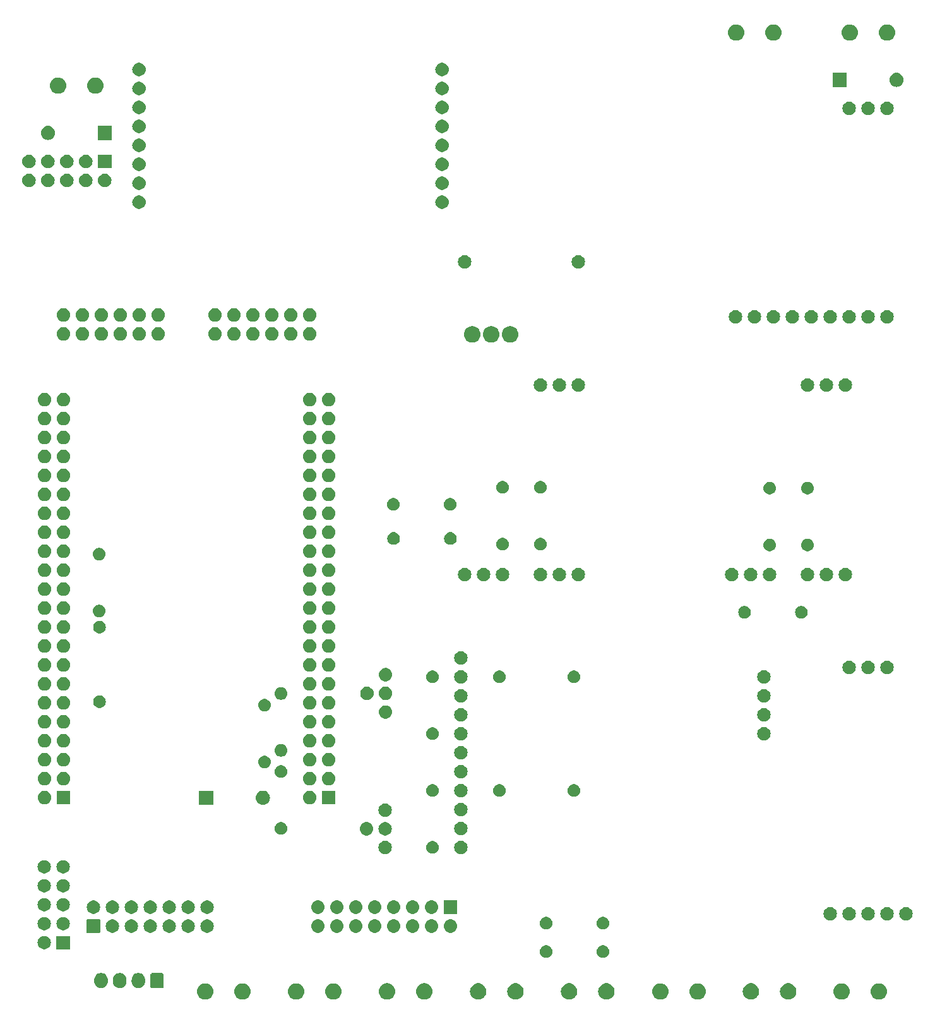
<source format=gbr>
%TF.GenerationSoftware,KiCad,Pcbnew,8.0.5*%
%TF.CreationDate,2025-07-18T11:17:55+03:00*%
%TF.ProjectId,Main_STM_box,4d61696e-5f53-4544-9d5f-626f782e6b69,rev?*%
%TF.SameCoordinates,Original*%
%TF.FileFunction,Soldermask,Top*%
%TF.FilePolarity,Negative*%
%FSLAX46Y46*%
G04 Gerber Fmt 4.6, Leading zero omitted, Abs format (unit mm)*
G04 Created by KiCad (PCBNEW 8.0.5) date 2025-07-18 11:17:55*
%MOMM*%
%LPD*%
G01*
G04 APERTURE LIST*
G04 APERTURE END LIST*
G36*
X61261029Y-168105992D02*
G01*
X61450312Y-168179320D01*
X61622898Y-168286181D01*
X61772910Y-168422935D01*
X61895239Y-168584925D01*
X61985719Y-168766634D01*
X62041270Y-168961876D01*
X62060000Y-169164000D01*
X62041270Y-169366124D01*
X61985719Y-169561366D01*
X61895239Y-169743075D01*
X61772910Y-169905065D01*
X61622898Y-170041819D01*
X61450312Y-170148680D01*
X61261029Y-170222008D01*
X61061495Y-170259308D01*
X60858505Y-170259308D01*
X60658971Y-170222008D01*
X60469688Y-170148680D01*
X60297102Y-170041819D01*
X60147090Y-169905065D01*
X60024761Y-169743075D01*
X59934281Y-169561366D01*
X59878730Y-169366124D01*
X59860000Y-169164000D01*
X59878730Y-168961876D01*
X59934281Y-168766634D01*
X60024761Y-168584925D01*
X60147090Y-168422935D01*
X60297102Y-168286181D01*
X60469688Y-168179320D01*
X60658971Y-168105992D01*
X60858505Y-168068692D01*
X61061495Y-168068692D01*
X61261029Y-168105992D01*
G37*
G36*
X66261029Y-168105992D02*
G01*
X66450312Y-168179320D01*
X66622898Y-168286181D01*
X66772910Y-168422935D01*
X66895239Y-168584925D01*
X66985719Y-168766634D01*
X67041270Y-168961876D01*
X67060000Y-169164000D01*
X67041270Y-169366124D01*
X66985719Y-169561366D01*
X66895239Y-169743075D01*
X66772910Y-169905065D01*
X66622898Y-170041819D01*
X66450312Y-170148680D01*
X66261029Y-170222008D01*
X66061495Y-170259308D01*
X65858505Y-170259308D01*
X65658971Y-170222008D01*
X65469688Y-170148680D01*
X65297102Y-170041819D01*
X65147090Y-169905065D01*
X65024761Y-169743075D01*
X64934281Y-169561366D01*
X64878730Y-169366124D01*
X64860000Y-169164000D01*
X64878730Y-168961876D01*
X64934281Y-168766634D01*
X65024761Y-168584925D01*
X65147090Y-168422935D01*
X65297102Y-168286181D01*
X65469688Y-168179320D01*
X65658971Y-168105992D01*
X65858505Y-168068692D01*
X66061495Y-168068692D01*
X66261029Y-168105992D01*
G37*
G36*
X73453029Y-168105992D02*
G01*
X73642312Y-168179320D01*
X73814898Y-168286181D01*
X73964910Y-168422935D01*
X74087239Y-168584925D01*
X74177719Y-168766634D01*
X74233270Y-168961876D01*
X74252000Y-169164000D01*
X74233270Y-169366124D01*
X74177719Y-169561366D01*
X74087239Y-169743075D01*
X73964910Y-169905065D01*
X73814898Y-170041819D01*
X73642312Y-170148680D01*
X73453029Y-170222008D01*
X73253495Y-170259308D01*
X73050505Y-170259308D01*
X72850971Y-170222008D01*
X72661688Y-170148680D01*
X72489102Y-170041819D01*
X72339090Y-169905065D01*
X72216761Y-169743075D01*
X72126281Y-169561366D01*
X72070730Y-169366124D01*
X72052000Y-169164000D01*
X72070730Y-168961876D01*
X72126281Y-168766634D01*
X72216761Y-168584925D01*
X72339090Y-168422935D01*
X72489102Y-168286181D01*
X72661688Y-168179320D01*
X72850971Y-168105992D01*
X73050505Y-168068692D01*
X73253495Y-168068692D01*
X73453029Y-168105992D01*
G37*
G36*
X78453029Y-168105992D02*
G01*
X78642312Y-168179320D01*
X78814898Y-168286181D01*
X78964910Y-168422935D01*
X79087239Y-168584925D01*
X79177719Y-168766634D01*
X79233270Y-168961876D01*
X79252000Y-169164000D01*
X79233270Y-169366124D01*
X79177719Y-169561366D01*
X79087239Y-169743075D01*
X78964910Y-169905065D01*
X78814898Y-170041819D01*
X78642312Y-170148680D01*
X78453029Y-170222008D01*
X78253495Y-170259308D01*
X78050505Y-170259308D01*
X77850971Y-170222008D01*
X77661688Y-170148680D01*
X77489102Y-170041819D01*
X77339090Y-169905065D01*
X77216761Y-169743075D01*
X77126281Y-169561366D01*
X77070730Y-169366124D01*
X77052000Y-169164000D01*
X77070730Y-168961876D01*
X77126281Y-168766634D01*
X77216761Y-168584925D01*
X77339090Y-168422935D01*
X77489102Y-168286181D01*
X77661688Y-168179320D01*
X77850971Y-168105992D01*
X78050505Y-168068692D01*
X78253495Y-168068692D01*
X78453029Y-168105992D01*
G37*
G36*
X122301029Y-168105992D02*
G01*
X122490312Y-168179320D01*
X122662898Y-168286181D01*
X122812910Y-168422935D01*
X122935239Y-168584925D01*
X123025719Y-168766634D01*
X123081270Y-168961876D01*
X123100000Y-169164000D01*
X123081270Y-169366124D01*
X123025719Y-169561366D01*
X122935239Y-169743075D01*
X122812910Y-169905065D01*
X122662898Y-170041819D01*
X122490312Y-170148680D01*
X122301029Y-170222008D01*
X122101495Y-170259308D01*
X121898505Y-170259308D01*
X121698971Y-170222008D01*
X121509688Y-170148680D01*
X121337102Y-170041819D01*
X121187090Y-169905065D01*
X121064761Y-169743075D01*
X120974281Y-169561366D01*
X120918730Y-169366124D01*
X120900000Y-169164000D01*
X120918730Y-168961876D01*
X120974281Y-168766634D01*
X121064761Y-168584925D01*
X121187090Y-168422935D01*
X121337102Y-168286181D01*
X121509688Y-168179320D01*
X121698971Y-168105992D01*
X121898505Y-168068692D01*
X122101495Y-168068692D01*
X122301029Y-168105992D01*
G37*
G36*
X127301029Y-168105992D02*
G01*
X127490312Y-168179320D01*
X127662898Y-168286181D01*
X127812910Y-168422935D01*
X127935239Y-168584925D01*
X128025719Y-168766634D01*
X128081270Y-168961876D01*
X128100000Y-169164000D01*
X128081270Y-169366124D01*
X128025719Y-169561366D01*
X127935239Y-169743075D01*
X127812910Y-169905065D01*
X127662898Y-170041819D01*
X127490312Y-170148680D01*
X127301029Y-170222008D01*
X127101495Y-170259308D01*
X126898505Y-170259308D01*
X126698971Y-170222008D01*
X126509688Y-170148680D01*
X126337102Y-170041819D01*
X126187090Y-169905065D01*
X126064761Y-169743075D01*
X125974281Y-169561366D01*
X125918730Y-169366124D01*
X125900000Y-169164000D01*
X125918730Y-168961876D01*
X125974281Y-168766634D01*
X126064761Y-168584925D01*
X126187090Y-168422935D01*
X126337102Y-168286181D01*
X126509688Y-168179320D01*
X126698971Y-168105992D01*
X126898505Y-168068692D01*
X127101495Y-168068692D01*
X127301029Y-168105992D01*
G37*
G36*
X146605029Y-168105992D02*
G01*
X146794312Y-168179320D01*
X146966898Y-168286181D01*
X147116910Y-168422935D01*
X147239239Y-168584925D01*
X147329719Y-168766634D01*
X147385270Y-168961876D01*
X147404000Y-169164000D01*
X147385270Y-169366124D01*
X147329719Y-169561366D01*
X147239239Y-169743075D01*
X147116910Y-169905065D01*
X146966898Y-170041819D01*
X146794312Y-170148680D01*
X146605029Y-170222008D01*
X146405495Y-170259308D01*
X146202505Y-170259308D01*
X146002971Y-170222008D01*
X145813688Y-170148680D01*
X145641102Y-170041819D01*
X145491090Y-169905065D01*
X145368761Y-169743075D01*
X145278281Y-169561366D01*
X145222730Y-169366124D01*
X145204000Y-169164000D01*
X145222730Y-168961876D01*
X145278281Y-168766634D01*
X145368761Y-168584925D01*
X145491090Y-168422935D01*
X145641102Y-168286181D01*
X145813688Y-168179320D01*
X146002971Y-168105992D01*
X146202505Y-168068692D01*
X146405495Y-168068692D01*
X146605029Y-168105992D01*
G37*
G36*
X151605029Y-168105992D02*
G01*
X151794312Y-168179320D01*
X151966898Y-168286181D01*
X152116910Y-168422935D01*
X152239239Y-168584925D01*
X152329719Y-168766634D01*
X152385270Y-168961876D01*
X152404000Y-169164000D01*
X152385270Y-169366124D01*
X152329719Y-169561366D01*
X152239239Y-169743075D01*
X152116910Y-169905065D01*
X151966898Y-170041819D01*
X151794312Y-170148680D01*
X151605029Y-170222008D01*
X151405495Y-170259308D01*
X151202505Y-170259308D01*
X151002971Y-170222008D01*
X150813688Y-170148680D01*
X150641102Y-170041819D01*
X150491090Y-169905065D01*
X150368761Y-169743075D01*
X150278281Y-169561366D01*
X150222730Y-169366124D01*
X150204000Y-169164000D01*
X150222730Y-168961876D01*
X150278281Y-168766634D01*
X150368761Y-168584925D01*
X150491090Y-168422935D01*
X150641102Y-168286181D01*
X150813688Y-168179320D01*
X151002971Y-168105992D01*
X151202505Y-168068692D01*
X151405495Y-168068692D01*
X151605029Y-168105992D01*
G37*
G36*
X85645029Y-168101992D02*
G01*
X85834312Y-168175320D01*
X86006898Y-168282181D01*
X86156910Y-168418935D01*
X86279239Y-168580925D01*
X86369719Y-168762634D01*
X86425270Y-168957876D01*
X86444000Y-169160000D01*
X86425270Y-169362124D01*
X86369719Y-169557366D01*
X86279239Y-169739075D01*
X86156910Y-169901065D01*
X86006898Y-170037819D01*
X85834312Y-170144680D01*
X85645029Y-170218008D01*
X85445495Y-170255308D01*
X85242505Y-170255308D01*
X85042971Y-170218008D01*
X84853688Y-170144680D01*
X84681102Y-170037819D01*
X84531090Y-169901065D01*
X84408761Y-169739075D01*
X84318281Y-169557366D01*
X84262730Y-169362124D01*
X84244000Y-169160000D01*
X84262730Y-168957876D01*
X84318281Y-168762634D01*
X84408761Y-168580925D01*
X84531090Y-168418935D01*
X84681102Y-168282181D01*
X84853688Y-168175320D01*
X85042971Y-168101992D01*
X85242505Y-168064692D01*
X85445495Y-168064692D01*
X85645029Y-168101992D01*
G37*
G36*
X90645029Y-168101992D02*
G01*
X90834312Y-168175320D01*
X91006898Y-168282181D01*
X91156910Y-168418935D01*
X91279239Y-168580925D01*
X91369719Y-168762634D01*
X91425270Y-168957876D01*
X91444000Y-169160000D01*
X91425270Y-169362124D01*
X91369719Y-169557366D01*
X91279239Y-169739075D01*
X91156910Y-169901065D01*
X91006898Y-170037819D01*
X90834312Y-170144680D01*
X90645029Y-170218008D01*
X90445495Y-170255308D01*
X90242505Y-170255308D01*
X90042971Y-170218008D01*
X89853688Y-170144680D01*
X89681102Y-170037819D01*
X89531090Y-169901065D01*
X89408761Y-169739075D01*
X89318281Y-169557366D01*
X89262730Y-169362124D01*
X89244000Y-169160000D01*
X89262730Y-168957876D01*
X89318281Y-168762634D01*
X89408761Y-168580925D01*
X89531090Y-168418935D01*
X89681102Y-168282181D01*
X89853688Y-168175320D01*
X90042971Y-168101992D01*
X90242505Y-168064692D01*
X90445495Y-168064692D01*
X90645029Y-168101992D01*
G37*
G36*
X110069029Y-168101992D02*
G01*
X110258312Y-168175320D01*
X110430898Y-168282181D01*
X110580910Y-168418935D01*
X110703239Y-168580925D01*
X110793719Y-168762634D01*
X110849270Y-168957876D01*
X110868000Y-169160000D01*
X110849270Y-169362124D01*
X110793719Y-169557366D01*
X110703239Y-169739075D01*
X110580910Y-169901065D01*
X110430898Y-170037819D01*
X110258312Y-170144680D01*
X110069029Y-170218008D01*
X109869495Y-170255308D01*
X109666505Y-170255308D01*
X109466971Y-170218008D01*
X109277688Y-170144680D01*
X109105102Y-170037819D01*
X108955090Y-169901065D01*
X108832761Y-169739075D01*
X108742281Y-169557366D01*
X108686730Y-169362124D01*
X108668000Y-169160000D01*
X108686730Y-168957876D01*
X108742281Y-168762634D01*
X108832761Y-168580925D01*
X108955090Y-168418935D01*
X109105102Y-168282181D01*
X109277688Y-168175320D01*
X109466971Y-168101992D01*
X109666505Y-168064692D01*
X109869495Y-168064692D01*
X110069029Y-168101992D01*
G37*
G36*
X115069029Y-168101992D02*
G01*
X115258312Y-168175320D01*
X115430898Y-168282181D01*
X115580910Y-168418935D01*
X115703239Y-168580925D01*
X115793719Y-168762634D01*
X115849270Y-168957876D01*
X115868000Y-169160000D01*
X115849270Y-169362124D01*
X115793719Y-169557366D01*
X115703239Y-169739075D01*
X115580910Y-169901065D01*
X115430898Y-170037819D01*
X115258312Y-170144680D01*
X115069029Y-170218008D01*
X114869495Y-170255308D01*
X114666505Y-170255308D01*
X114466971Y-170218008D01*
X114277688Y-170144680D01*
X114105102Y-170037819D01*
X113955090Y-169901065D01*
X113832761Y-169739075D01*
X113742281Y-169557366D01*
X113686730Y-169362124D01*
X113668000Y-169160000D01*
X113686730Y-168957876D01*
X113742281Y-168762634D01*
X113832761Y-168580925D01*
X113955090Y-168418935D01*
X114105102Y-168282181D01*
X114277688Y-168175320D01*
X114466971Y-168101992D01*
X114666505Y-168064692D01*
X114869495Y-168064692D01*
X115069029Y-168101992D01*
G37*
G36*
X134453029Y-168101992D02*
G01*
X134642312Y-168175320D01*
X134814898Y-168282181D01*
X134964910Y-168418935D01*
X135087239Y-168580925D01*
X135177719Y-168762634D01*
X135233270Y-168957876D01*
X135252000Y-169160000D01*
X135233270Y-169362124D01*
X135177719Y-169557366D01*
X135087239Y-169739075D01*
X134964910Y-169901065D01*
X134814898Y-170037819D01*
X134642312Y-170144680D01*
X134453029Y-170218008D01*
X134253495Y-170255308D01*
X134050505Y-170255308D01*
X133850971Y-170218008D01*
X133661688Y-170144680D01*
X133489102Y-170037819D01*
X133339090Y-169901065D01*
X133216761Y-169739075D01*
X133126281Y-169557366D01*
X133070730Y-169362124D01*
X133052000Y-169160000D01*
X133070730Y-168957876D01*
X133126281Y-168762634D01*
X133216761Y-168580925D01*
X133339090Y-168418935D01*
X133489102Y-168282181D01*
X133661688Y-168175320D01*
X133850971Y-168101992D01*
X134050505Y-168064692D01*
X134253495Y-168064692D01*
X134453029Y-168101992D01*
G37*
G36*
X139453029Y-168101992D02*
G01*
X139642312Y-168175320D01*
X139814898Y-168282181D01*
X139964910Y-168418935D01*
X140087239Y-168580925D01*
X140177719Y-168762634D01*
X140233270Y-168957876D01*
X140252000Y-169160000D01*
X140233270Y-169362124D01*
X140177719Y-169557366D01*
X140087239Y-169739075D01*
X139964910Y-169901065D01*
X139814898Y-170037819D01*
X139642312Y-170144680D01*
X139453029Y-170218008D01*
X139253495Y-170255308D01*
X139050505Y-170255308D01*
X138850971Y-170218008D01*
X138661688Y-170144680D01*
X138489102Y-170037819D01*
X138339090Y-169901065D01*
X138216761Y-169739075D01*
X138126281Y-169557366D01*
X138070730Y-169362124D01*
X138052000Y-169160000D01*
X138070730Y-168957876D01*
X138126281Y-168762634D01*
X138216761Y-168580925D01*
X138339090Y-168418935D01*
X138489102Y-168282181D01*
X138661688Y-168175320D01*
X138850971Y-168101992D01*
X139050505Y-168064692D01*
X139253495Y-168064692D01*
X139453029Y-168101992D01*
G37*
G36*
X97877029Y-168097992D02*
G01*
X98066312Y-168171320D01*
X98238898Y-168278181D01*
X98388910Y-168414935D01*
X98511239Y-168576925D01*
X98601719Y-168758634D01*
X98657270Y-168953876D01*
X98676000Y-169156000D01*
X98657270Y-169358124D01*
X98601719Y-169553366D01*
X98511239Y-169735075D01*
X98388910Y-169897065D01*
X98238898Y-170033819D01*
X98066312Y-170140680D01*
X97877029Y-170214008D01*
X97677495Y-170251308D01*
X97474505Y-170251308D01*
X97274971Y-170214008D01*
X97085688Y-170140680D01*
X96913102Y-170033819D01*
X96763090Y-169897065D01*
X96640761Y-169735075D01*
X96550281Y-169553366D01*
X96494730Y-169358124D01*
X96476000Y-169156000D01*
X96494730Y-168953876D01*
X96550281Y-168758634D01*
X96640761Y-168576925D01*
X96763090Y-168414935D01*
X96913102Y-168278181D01*
X97085688Y-168171320D01*
X97274971Y-168097992D01*
X97474505Y-168060692D01*
X97677495Y-168060692D01*
X97877029Y-168097992D01*
G37*
G36*
X102877029Y-168097992D02*
G01*
X103066312Y-168171320D01*
X103238898Y-168278181D01*
X103388910Y-168414935D01*
X103511239Y-168576925D01*
X103601719Y-168758634D01*
X103657270Y-168953876D01*
X103676000Y-169156000D01*
X103657270Y-169358124D01*
X103601719Y-169553366D01*
X103511239Y-169735075D01*
X103388910Y-169897065D01*
X103238898Y-170033819D01*
X103066312Y-170140680D01*
X102877029Y-170214008D01*
X102677495Y-170251308D01*
X102474505Y-170251308D01*
X102274971Y-170214008D01*
X102085688Y-170140680D01*
X101913102Y-170033819D01*
X101763090Y-169897065D01*
X101640761Y-169735075D01*
X101550281Y-169553366D01*
X101494730Y-169358124D01*
X101476000Y-169156000D01*
X101494730Y-168953876D01*
X101550281Y-168758634D01*
X101640761Y-168576925D01*
X101763090Y-168414935D01*
X101913102Y-168278181D01*
X102085688Y-168171320D01*
X102274971Y-168097992D01*
X102474505Y-168060692D01*
X102677495Y-168060692D01*
X102877029Y-168097992D01*
G37*
G36*
X55168685Y-166682969D02*
G01*
X55173261Y-166684989D01*
X55176675Y-166685439D01*
X55219386Y-166705355D01*
X55269541Y-166727501D01*
X55347499Y-166805459D01*
X55369653Y-166855634D01*
X55389560Y-166898324D01*
X55390009Y-166901735D01*
X55392031Y-166906315D01*
X55400000Y-166975000D01*
X55400000Y-168425000D01*
X55392031Y-168493685D01*
X55390008Y-168498264D01*
X55389560Y-168501675D01*
X55369661Y-168544346D01*
X55347499Y-168594541D01*
X55269541Y-168672499D01*
X55219346Y-168694661D01*
X55176675Y-168714560D01*
X55173264Y-168715008D01*
X55168685Y-168717031D01*
X55100000Y-168725000D01*
X53900000Y-168725000D01*
X53831315Y-168717031D01*
X53826735Y-168715009D01*
X53823324Y-168714560D01*
X53780634Y-168694653D01*
X53730459Y-168672499D01*
X53652501Y-168594541D01*
X53630355Y-168544386D01*
X53610439Y-168501675D01*
X53609989Y-168498261D01*
X53607969Y-168493685D01*
X53600000Y-168425000D01*
X53600000Y-166975000D01*
X53607969Y-166906315D01*
X53609989Y-166901739D01*
X53610439Y-166898324D01*
X53630364Y-166855594D01*
X53652501Y-166805459D01*
X53730459Y-166727501D01*
X53780594Y-166705364D01*
X53823324Y-166685439D01*
X53826739Y-166684989D01*
X53831315Y-166682969D01*
X53900000Y-166675000D01*
X55100000Y-166675000D01*
X55168685Y-166682969D01*
G37*
G36*
X47261256Y-166713754D02*
G01*
X47424257Y-166781271D01*
X47570954Y-166879291D01*
X47695709Y-167004046D01*
X47793729Y-167150743D01*
X47861246Y-167313744D01*
X47895666Y-167486785D01*
X47900000Y-167575000D01*
X47900000Y-167825000D01*
X47895666Y-167913215D01*
X47861246Y-168086256D01*
X47793729Y-168249257D01*
X47695709Y-168395954D01*
X47570954Y-168520709D01*
X47424257Y-168618729D01*
X47261256Y-168686246D01*
X47088215Y-168720666D01*
X46911785Y-168720666D01*
X46738744Y-168686246D01*
X46575743Y-168618729D01*
X46429046Y-168520709D01*
X46304291Y-168395954D01*
X46206271Y-168249257D01*
X46138754Y-168086256D01*
X46104334Y-167913215D01*
X46100000Y-167825000D01*
X46100000Y-167575000D01*
X46104334Y-167486785D01*
X46138754Y-167313744D01*
X46206271Y-167150743D01*
X46304291Y-167004046D01*
X46429046Y-166879291D01*
X46575743Y-166781271D01*
X46738744Y-166713754D01*
X46911785Y-166679334D01*
X47088215Y-166679334D01*
X47261256Y-166713754D01*
G37*
G36*
X49761256Y-166713754D02*
G01*
X49924257Y-166781271D01*
X50070954Y-166879291D01*
X50195709Y-167004046D01*
X50293729Y-167150743D01*
X50361246Y-167313744D01*
X50395666Y-167486785D01*
X50400000Y-167575000D01*
X50400000Y-167825000D01*
X50395666Y-167913215D01*
X50361246Y-168086256D01*
X50293729Y-168249257D01*
X50195709Y-168395954D01*
X50070954Y-168520709D01*
X49924257Y-168618729D01*
X49761256Y-168686246D01*
X49588215Y-168720666D01*
X49411785Y-168720666D01*
X49238744Y-168686246D01*
X49075743Y-168618729D01*
X48929046Y-168520709D01*
X48804291Y-168395954D01*
X48706271Y-168249257D01*
X48638754Y-168086256D01*
X48604334Y-167913215D01*
X48600000Y-167825000D01*
X48600000Y-167575000D01*
X48604334Y-167486785D01*
X48638754Y-167313744D01*
X48706271Y-167150743D01*
X48804291Y-167004046D01*
X48929046Y-166879291D01*
X49075743Y-166781271D01*
X49238744Y-166713754D01*
X49411785Y-166679334D01*
X49588215Y-166679334D01*
X49761256Y-166713754D01*
G37*
G36*
X52261256Y-166713754D02*
G01*
X52424257Y-166781271D01*
X52570954Y-166879291D01*
X52695709Y-167004046D01*
X52793729Y-167150743D01*
X52861246Y-167313744D01*
X52895666Y-167486785D01*
X52900000Y-167575000D01*
X52900000Y-167825000D01*
X52895666Y-167913215D01*
X52861246Y-168086256D01*
X52793729Y-168249257D01*
X52695709Y-168395954D01*
X52570954Y-168520709D01*
X52424257Y-168618729D01*
X52261256Y-168686246D01*
X52088215Y-168720666D01*
X51911785Y-168720666D01*
X51738744Y-168686246D01*
X51575743Y-168618729D01*
X51429046Y-168520709D01*
X51304291Y-168395954D01*
X51206271Y-168249257D01*
X51138754Y-168086256D01*
X51104334Y-167913215D01*
X51100000Y-167825000D01*
X51100000Y-167575000D01*
X51104334Y-167486785D01*
X51138754Y-167313744D01*
X51206271Y-167150743D01*
X51304291Y-167004046D01*
X51429046Y-166879291D01*
X51575743Y-166781271D01*
X51738744Y-166713754D01*
X51911785Y-166679334D01*
X52088215Y-166679334D01*
X52261256Y-166713754D01*
G37*
G36*
X106942664Y-163021602D02*
G01*
X107105000Y-163093878D01*
X107248761Y-163198327D01*
X107367664Y-163330383D01*
X107456514Y-163484274D01*
X107511425Y-163653275D01*
X107530000Y-163830000D01*
X107511425Y-164006725D01*
X107456514Y-164175726D01*
X107367664Y-164329617D01*
X107248761Y-164461673D01*
X107105000Y-164566122D01*
X106942664Y-164638398D01*
X106768849Y-164675344D01*
X106591151Y-164675344D01*
X106417336Y-164638398D01*
X106255000Y-164566122D01*
X106111239Y-164461673D01*
X105992336Y-164329617D01*
X105903486Y-164175726D01*
X105848575Y-164006725D01*
X105830000Y-163830000D01*
X105848575Y-163653275D01*
X105903486Y-163484274D01*
X105992336Y-163330383D01*
X106111239Y-163198327D01*
X106255000Y-163093878D01*
X106417336Y-163021602D01*
X106591151Y-162984656D01*
X106768849Y-162984656D01*
X106942664Y-163021602D01*
G37*
G36*
X114562664Y-163021602D02*
G01*
X114725000Y-163093878D01*
X114868761Y-163198327D01*
X114987664Y-163330383D01*
X115076514Y-163484274D01*
X115131425Y-163653275D01*
X115150000Y-163830000D01*
X115131425Y-164006725D01*
X115076514Y-164175726D01*
X114987664Y-164329617D01*
X114868761Y-164461673D01*
X114725000Y-164566122D01*
X114562664Y-164638398D01*
X114388849Y-164675344D01*
X114211151Y-164675344D01*
X114037336Y-164638398D01*
X113875000Y-164566122D01*
X113731239Y-164461673D01*
X113612336Y-164329617D01*
X113523486Y-164175726D01*
X113468575Y-164006725D01*
X113450000Y-163830000D01*
X113468575Y-163653275D01*
X113523486Y-163484274D01*
X113612336Y-163330383D01*
X113731239Y-163198327D01*
X113875000Y-163093878D01*
X114037336Y-163021602D01*
X114211151Y-162984656D01*
X114388849Y-162984656D01*
X114562664Y-163021602D01*
G37*
G36*
X42779134Y-161723806D02*
G01*
X42795355Y-161734645D01*
X42806194Y-161750866D01*
X42810000Y-161770000D01*
X42810000Y-163470000D01*
X42806194Y-163489134D01*
X42795355Y-163505355D01*
X42779134Y-163516194D01*
X42760000Y-163520000D01*
X41060000Y-163520000D01*
X41040866Y-163516194D01*
X41024645Y-163505355D01*
X41013806Y-163489134D01*
X41010000Y-163470000D01*
X41010000Y-161770000D01*
X41013806Y-161750866D01*
X41024645Y-161734645D01*
X41040866Y-161723806D01*
X41060000Y-161720000D01*
X42760000Y-161720000D01*
X42779134Y-161723806D01*
G37*
G36*
X39648115Y-161764049D02*
G01*
X39820000Y-161840577D01*
X39972218Y-161951170D01*
X40098115Y-162090993D01*
X40192191Y-162253937D01*
X40250333Y-162432879D01*
X40270000Y-162620000D01*
X40250333Y-162807121D01*
X40192191Y-162986063D01*
X40098115Y-163149007D01*
X39972218Y-163288830D01*
X39820000Y-163399423D01*
X39648115Y-163475951D01*
X39464076Y-163515070D01*
X39275924Y-163515070D01*
X39091885Y-163475951D01*
X38920000Y-163399423D01*
X38767782Y-163288830D01*
X38641885Y-163149007D01*
X38547809Y-162986063D01*
X38489667Y-162807121D01*
X38470000Y-162620000D01*
X38489667Y-162432879D01*
X38547809Y-162253937D01*
X38641885Y-162090993D01*
X38767782Y-161951170D01*
X38920000Y-161840577D01*
X39091885Y-161764049D01*
X39275924Y-161724930D01*
X39464076Y-161724930D01*
X39648115Y-161764049D01*
G37*
G36*
X46843134Y-159504806D02*
G01*
X46859355Y-159515645D01*
X46870194Y-159531866D01*
X46874000Y-159551000D01*
X46874000Y-161251000D01*
X46870194Y-161270134D01*
X46859355Y-161286355D01*
X46843134Y-161297194D01*
X46824000Y-161301000D01*
X45124000Y-161301000D01*
X45104866Y-161297194D01*
X45088645Y-161286355D01*
X45077806Y-161270134D01*
X45074000Y-161251000D01*
X45074000Y-159551000D01*
X45077806Y-159531866D01*
X45088645Y-159515645D01*
X45104866Y-159504806D01*
X45124000Y-159501000D01*
X46824000Y-159501000D01*
X46843134Y-159504806D01*
G37*
G36*
X48792115Y-159545049D02*
G01*
X48964000Y-159621577D01*
X49116218Y-159732170D01*
X49242115Y-159871993D01*
X49336191Y-160034937D01*
X49394333Y-160213879D01*
X49414000Y-160401000D01*
X49394333Y-160588121D01*
X49336191Y-160767063D01*
X49242115Y-160930007D01*
X49116218Y-161069830D01*
X48964000Y-161180423D01*
X48792115Y-161256951D01*
X48608076Y-161296070D01*
X48419924Y-161296070D01*
X48235885Y-161256951D01*
X48064000Y-161180423D01*
X47911782Y-161069830D01*
X47785885Y-160930007D01*
X47691809Y-160767063D01*
X47633667Y-160588121D01*
X47614000Y-160401000D01*
X47633667Y-160213879D01*
X47691809Y-160034937D01*
X47785885Y-159871993D01*
X47911782Y-159732170D01*
X48064000Y-159621577D01*
X48235885Y-159545049D01*
X48419924Y-159505930D01*
X48608076Y-159505930D01*
X48792115Y-159545049D01*
G37*
G36*
X51332115Y-159545049D02*
G01*
X51504000Y-159621577D01*
X51656218Y-159732170D01*
X51782115Y-159871993D01*
X51876191Y-160034937D01*
X51934333Y-160213879D01*
X51954000Y-160401000D01*
X51934333Y-160588121D01*
X51876191Y-160767063D01*
X51782115Y-160930007D01*
X51656218Y-161069830D01*
X51504000Y-161180423D01*
X51332115Y-161256951D01*
X51148076Y-161296070D01*
X50959924Y-161296070D01*
X50775885Y-161256951D01*
X50604000Y-161180423D01*
X50451782Y-161069830D01*
X50325885Y-160930007D01*
X50231809Y-160767063D01*
X50173667Y-160588121D01*
X50154000Y-160401000D01*
X50173667Y-160213879D01*
X50231809Y-160034937D01*
X50325885Y-159871993D01*
X50451782Y-159732170D01*
X50604000Y-159621577D01*
X50775885Y-159545049D01*
X50959924Y-159505930D01*
X51148076Y-159505930D01*
X51332115Y-159545049D01*
G37*
G36*
X53872115Y-159545049D02*
G01*
X54044000Y-159621577D01*
X54196218Y-159732170D01*
X54322115Y-159871993D01*
X54416191Y-160034937D01*
X54474333Y-160213879D01*
X54494000Y-160401000D01*
X54474333Y-160588121D01*
X54416191Y-160767063D01*
X54322115Y-160930007D01*
X54196218Y-161069830D01*
X54044000Y-161180423D01*
X53872115Y-161256951D01*
X53688076Y-161296070D01*
X53499924Y-161296070D01*
X53315885Y-161256951D01*
X53144000Y-161180423D01*
X52991782Y-161069830D01*
X52865885Y-160930007D01*
X52771809Y-160767063D01*
X52713667Y-160588121D01*
X52694000Y-160401000D01*
X52713667Y-160213879D01*
X52771809Y-160034937D01*
X52865885Y-159871993D01*
X52991782Y-159732170D01*
X53144000Y-159621577D01*
X53315885Y-159545049D01*
X53499924Y-159505930D01*
X53688076Y-159505930D01*
X53872115Y-159545049D01*
G37*
G36*
X56412115Y-159545049D02*
G01*
X56584000Y-159621577D01*
X56736218Y-159732170D01*
X56862115Y-159871993D01*
X56956191Y-160034937D01*
X57014333Y-160213879D01*
X57034000Y-160401000D01*
X57014333Y-160588121D01*
X56956191Y-160767063D01*
X56862115Y-160930007D01*
X56736218Y-161069830D01*
X56584000Y-161180423D01*
X56412115Y-161256951D01*
X56228076Y-161296070D01*
X56039924Y-161296070D01*
X55855885Y-161256951D01*
X55684000Y-161180423D01*
X55531782Y-161069830D01*
X55405885Y-160930007D01*
X55311809Y-160767063D01*
X55253667Y-160588121D01*
X55234000Y-160401000D01*
X55253667Y-160213879D01*
X55311809Y-160034937D01*
X55405885Y-159871993D01*
X55531782Y-159732170D01*
X55684000Y-159621577D01*
X55855885Y-159545049D01*
X56039924Y-159505930D01*
X56228076Y-159505930D01*
X56412115Y-159545049D01*
G37*
G36*
X58952115Y-159545049D02*
G01*
X59124000Y-159621577D01*
X59276218Y-159732170D01*
X59402115Y-159871993D01*
X59496191Y-160034937D01*
X59554333Y-160213879D01*
X59574000Y-160401000D01*
X59554333Y-160588121D01*
X59496191Y-160767063D01*
X59402115Y-160930007D01*
X59276218Y-161069830D01*
X59124000Y-161180423D01*
X58952115Y-161256951D01*
X58768076Y-161296070D01*
X58579924Y-161296070D01*
X58395885Y-161256951D01*
X58224000Y-161180423D01*
X58071782Y-161069830D01*
X57945885Y-160930007D01*
X57851809Y-160767063D01*
X57793667Y-160588121D01*
X57774000Y-160401000D01*
X57793667Y-160213879D01*
X57851809Y-160034937D01*
X57945885Y-159871993D01*
X58071782Y-159732170D01*
X58224000Y-159621577D01*
X58395885Y-159545049D01*
X58579924Y-159505930D01*
X58768076Y-159505930D01*
X58952115Y-159545049D01*
G37*
G36*
X61492115Y-159545049D02*
G01*
X61664000Y-159621577D01*
X61816218Y-159732170D01*
X61942115Y-159871993D01*
X62036191Y-160034937D01*
X62094333Y-160213879D01*
X62114000Y-160401000D01*
X62094333Y-160588121D01*
X62036191Y-160767063D01*
X61942115Y-160930007D01*
X61816218Y-161069830D01*
X61664000Y-161180423D01*
X61492115Y-161256951D01*
X61308076Y-161296070D01*
X61119924Y-161296070D01*
X60935885Y-161256951D01*
X60764000Y-161180423D01*
X60611782Y-161069830D01*
X60485885Y-160930007D01*
X60391809Y-160767063D01*
X60333667Y-160588121D01*
X60314000Y-160401000D01*
X60333667Y-160213879D01*
X60391809Y-160034937D01*
X60485885Y-159871993D01*
X60611782Y-159732170D01*
X60764000Y-159621577D01*
X60935885Y-159545049D01*
X61119924Y-159505930D01*
X61308076Y-159505930D01*
X61492115Y-159545049D01*
G37*
G36*
X76351115Y-159545049D02*
G01*
X76523000Y-159621577D01*
X76675218Y-159732170D01*
X76801115Y-159871993D01*
X76895191Y-160034937D01*
X76953333Y-160213879D01*
X76973000Y-160401000D01*
X76953333Y-160588121D01*
X76895191Y-160767063D01*
X76801115Y-160930007D01*
X76675218Y-161069830D01*
X76523000Y-161180423D01*
X76351115Y-161256951D01*
X76167076Y-161296070D01*
X75978924Y-161296070D01*
X75794885Y-161256951D01*
X75623000Y-161180423D01*
X75470782Y-161069830D01*
X75344885Y-160930007D01*
X75250809Y-160767063D01*
X75192667Y-160588121D01*
X75173000Y-160401000D01*
X75192667Y-160213879D01*
X75250809Y-160034937D01*
X75344885Y-159871993D01*
X75470782Y-159732170D01*
X75623000Y-159621577D01*
X75794885Y-159545049D01*
X75978924Y-159505930D01*
X76167076Y-159505930D01*
X76351115Y-159545049D01*
G37*
G36*
X78891115Y-159545049D02*
G01*
X79063000Y-159621577D01*
X79215218Y-159732170D01*
X79341115Y-159871993D01*
X79435191Y-160034937D01*
X79493333Y-160213879D01*
X79513000Y-160401000D01*
X79493333Y-160588121D01*
X79435191Y-160767063D01*
X79341115Y-160930007D01*
X79215218Y-161069830D01*
X79063000Y-161180423D01*
X78891115Y-161256951D01*
X78707076Y-161296070D01*
X78518924Y-161296070D01*
X78334885Y-161256951D01*
X78163000Y-161180423D01*
X78010782Y-161069830D01*
X77884885Y-160930007D01*
X77790809Y-160767063D01*
X77732667Y-160588121D01*
X77713000Y-160401000D01*
X77732667Y-160213879D01*
X77790809Y-160034937D01*
X77884885Y-159871993D01*
X78010782Y-159732170D01*
X78163000Y-159621577D01*
X78334885Y-159545049D01*
X78518924Y-159505930D01*
X78707076Y-159505930D01*
X78891115Y-159545049D01*
G37*
G36*
X81431115Y-159545049D02*
G01*
X81603000Y-159621577D01*
X81755218Y-159732170D01*
X81881115Y-159871993D01*
X81975191Y-160034937D01*
X82033333Y-160213879D01*
X82053000Y-160401000D01*
X82033333Y-160588121D01*
X81975191Y-160767063D01*
X81881115Y-160930007D01*
X81755218Y-161069830D01*
X81603000Y-161180423D01*
X81431115Y-161256951D01*
X81247076Y-161296070D01*
X81058924Y-161296070D01*
X80874885Y-161256951D01*
X80703000Y-161180423D01*
X80550782Y-161069830D01*
X80424885Y-160930007D01*
X80330809Y-160767063D01*
X80272667Y-160588121D01*
X80253000Y-160401000D01*
X80272667Y-160213879D01*
X80330809Y-160034937D01*
X80424885Y-159871993D01*
X80550782Y-159732170D01*
X80703000Y-159621577D01*
X80874885Y-159545049D01*
X81058924Y-159505930D01*
X81247076Y-159505930D01*
X81431115Y-159545049D01*
G37*
G36*
X83971115Y-159545049D02*
G01*
X84143000Y-159621577D01*
X84295218Y-159732170D01*
X84421115Y-159871993D01*
X84515191Y-160034937D01*
X84573333Y-160213879D01*
X84593000Y-160401000D01*
X84573333Y-160588121D01*
X84515191Y-160767063D01*
X84421115Y-160930007D01*
X84295218Y-161069830D01*
X84143000Y-161180423D01*
X83971115Y-161256951D01*
X83787076Y-161296070D01*
X83598924Y-161296070D01*
X83414885Y-161256951D01*
X83243000Y-161180423D01*
X83090782Y-161069830D01*
X82964885Y-160930007D01*
X82870809Y-160767063D01*
X82812667Y-160588121D01*
X82793000Y-160401000D01*
X82812667Y-160213879D01*
X82870809Y-160034937D01*
X82964885Y-159871993D01*
X83090782Y-159732170D01*
X83243000Y-159621577D01*
X83414885Y-159545049D01*
X83598924Y-159505930D01*
X83787076Y-159505930D01*
X83971115Y-159545049D01*
G37*
G36*
X86511115Y-159545049D02*
G01*
X86683000Y-159621577D01*
X86835218Y-159732170D01*
X86961115Y-159871993D01*
X87055191Y-160034937D01*
X87113333Y-160213879D01*
X87133000Y-160401000D01*
X87113333Y-160588121D01*
X87055191Y-160767063D01*
X86961115Y-160930007D01*
X86835218Y-161069830D01*
X86683000Y-161180423D01*
X86511115Y-161256951D01*
X86327076Y-161296070D01*
X86138924Y-161296070D01*
X85954885Y-161256951D01*
X85783000Y-161180423D01*
X85630782Y-161069830D01*
X85504885Y-160930007D01*
X85410809Y-160767063D01*
X85352667Y-160588121D01*
X85333000Y-160401000D01*
X85352667Y-160213879D01*
X85410809Y-160034937D01*
X85504885Y-159871993D01*
X85630782Y-159732170D01*
X85783000Y-159621577D01*
X85954885Y-159545049D01*
X86138924Y-159505930D01*
X86327076Y-159505930D01*
X86511115Y-159545049D01*
G37*
G36*
X89051115Y-159545049D02*
G01*
X89223000Y-159621577D01*
X89375218Y-159732170D01*
X89501115Y-159871993D01*
X89595191Y-160034937D01*
X89653333Y-160213879D01*
X89673000Y-160401000D01*
X89653333Y-160588121D01*
X89595191Y-160767063D01*
X89501115Y-160930007D01*
X89375218Y-161069830D01*
X89223000Y-161180423D01*
X89051115Y-161256951D01*
X88867076Y-161296070D01*
X88678924Y-161296070D01*
X88494885Y-161256951D01*
X88323000Y-161180423D01*
X88170782Y-161069830D01*
X88044885Y-160930007D01*
X87950809Y-160767063D01*
X87892667Y-160588121D01*
X87873000Y-160401000D01*
X87892667Y-160213879D01*
X87950809Y-160034937D01*
X88044885Y-159871993D01*
X88170782Y-159732170D01*
X88323000Y-159621577D01*
X88494885Y-159545049D01*
X88678924Y-159505930D01*
X88867076Y-159505930D01*
X89051115Y-159545049D01*
G37*
G36*
X91591115Y-159545049D02*
G01*
X91763000Y-159621577D01*
X91915218Y-159732170D01*
X92041115Y-159871993D01*
X92135191Y-160034937D01*
X92193333Y-160213879D01*
X92213000Y-160401000D01*
X92193333Y-160588121D01*
X92135191Y-160767063D01*
X92041115Y-160930007D01*
X91915218Y-161069830D01*
X91763000Y-161180423D01*
X91591115Y-161256951D01*
X91407076Y-161296070D01*
X91218924Y-161296070D01*
X91034885Y-161256951D01*
X90863000Y-161180423D01*
X90710782Y-161069830D01*
X90584885Y-160930007D01*
X90490809Y-160767063D01*
X90432667Y-160588121D01*
X90413000Y-160401000D01*
X90432667Y-160213879D01*
X90490809Y-160034937D01*
X90584885Y-159871993D01*
X90710782Y-159732170D01*
X90863000Y-159621577D01*
X91034885Y-159545049D01*
X91218924Y-159505930D01*
X91407076Y-159505930D01*
X91591115Y-159545049D01*
G37*
G36*
X94131115Y-159545049D02*
G01*
X94303000Y-159621577D01*
X94455218Y-159732170D01*
X94581115Y-159871993D01*
X94675191Y-160034937D01*
X94733333Y-160213879D01*
X94753000Y-160401000D01*
X94733333Y-160588121D01*
X94675191Y-160767063D01*
X94581115Y-160930007D01*
X94455218Y-161069830D01*
X94303000Y-161180423D01*
X94131115Y-161256951D01*
X93947076Y-161296070D01*
X93758924Y-161296070D01*
X93574885Y-161256951D01*
X93403000Y-161180423D01*
X93250782Y-161069830D01*
X93124885Y-160930007D01*
X93030809Y-160767063D01*
X92972667Y-160588121D01*
X92953000Y-160401000D01*
X92972667Y-160213879D01*
X93030809Y-160034937D01*
X93124885Y-159871993D01*
X93250782Y-159732170D01*
X93403000Y-159621577D01*
X93574885Y-159545049D01*
X93758924Y-159505930D01*
X93947076Y-159505930D01*
X94131115Y-159545049D01*
G37*
G36*
X39648115Y-159224049D02*
G01*
X39820000Y-159300577D01*
X39972218Y-159411170D01*
X40098115Y-159550993D01*
X40192191Y-159713937D01*
X40250333Y-159892879D01*
X40270000Y-160080000D01*
X40250333Y-160267121D01*
X40192191Y-160446063D01*
X40098115Y-160609007D01*
X39972218Y-160748830D01*
X39820000Y-160859423D01*
X39648115Y-160935951D01*
X39464076Y-160975070D01*
X39275924Y-160975070D01*
X39091885Y-160935951D01*
X38920000Y-160859423D01*
X38767782Y-160748830D01*
X38641885Y-160609007D01*
X38547809Y-160446063D01*
X38489667Y-160267121D01*
X38470000Y-160080000D01*
X38489667Y-159892879D01*
X38547809Y-159713937D01*
X38641885Y-159550993D01*
X38767782Y-159411170D01*
X38920000Y-159300577D01*
X39091885Y-159224049D01*
X39275924Y-159184930D01*
X39464076Y-159184930D01*
X39648115Y-159224049D01*
G37*
G36*
X42188115Y-159224049D02*
G01*
X42360000Y-159300577D01*
X42512218Y-159411170D01*
X42638115Y-159550993D01*
X42732191Y-159713937D01*
X42790333Y-159892879D01*
X42810000Y-160080000D01*
X42790333Y-160267121D01*
X42732191Y-160446063D01*
X42638115Y-160609007D01*
X42512218Y-160748830D01*
X42360000Y-160859423D01*
X42188115Y-160935951D01*
X42004076Y-160975070D01*
X41815924Y-160975070D01*
X41631885Y-160935951D01*
X41460000Y-160859423D01*
X41307782Y-160748830D01*
X41181885Y-160609007D01*
X41087809Y-160446063D01*
X41029667Y-160267121D01*
X41010000Y-160080000D01*
X41029667Y-159892879D01*
X41087809Y-159713937D01*
X41181885Y-159550993D01*
X41307782Y-159411170D01*
X41460000Y-159300577D01*
X41631885Y-159224049D01*
X41815924Y-159184930D01*
X42004076Y-159184930D01*
X42188115Y-159224049D01*
G37*
G36*
X106942664Y-159211602D02*
G01*
X107105000Y-159283878D01*
X107248761Y-159388327D01*
X107367664Y-159520383D01*
X107456514Y-159674274D01*
X107511425Y-159843275D01*
X107530000Y-160020000D01*
X107511425Y-160196725D01*
X107456514Y-160365726D01*
X107367664Y-160519617D01*
X107248761Y-160651673D01*
X107105000Y-160756122D01*
X106942664Y-160828398D01*
X106768849Y-160865344D01*
X106591151Y-160865344D01*
X106417336Y-160828398D01*
X106255000Y-160756122D01*
X106111239Y-160651673D01*
X105992336Y-160519617D01*
X105903486Y-160365726D01*
X105848575Y-160196725D01*
X105830000Y-160020000D01*
X105848575Y-159843275D01*
X105903486Y-159674274D01*
X105992336Y-159520383D01*
X106111239Y-159388327D01*
X106255000Y-159283878D01*
X106417336Y-159211602D01*
X106591151Y-159174656D01*
X106768849Y-159174656D01*
X106942664Y-159211602D01*
G37*
G36*
X114562664Y-159211602D02*
G01*
X114725000Y-159283878D01*
X114868761Y-159388327D01*
X114987664Y-159520383D01*
X115076514Y-159674274D01*
X115131425Y-159843275D01*
X115150000Y-160020000D01*
X115131425Y-160196725D01*
X115076514Y-160365726D01*
X114987664Y-160519617D01*
X114868761Y-160651673D01*
X114725000Y-160756122D01*
X114562664Y-160828398D01*
X114388849Y-160865344D01*
X114211151Y-160865344D01*
X114037336Y-160828398D01*
X113875000Y-160756122D01*
X113731239Y-160651673D01*
X113612336Y-160519617D01*
X113523486Y-160365726D01*
X113468575Y-160196725D01*
X113450000Y-160020000D01*
X113468575Y-159843275D01*
X113523486Y-159674274D01*
X113612336Y-159520383D01*
X113731239Y-159388327D01*
X113875000Y-159283878D01*
X114037336Y-159211602D01*
X114211151Y-159174656D01*
X114388849Y-159174656D01*
X114562664Y-159211602D01*
G37*
G36*
X145058115Y-157894049D02*
G01*
X145230000Y-157970577D01*
X145382218Y-158081170D01*
X145508115Y-158220993D01*
X145602191Y-158383937D01*
X145660333Y-158562879D01*
X145680000Y-158750000D01*
X145660333Y-158937121D01*
X145602191Y-159116063D01*
X145508115Y-159279007D01*
X145382218Y-159418830D01*
X145230000Y-159529423D01*
X145058115Y-159605951D01*
X144874076Y-159645070D01*
X144685924Y-159645070D01*
X144501885Y-159605951D01*
X144330000Y-159529423D01*
X144177782Y-159418830D01*
X144051885Y-159279007D01*
X143957809Y-159116063D01*
X143899667Y-158937121D01*
X143880000Y-158750000D01*
X143899667Y-158562879D01*
X143957809Y-158383937D01*
X144051885Y-158220993D01*
X144177782Y-158081170D01*
X144330000Y-157970577D01*
X144501885Y-157894049D01*
X144685924Y-157854930D01*
X144874076Y-157854930D01*
X145058115Y-157894049D01*
G37*
G36*
X147598115Y-157894049D02*
G01*
X147770000Y-157970577D01*
X147922218Y-158081170D01*
X148048115Y-158220993D01*
X148142191Y-158383937D01*
X148200333Y-158562879D01*
X148220000Y-158750000D01*
X148200333Y-158937121D01*
X148142191Y-159116063D01*
X148048115Y-159279007D01*
X147922218Y-159418830D01*
X147770000Y-159529423D01*
X147598115Y-159605951D01*
X147414076Y-159645070D01*
X147225924Y-159645070D01*
X147041885Y-159605951D01*
X146870000Y-159529423D01*
X146717782Y-159418830D01*
X146591885Y-159279007D01*
X146497809Y-159116063D01*
X146439667Y-158937121D01*
X146420000Y-158750000D01*
X146439667Y-158562879D01*
X146497809Y-158383937D01*
X146591885Y-158220993D01*
X146717782Y-158081170D01*
X146870000Y-157970577D01*
X147041885Y-157894049D01*
X147225924Y-157854930D01*
X147414076Y-157854930D01*
X147598115Y-157894049D01*
G37*
G36*
X150138115Y-157894049D02*
G01*
X150310000Y-157970577D01*
X150462218Y-158081170D01*
X150588115Y-158220993D01*
X150682191Y-158383937D01*
X150740333Y-158562879D01*
X150760000Y-158750000D01*
X150740333Y-158937121D01*
X150682191Y-159116063D01*
X150588115Y-159279007D01*
X150462218Y-159418830D01*
X150310000Y-159529423D01*
X150138115Y-159605951D01*
X149954076Y-159645070D01*
X149765924Y-159645070D01*
X149581885Y-159605951D01*
X149410000Y-159529423D01*
X149257782Y-159418830D01*
X149131885Y-159279007D01*
X149037809Y-159116063D01*
X148979667Y-158937121D01*
X148960000Y-158750000D01*
X148979667Y-158562879D01*
X149037809Y-158383937D01*
X149131885Y-158220993D01*
X149257782Y-158081170D01*
X149410000Y-157970577D01*
X149581885Y-157894049D01*
X149765924Y-157854930D01*
X149954076Y-157854930D01*
X150138115Y-157894049D01*
G37*
G36*
X152678115Y-157894049D02*
G01*
X152850000Y-157970577D01*
X153002218Y-158081170D01*
X153128115Y-158220993D01*
X153222191Y-158383937D01*
X153280333Y-158562879D01*
X153300000Y-158750000D01*
X153280333Y-158937121D01*
X153222191Y-159116063D01*
X153128115Y-159279007D01*
X153002218Y-159418830D01*
X152850000Y-159529423D01*
X152678115Y-159605951D01*
X152494076Y-159645070D01*
X152305924Y-159645070D01*
X152121885Y-159605951D01*
X151950000Y-159529423D01*
X151797782Y-159418830D01*
X151671885Y-159279007D01*
X151577809Y-159116063D01*
X151519667Y-158937121D01*
X151500000Y-158750000D01*
X151519667Y-158562879D01*
X151577809Y-158383937D01*
X151671885Y-158220993D01*
X151797782Y-158081170D01*
X151950000Y-157970577D01*
X152121885Y-157894049D01*
X152305924Y-157854930D01*
X152494076Y-157854930D01*
X152678115Y-157894049D01*
G37*
G36*
X155218115Y-157894049D02*
G01*
X155390000Y-157970577D01*
X155542218Y-158081170D01*
X155668115Y-158220993D01*
X155762191Y-158383937D01*
X155820333Y-158562879D01*
X155840000Y-158750000D01*
X155820333Y-158937121D01*
X155762191Y-159116063D01*
X155668115Y-159279007D01*
X155542218Y-159418830D01*
X155390000Y-159529423D01*
X155218115Y-159605951D01*
X155034076Y-159645070D01*
X154845924Y-159645070D01*
X154661885Y-159605951D01*
X154490000Y-159529423D01*
X154337782Y-159418830D01*
X154211885Y-159279007D01*
X154117809Y-159116063D01*
X154059667Y-158937121D01*
X154040000Y-158750000D01*
X154059667Y-158562879D01*
X154117809Y-158383937D01*
X154211885Y-158220993D01*
X154337782Y-158081170D01*
X154490000Y-157970577D01*
X154661885Y-157894049D01*
X154845924Y-157854930D01*
X155034076Y-157854930D01*
X155218115Y-157894049D01*
G37*
G36*
X94722134Y-156964806D02*
G01*
X94738355Y-156975645D01*
X94749194Y-156991866D01*
X94753000Y-157011000D01*
X94753000Y-158711000D01*
X94749194Y-158730134D01*
X94738355Y-158746355D01*
X94722134Y-158757194D01*
X94703000Y-158761000D01*
X93003000Y-158761000D01*
X92983866Y-158757194D01*
X92967645Y-158746355D01*
X92956806Y-158730134D01*
X92953000Y-158711000D01*
X92953000Y-157011000D01*
X92956806Y-156991866D01*
X92967645Y-156975645D01*
X92983866Y-156964806D01*
X93003000Y-156961000D01*
X94703000Y-156961000D01*
X94722134Y-156964806D01*
G37*
G36*
X46252115Y-157005049D02*
G01*
X46424000Y-157081577D01*
X46576218Y-157192170D01*
X46702115Y-157331993D01*
X46796191Y-157494937D01*
X46854333Y-157673879D01*
X46874000Y-157861000D01*
X46854333Y-158048121D01*
X46796191Y-158227063D01*
X46702115Y-158390007D01*
X46576218Y-158529830D01*
X46424000Y-158640423D01*
X46252115Y-158716951D01*
X46068076Y-158756070D01*
X45879924Y-158756070D01*
X45695885Y-158716951D01*
X45524000Y-158640423D01*
X45371782Y-158529830D01*
X45245885Y-158390007D01*
X45151809Y-158227063D01*
X45093667Y-158048121D01*
X45074000Y-157861000D01*
X45093667Y-157673879D01*
X45151809Y-157494937D01*
X45245885Y-157331993D01*
X45371782Y-157192170D01*
X45524000Y-157081577D01*
X45695885Y-157005049D01*
X45879924Y-156965930D01*
X46068076Y-156965930D01*
X46252115Y-157005049D01*
G37*
G36*
X48792115Y-157005049D02*
G01*
X48964000Y-157081577D01*
X49116218Y-157192170D01*
X49242115Y-157331993D01*
X49336191Y-157494937D01*
X49394333Y-157673879D01*
X49414000Y-157861000D01*
X49394333Y-158048121D01*
X49336191Y-158227063D01*
X49242115Y-158390007D01*
X49116218Y-158529830D01*
X48964000Y-158640423D01*
X48792115Y-158716951D01*
X48608076Y-158756070D01*
X48419924Y-158756070D01*
X48235885Y-158716951D01*
X48064000Y-158640423D01*
X47911782Y-158529830D01*
X47785885Y-158390007D01*
X47691809Y-158227063D01*
X47633667Y-158048121D01*
X47614000Y-157861000D01*
X47633667Y-157673879D01*
X47691809Y-157494937D01*
X47785885Y-157331993D01*
X47911782Y-157192170D01*
X48064000Y-157081577D01*
X48235885Y-157005049D01*
X48419924Y-156965930D01*
X48608076Y-156965930D01*
X48792115Y-157005049D01*
G37*
G36*
X51332115Y-157005049D02*
G01*
X51504000Y-157081577D01*
X51656218Y-157192170D01*
X51782115Y-157331993D01*
X51876191Y-157494937D01*
X51934333Y-157673879D01*
X51954000Y-157861000D01*
X51934333Y-158048121D01*
X51876191Y-158227063D01*
X51782115Y-158390007D01*
X51656218Y-158529830D01*
X51504000Y-158640423D01*
X51332115Y-158716951D01*
X51148076Y-158756070D01*
X50959924Y-158756070D01*
X50775885Y-158716951D01*
X50604000Y-158640423D01*
X50451782Y-158529830D01*
X50325885Y-158390007D01*
X50231809Y-158227063D01*
X50173667Y-158048121D01*
X50154000Y-157861000D01*
X50173667Y-157673879D01*
X50231809Y-157494937D01*
X50325885Y-157331993D01*
X50451782Y-157192170D01*
X50604000Y-157081577D01*
X50775885Y-157005049D01*
X50959924Y-156965930D01*
X51148076Y-156965930D01*
X51332115Y-157005049D01*
G37*
G36*
X53872115Y-157005049D02*
G01*
X54044000Y-157081577D01*
X54196218Y-157192170D01*
X54322115Y-157331993D01*
X54416191Y-157494937D01*
X54474333Y-157673879D01*
X54494000Y-157861000D01*
X54474333Y-158048121D01*
X54416191Y-158227063D01*
X54322115Y-158390007D01*
X54196218Y-158529830D01*
X54044000Y-158640423D01*
X53872115Y-158716951D01*
X53688076Y-158756070D01*
X53499924Y-158756070D01*
X53315885Y-158716951D01*
X53144000Y-158640423D01*
X52991782Y-158529830D01*
X52865885Y-158390007D01*
X52771809Y-158227063D01*
X52713667Y-158048121D01*
X52694000Y-157861000D01*
X52713667Y-157673879D01*
X52771809Y-157494937D01*
X52865885Y-157331993D01*
X52991782Y-157192170D01*
X53144000Y-157081577D01*
X53315885Y-157005049D01*
X53499924Y-156965930D01*
X53688076Y-156965930D01*
X53872115Y-157005049D01*
G37*
G36*
X56412115Y-157005049D02*
G01*
X56584000Y-157081577D01*
X56736218Y-157192170D01*
X56862115Y-157331993D01*
X56956191Y-157494937D01*
X57014333Y-157673879D01*
X57034000Y-157861000D01*
X57014333Y-158048121D01*
X56956191Y-158227063D01*
X56862115Y-158390007D01*
X56736218Y-158529830D01*
X56584000Y-158640423D01*
X56412115Y-158716951D01*
X56228076Y-158756070D01*
X56039924Y-158756070D01*
X55855885Y-158716951D01*
X55684000Y-158640423D01*
X55531782Y-158529830D01*
X55405885Y-158390007D01*
X55311809Y-158227063D01*
X55253667Y-158048121D01*
X55234000Y-157861000D01*
X55253667Y-157673879D01*
X55311809Y-157494937D01*
X55405885Y-157331993D01*
X55531782Y-157192170D01*
X55684000Y-157081577D01*
X55855885Y-157005049D01*
X56039924Y-156965930D01*
X56228076Y-156965930D01*
X56412115Y-157005049D01*
G37*
G36*
X58952115Y-157005049D02*
G01*
X59124000Y-157081577D01*
X59276218Y-157192170D01*
X59402115Y-157331993D01*
X59496191Y-157494937D01*
X59554333Y-157673879D01*
X59574000Y-157861000D01*
X59554333Y-158048121D01*
X59496191Y-158227063D01*
X59402115Y-158390007D01*
X59276218Y-158529830D01*
X59124000Y-158640423D01*
X58952115Y-158716951D01*
X58768076Y-158756070D01*
X58579924Y-158756070D01*
X58395885Y-158716951D01*
X58224000Y-158640423D01*
X58071782Y-158529830D01*
X57945885Y-158390007D01*
X57851809Y-158227063D01*
X57793667Y-158048121D01*
X57774000Y-157861000D01*
X57793667Y-157673879D01*
X57851809Y-157494937D01*
X57945885Y-157331993D01*
X58071782Y-157192170D01*
X58224000Y-157081577D01*
X58395885Y-157005049D01*
X58579924Y-156965930D01*
X58768076Y-156965930D01*
X58952115Y-157005049D01*
G37*
G36*
X61492115Y-157005049D02*
G01*
X61664000Y-157081577D01*
X61816218Y-157192170D01*
X61942115Y-157331993D01*
X62036191Y-157494937D01*
X62094333Y-157673879D01*
X62114000Y-157861000D01*
X62094333Y-158048121D01*
X62036191Y-158227063D01*
X61942115Y-158390007D01*
X61816218Y-158529830D01*
X61664000Y-158640423D01*
X61492115Y-158716951D01*
X61308076Y-158756070D01*
X61119924Y-158756070D01*
X60935885Y-158716951D01*
X60764000Y-158640423D01*
X60611782Y-158529830D01*
X60485885Y-158390007D01*
X60391809Y-158227063D01*
X60333667Y-158048121D01*
X60314000Y-157861000D01*
X60333667Y-157673879D01*
X60391809Y-157494937D01*
X60485885Y-157331993D01*
X60611782Y-157192170D01*
X60764000Y-157081577D01*
X60935885Y-157005049D01*
X61119924Y-156965930D01*
X61308076Y-156965930D01*
X61492115Y-157005049D01*
G37*
G36*
X76351115Y-157005049D02*
G01*
X76523000Y-157081577D01*
X76675218Y-157192170D01*
X76801115Y-157331993D01*
X76895191Y-157494937D01*
X76953333Y-157673879D01*
X76973000Y-157861000D01*
X76953333Y-158048121D01*
X76895191Y-158227063D01*
X76801115Y-158390007D01*
X76675218Y-158529830D01*
X76523000Y-158640423D01*
X76351115Y-158716951D01*
X76167076Y-158756070D01*
X75978924Y-158756070D01*
X75794885Y-158716951D01*
X75623000Y-158640423D01*
X75470782Y-158529830D01*
X75344885Y-158390007D01*
X75250809Y-158227063D01*
X75192667Y-158048121D01*
X75173000Y-157861000D01*
X75192667Y-157673879D01*
X75250809Y-157494937D01*
X75344885Y-157331993D01*
X75470782Y-157192170D01*
X75623000Y-157081577D01*
X75794885Y-157005049D01*
X75978924Y-156965930D01*
X76167076Y-156965930D01*
X76351115Y-157005049D01*
G37*
G36*
X78891115Y-157005049D02*
G01*
X79063000Y-157081577D01*
X79215218Y-157192170D01*
X79341115Y-157331993D01*
X79435191Y-157494937D01*
X79493333Y-157673879D01*
X79513000Y-157861000D01*
X79493333Y-158048121D01*
X79435191Y-158227063D01*
X79341115Y-158390007D01*
X79215218Y-158529830D01*
X79063000Y-158640423D01*
X78891115Y-158716951D01*
X78707076Y-158756070D01*
X78518924Y-158756070D01*
X78334885Y-158716951D01*
X78163000Y-158640423D01*
X78010782Y-158529830D01*
X77884885Y-158390007D01*
X77790809Y-158227063D01*
X77732667Y-158048121D01*
X77713000Y-157861000D01*
X77732667Y-157673879D01*
X77790809Y-157494937D01*
X77884885Y-157331993D01*
X78010782Y-157192170D01*
X78163000Y-157081577D01*
X78334885Y-157005049D01*
X78518924Y-156965930D01*
X78707076Y-156965930D01*
X78891115Y-157005049D01*
G37*
G36*
X81431115Y-157005049D02*
G01*
X81603000Y-157081577D01*
X81755218Y-157192170D01*
X81881115Y-157331993D01*
X81975191Y-157494937D01*
X82033333Y-157673879D01*
X82053000Y-157861000D01*
X82033333Y-158048121D01*
X81975191Y-158227063D01*
X81881115Y-158390007D01*
X81755218Y-158529830D01*
X81603000Y-158640423D01*
X81431115Y-158716951D01*
X81247076Y-158756070D01*
X81058924Y-158756070D01*
X80874885Y-158716951D01*
X80703000Y-158640423D01*
X80550782Y-158529830D01*
X80424885Y-158390007D01*
X80330809Y-158227063D01*
X80272667Y-158048121D01*
X80253000Y-157861000D01*
X80272667Y-157673879D01*
X80330809Y-157494937D01*
X80424885Y-157331993D01*
X80550782Y-157192170D01*
X80703000Y-157081577D01*
X80874885Y-157005049D01*
X81058924Y-156965930D01*
X81247076Y-156965930D01*
X81431115Y-157005049D01*
G37*
G36*
X83971115Y-157005049D02*
G01*
X84143000Y-157081577D01*
X84295218Y-157192170D01*
X84421115Y-157331993D01*
X84515191Y-157494937D01*
X84573333Y-157673879D01*
X84593000Y-157861000D01*
X84573333Y-158048121D01*
X84515191Y-158227063D01*
X84421115Y-158390007D01*
X84295218Y-158529830D01*
X84143000Y-158640423D01*
X83971115Y-158716951D01*
X83787076Y-158756070D01*
X83598924Y-158756070D01*
X83414885Y-158716951D01*
X83243000Y-158640423D01*
X83090782Y-158529830D01*
X82964885Y-158390007D01*
X82870809Y-158227063D01*
X82812667Y-158048121D01*
X82793000Y-157861000D01*
X82812667Y-157673879D01*
X82870809Y-157494937D01*
X82964885Y-157331993D01*
X83090782Y-157192170D01*
X83243000Y-157081577D01*
X83414885Y-157005049D01*
X83598924Y-156965930D01*
X83787076Y-156965930D01*
X83971115Y-157005049D01*
G37*
G36*
X86511115Y-157005049D02*
G01*
X86683000Y-157081577D01*
X86835218Y-157192170D01*
X86961115Y-157331993D01*
X87055191Y-157494937D01*
X87113333Y-157673879D01*
X87133000Y-157861000D01*
X87113333Y-158048121D01*
X87055191Y-158227063D01*
X86961115Y-158390007D01*
X86835218Y-158529830D01*
X86683000Y-158640423D01*
X86511115Y-158716951D01*
X86327076Y-158756070D01*
X86138924Y-158756070D01*
X85954885Y-158716951D01*
X85783000Y-158640423D01*
X85630782Y-158529830D01*
X85504885Y-158390007D01*
X85410809Y-158227063D01*
X85352667Y-158048121D01*
X85333000Y-157861000D01*
X85352667Y-157673879D01*
X85410809Y-157494937D01*
X85504885Y-157331993D01*
X85630782Y-157192170D01*
X85783000Y-157081577D01*
X85954885Y-157005049D01*
X86138924Y-156965930D01*
X86327076Y-156965930D01*
X86511115Y-157005049D01*
G37*
G36*
X89051115Y-157005049D02*
G01*
X89223000Y-157081577D01*
X89375218Y-157192170D01*
X89501115Y-157331993D01*
X89595191Y-157494937D01*
X89653333Y-157673879D01*
X89673000Y-157861000D01*
X89653333Y-158048121D01*
X89595191Y-158227063D01*
X89501115Y-158390007D01*
X89375218Y-158529830D01*
X89223000Y-158640423D01*
X89051115Y-158716951D01*
X88867076Y-158756070D01*
X88678924Y-158756070D01*
X88494885Y-158716951D01*
X88323000Y-158640423D01*
X88170782Y-158529830D01*
X88044885Y-158390007D01*
X87950809Y-158227063D01*
X87892667Y-158048121D01*
X87873000Y-157861000D01*
X87892667Y-157673879D01*
X87950809Y-157494937D01*
X88044885Y-157331993D01*
X88170782Y-157192170D01*
X88323000Y-157081577D01*
X88494885Y-157005049D01*
X88678924Y-156965930D01*
X88867076Y-156965930D01*
X89051115Y-157005049D01*
G37*
G36*
X91591115Y-157005049D02*
G01*
X91763000Y-157081577D01*
X91915218Y-157192170D01*
X92041115Y-157331993D01*
X92135191Y-157494937D01*
X92193333Y-157673879D01*
X92213000Y-157861000D01*
X92193333Y-158048121D01*
X92135191Y-158227063D01*
X92041115Y-158390007D01*
X91915218Y-158529830D01*
X91763000Y-158640423D01*
X91591115Y-158716951D01*
X91407076Y-158756070D01*
X91218924Y-158756070D01*
X91034885Y-158716951D01*
X90863000Y-158640423D01*
X90710782Y-158529830D01*
X90584885Y-158390007D01*
X90490809Y-158227063D01*
X90432667Y-158048121D01*
X90413000Y-157861000D01*
X90432667Y-157673879D01*
X90490809Y-157494937D01*
X90584885Y-157331993D01*
X90710782Y-157192170D01*
X90863000Y-157081577D01*
X91034885Y-157005049D01*
X91218924Y-156965930D01*
X91407076Y-156965930D01*
X91591115Y-157005049D01*
G37*
G36*
X39648115Y-156684049D02*
G01*
X39820000Y-156760577D01*
X39972218Y-156871170D01*
X40098115Y-157010993D01*
X40192191Y-157173937D01*
X40250333Y-157352879D01*
X40270000Y-157540000D01*
X40250333Y-157727121D01*
X40192191Y-157906063D01*
X40098115Y-158069007D01*
X39972218Y-158208830D01*
X39820000Y-158319423D01*
X39648115Y-158395951D01*
X39464076Y-158435070D01*
X39275924Y-158435070D01*
X39091885Y-158395951D01*
X38920000Y-158319423D01*
X38767782Y-158208830D01*
X38641885Y-158069007D01*
X38547809Y-157906063D01*
X38489667Y-157727121D01*
X38470000Y-157540000D01*
X38489667Y-157352879D01*
X38547809Y-157173937D01*
X38641885Y-157010993D01*
X38767782Y-156871170D01*
X38920000Y-156760577D01*
X39091885Y-156684049D01*
X39275924Y-156644930D01*
X39464076Y-156644930D01*
X39648115Y-156684049D01*
G37*
G36*
X42188115Y-156684049D02*
G01*
X42360000Y-156760577D01*
X42512218Y-156871170D01*
X42638115Y-157010993D01*
X42732191Y-157173937D01*
X42790333Y-157352879D01*
X42810000Y-157540000D01*
X42790333Y-157727121D01*
X42732191Y-157906063D01*
X42638115Y-158069007D01*
X42512218Y-158208830D01*
X42360000Y-158319423D01*
X42188115Y-158395951D01*
X42004076Y-158435070D01*
X41815924Y-158435070D01*
X41631885Y-158395951D01*
X41460000Y-158319423D01*
X41307782Y-158208830D01*
X41181885Y-158069007D01*
X41087809Y-157906063D01*
X41029667Y-157727121D01*
X41010000Y-157540000D01*
X41029667Y-157352879D01*
X41087809Y-157173937D01*
X41181885Y-157010993D01*
X41307782Y-156871170D01*
X41460000Y-156760577D01*
X41631885Y-156684049D01*
X41815924Y-156644930D01*
X42004076Y-156644930D01*
X42188115Y-156684049D01*
G37*
G36*
X39648115Y-154144049D02*
G01*
X39820000Y-154220577D01*
X39972218Y-154331170D01*
X40098115Y-154470993D01*
X40192191Y-154633937D01*
X40250333Y-154812879D01*
X40270000Y-155000000D01*
X40250333Y-155187121D01*
X40192191Y-155366063D01*
X40098115Y-155529007D01*
X39972218Y-155668830D01*
X39820000Y-155779423D01*
X39648115Y-155855951D01*
X39464076Y-155895070D01*
X39275924Y-155895070D01*
X39091885Y-155855951D01*
X38920000Y-155779423D01*
X38767782Y-155668830D01*
X38641885Y-155529007D01*
X38547809Y-155366063D01*
X38489667Y-155187121D01*
X38470000Y-155000000D01*
X38489667Y-154812879D01*
X38547809Y-154633937D01*
X38641885Y-154470993D01*
X38767782Y-154331170D01*
X38920000Y-154220577D01*
X39091885Y-154144049D01*
X39275924Y-154104930D01*
X39464076Y-154104930D01*
X39648115Y-154144049D01*
G37*
G36*
X42188115Y-154144049D02*
G01*
X42360000Y-154220577D01*
X42512218Y-154331170D01*
X42638115Y-154470993D01*
X42732191Y-154633937D01*
X42790333Y-154812879D01*
X42810000Y-155000000D01*
X42790333Y-155187121D01*
X42732191Y-155366063D01*
X42638115Y-155529007D01*
X42512218Y-155668830D01*
X42360000Y-155779423D01*
X42188115Y-155855951D01*
X42004076Y-155895070D01*
X41815924Y-155895070D01*
X41631885Y-155855951D01*
X41460000Y-155779423D01*
X41307782Y-155668830D01*
X41181885Y-155529007D01*
X41087809Y-155366063D01*
X41029667Y-155187121D01*
X41010000Y-155000000D01*
X41029667Y-154812879D01*
X41087809Y-154633937D01*
X41181885Y-154470993D01*
X41307782Y-154331170D01*
X41460000Y-154220577D01*
X41631885Y-154144049D01*
X41815924Y-154104930D01*
X42004076Y-154104930D01*
X42188115Y-154144049D01*
G37*
G36*
X39648115Y-151604049D02*
G01*
X39820000Y-151680577D01*
X39972218Y-151791170D01*
X40098115Y-151930993D01*
X40192191Y-152093937D01*
X40250333Y-152272879D01*
X40270000Y-152460000D01*
X40250333Y-152647121D01*
X40192191Y-152826063D01*
X40098115Y-152989007D01*
X39972218Y-153128830D01*
X39820000Y-153239423D01*
X39648115Y-153315951D01*
X39464076Y-153355070D01*
X39275924Y-153355070D01*
X39091885Y-153315951D01*
X38920000Y-153239423D01*
X38767782Y-153128830D01*
X38641885Y-152989007D01*
X38547809Y-152826063D01*
X38489667Y-152647121D01*
X38470000Y-152460000D01*
X38489667Y-152272879D01*
X38547809Y-152093937D01*
X38641885Y-151930993D01*
X38767782Y-151791170D01*
X38920000Y-151680577D01*
X39091885Y-151604049D01*
X39275924Y-151564930D01*
X39464076Y-151564930D01*
X39648115Y-151604049D01*
G37*
G36*
X42188115Y-151604049D02*
G01*
X42360000Y-151680577D01*
X42512218Y-151791170D01*
X42638115Y-151930993D01*
X42732191Y-152093937D01*
X42790333Y-152272879D01*
X42810000Y-152460000D01*
X42790333Y-152647121D01*
X42732191Y-152826063D01*
X42638115Y-152989007D01*
X42512218Y-153128830D01*
X42360000Y-153239423D01*
X42188115Y-153315951D01*
X42004076Y-153355070D01*
X41815924Y-153355070D01*
X41631885Y-153315951D01*
X41460000Y-153239423D01*
X41307782Y-153128830D01*
X41181885Y-152989007D01*
X41087809Y-152826063D01*
X41029667Y-152647121D01*
X41010000Y-152460000D01*
X41029667Y-152272879D01*
X41087809Y-152093937D01*
X41181885Y-151930993D01*
X41307782Y-151791170D01*
X41460000Y-151680577D01*
X41631885Y-151604049D01*
X41815924Y-151564930D01*
X42004076Y-151564930D01*
X42188115Y-151604049D01*
G37*
G36*
X85368115Y-149004049D02*
G01*
X85540000Y-149080577D01*
X85692218Y-149191170D01*
X85818115Y-149330993D01*
X85912191Y-149493937D01*
X85970333Y-149672879D01*
X85990000Y-149860000D01*
X85970333Y-150047121D01*
X85912191Y-150226063D01*
X85818115Y-150389007D01*
X85692218Y-150528830D01*
X85540000Y-150639423D01*
X85368115Y-150715951D01*
X85184076Y-150755070D01*
X84995924Y-150755070D01*
X84811885Y-150715951D01*
X84640000Y-150639423D01*
X84487782Y-150528830D01*
X84361885Y-150389007D01*
X84267809Y-150226063D01*
X84209667Y-150047121D01*
X84190000Y-149860000D01*
X84209667Y-149672879D01*
X84267809Y-149493937D01*
X84361885Y-149330993D01*
X84487782Y-149191170D01*
X84640000Y-149080577D01*
X84811885Y-149004049D01*
X84995924Y-148964930D01*
X85184076Y-148964930D01*
X85368115Y-149004049D01*
G37*
G36*
X95528115Y-149004049D02*
G01*
X95700000Y-149080577D01*
X95852218Y-149191170D01*
X95978115Y-149330993D01*
X96072191Y-149493937D01*
X96130333Y-149672879D01*
X96150000Y-149860000D01*
X96130333Y-150047121D01*
X96072191Y-150226063D01*
X95978115Y-150389007D01*
X95852218Y-150528830D01*
X95700000Y-150639423D01*
X95528115Y-150715951D01*
X95344076Y-150755070D01*
X95155924Y-150755070D01*
X94971885Y-150715951D01*
X94800000Y-150639423D01*
X94647782Y-150528830D01*
X94521885Y-150389007D01*
X94427809Y-150226063D01*
X94369667Y-150047121D01*
X94350000Y-149860000D01*
X94369667Y-149672879D01*
X94427809Y-149493937D01*
X94521885Y-149330993D01*
X94647782Y-149191170D01*
X94800000Y-149080577D01*
X94971885Y-149004049D01*
X95155924Y-148964930D01*
X95344076Y-148964930D01*
X95528115Y-149004049D01*
G37*
G36*
X91702664Y-149051602D02*
G01*
X91865000Y-149123878D01*
X92008761Y-149228327D01*
X92127664Y-149360383D01*
X92216514Y-149514274D01*
X92271425Y-149683275D01*
X92290000Y-149860000D01*
X92271425Y-150036725D01*
X92216514Y-150205726D01*
X92127664Y-150359617D01*
X92008761Y-150491673D01*
X91865000Y-150596122D01*
X91702664Y-150668398D01*
X91528849Y-150705344D01*
X91351151Y-150705344D01*
X91177336Y-150668398D01*
X91015000Y-150596122D01*
X90871239Y-150491673D01*
X90752336Y-150359617D01*
X90663486Y-150205726D01*
X90608575Y-150036725D01*
X90590000Y-149860000D01*
X90608575Y-149683275D01*
X90663486Y-149514274D01*
X90752336Y-149360383D01*
X90871239Y-149228327D01*
X91015000Y-149123878D01*
X91177336Y-149051602D01*
X91351151Y-149014656D01*
X91528849Y-149014656D01*
X91702664Y-149051602D01*
G37*
G36*
X82868115Y-146504049D02*
G01*
X83040000Y-146580577D01*
X83192218Y-146691170D01*
X83318115Y-146830993D01*
X83412191Y-146993937D01*
X83470333Y-147172879D01*
X83490000Y-147360000D01*
X83470333Y-147547121D01*
X83412191Y-147726063D01*
X83318115Y-147889007D01*
X83192218Y-148028830D01*
X83040000Y-148139423D01*
X82868115Y-148215951D01*
X82684076Y-148255070D01*
X82495924Y-148255070D01*
X82311885Y-148215951D01*
X82140000Y-148139423D01*
X81987782Y-148028830D01*
X81861885Y-147889007D01*
X81767809Y-147726063D01*
X81709667Y-147547121D01*
X81690000Y-147360000D01*
X81709667Y-147172879D01*
X81767809Y-146993937D01*
X81861885Y-146830993D01*
X81987782Y-146691170D01*
X82140000Y-146580577D01*
X82311885Y-146504049D01*
X82495924Y-146464930D01*
X82684076Y-146464930D01*
X82868115Y-146504049D01*
G37*
G36*
X85368115Y-146504049D02*
G01*
X85540000Y-146580577D01*
X85692218Y-146691170D01*
X85818115Y-146830993D01*
X85912191Y-146993937D01*
X85970333Y-147172879D01*
X85990000Y-147360000D01*
X85970333Y-147547121D01*
X85912191Y-147726063D01*
X85818115Y-147889007D01*
X85692218Y-148028830D01*
X85540000Y-148139423D01*
X85368115Y-148215951D01*
X85184076Y-148255070D01*
X84995924Y-148255070D01*
X84811885Y-148215951D01*
X84640000Y-148139423D01*
X84487782Y-148028830D01*
X84361885Y-147889007D01*
X84267809Y-147726063D01*
X84209667Y-147547121D01*
X84190000Y-147360000D01*
X84209667Y-147172879D01*
X84267809Y-146993937D01*
X84361885Y-146830993D01*
X84487782Y-146691170D01*
X84640000Y-146580577D01*
X84811885Y-146504049D01*
X84995924Y-146464930D01*
X85184076Y-146464930D01*
X85368115Y-146504049D01*
G37*
G36*
X95528115Y-146464049D02*
G01*
X95700000Y-146540577D01*
X95852218Y-146651170D01*
X95978115Y-146790993D01*
X96072191Y-146953937D01*
X96130333Y-147132879D01*
X96150000Y-147320000D01*
X96130333Y-147507121D01*
X96072191Y-147686063D01*
X95978115Y-147849007D01*
X95852218Y-147988830D01*
X95700000Y-148099423D01*
X95528115Y-148175951D01*
X95344076Y-148215070D01*
X95155924Y-148215070D01*
X94971885Y-148175951D01*
X94800000Y-148099423D01*
X94647782Y-147988830D01*
X94521885Y-147849007D01*
X94427809Y-147686063D01*
X94369667Y-147507121D01*
X94350000Y-147320000D01*
X94369667Y-147132879D01*
X94427809Y-146953937D01*
X94521885Y-146790993D01*
X94647782Y-146651170D01*
X94800000Y-146540577D01*
X94971885Y-146464049D01*
X95155924Y-146424930D01*
X95344076Y-146424930D01*
X95528115Y-146464049D01*
G37*
G36*
X71382664Y-146511602D02*
G01*
X71545000Y-146583878D01*
X71688761Y-146688327D01*
X71807664Y-146820383D01*
X71896514Y-146974274D01*
X71951425Y-147143275D01*
X71970000Y-147320000D01*
X71951425Y-147496725D01*
X71896514Y-147665726D01*
X71807664Y-147819617D01*
X71688761Y-147951673D01*
X71545000Y-148056122D01*
X71382664Y-148128398D01*
X71208849Y-148165344D01*
X71031151Y-148165344D01*
X70857336Y-148128398D01*
X70695000Y-148056122D01*
X70551239Y-147951673D01*
X70432336Y-147819617D01*
X70343486Y-147665726D01*
X70288575Y-147496725D01*
X70270000Y-147320000D01*
X70288575Y-147143275D01*
X70343486Y-146974274D01*
X70432336Y-146820383D01*
X70551239Y-146688327D01*
X70695000Y-146583878D01*
X70857336Y-146511602D01*
X71031151Y-146474656D01*
X71208849Y-146474656D01*
X71382664Y-146511602D01*
G37*
G36*
X85368115Y-144004049D02*
G01*
X85540000Y-144080577D01*
X85692218Y-144191170D01*
X85818115Y-144330993D01*
X85912191Y-144493937D01*
X85970333Y-144672879D01*
X85990000Y-144860000D01*
X85970333Y-145047121D01*
X85912191Y-145226063D01*
X85818115Y-145389007D01*
X85692218Y-145528830D01*
X85540000Y-145639423D01*
X85368115Y-145715951D01*
X85184076Y-145755070D01*
X84995924Y-145755070D01*
X84811885Y-145715951D01*
X84640000Y-145639423D01*
X84487782Y-145528830D01*
X84361885Y-145389007D01*
X84267809Y-145226063D01*
X84209667Y-145047121D01*
X84190000Y-144860000D01*
X84209667Y-144672879D01*
X84267809Y-144493937D01*
X84361885Y-144330993D01*
X84487782Y-144191170D01*
X84640000Y-144080577D01*
X84811885Y-144004049D01*
X84995924Y-143964930D01*
X85184076Y-143964930D01*
X85368115Y-144004049D01*
G37*
G36*
X95528115Y-143924049D02*
G01*
X95700000Y-144000577D01*
X95852218Y-144111170D01*
X95978115Y-144250993D01*
X96072191Y-144413937D01*
X96130333Y-144592879D01*
X96150000Y-144780000D01*
X96130333Y-144967121D01*
X96072191Y-145146063D01*
X95978115Y-145309007D01*
X95852218Y-145448830D01*
X95700000Y-145559423D01*
X95528115Y-145635951D01*
X95344076Y-145675070D01*
X95155924Y-145675070D01*
X94971885Y-145635951D01*
X94800000Y-145559423D01*
X94647782Y-145448830D01*
X94521885Y-145309007D01*
X94427809Y-145146063D01*
X94369667Y-144967121D01*
X94350000Y-144780000D01*
X94369667Y-144592879D01*
X94427809Y-144413937D01*
X94521885Y-144250993D01*
X94647782Y-144111170D01*
X94800000Y-144000577D01*
X94971885Y-143924049D01*
X95155924Y-143884930D01*
X95344076Y-143884930D01*
X95528115Y-143924049D01*
G37*
G36*
X61999134Y-142253806D02*
G01*
X62015355Y-142264645D01*
X62026194Y-142280866D01*
X62030000Y-142300000D01*
X62030000Y-144100000D01*
X62026194Y-144119134D01*
X62015355Y-144135355D01*
X61999134Y-144146194D01*
X61980000Y-144150000D01*
X60180000Y-144150000D01*
X60160866Y-144146194D01*
X60144645Y-144135355D01*
X60133806Y-144119134D01*
X60130000Y-144100000D01*
X60130000Y-142300000D01*
X60133806Y-142280866D01*
X60144645Y-142264645D01*
X60160866Y-142253806D01*
X60180000Y-142250000D01*
X61980000Y-142250000D01*
X61999134Y-142253806D01*
G37*
G36*
X68885336Y-142268254D02*
G01*
X69063549Y-142322314D01*
X69227792Y-142410104D01*
X69371751Y-142528249D01*
X69489896Y-142672208D01*
X69577686Y-142836451D01*
X69631746Y-143014664D01*
X69650000Y-143200000D01*
X69631746Y-143385336D01*
X69577686Y-143563549D01*
X69489896Y-143727792D01*
X69371751Y-143871751D01*
X69227792Y-143989896D01*
X69063549Y-144077686D01*
X68885336Y-144131746D01*
X68700000Y-144150000D01*
X68514664Y-144131746D01*
X68336451Y-144077686D01*
X68172208Y-143989896D01*
X68028249Y-143871751D01*
X67910104Y-143727792D01*
X67822314Y-143563549D01*
X67768254Y-143385336D01*
X67750000Y-143200000D01*
X67768254Y-143014664D01*
X67822314Y-142836451D01*
X67910104Y-142672208D01*
X68028249Y-142528249D01*
X68172208Y-142410104D01*
X68336451Y-142322314D01*
X68514664Y-142268254D01*
X68700000Y-142250000D01*
X68885336Y-142268254D01*
G37*
G36*
X42819134Y-142273806D02*
G01*
X42835355Y-142284645D01*
X42846194Y-142300866D01*
X42850000Y-142320000D01*
X42850000Y-144020000D01*
X42846194Y-144039134D01*
X42835355Y-144055355D01*
X42819134Y-144066194D01*
X42800000Y-144070000D01*
X41100000Y-144070000D01*
X41080866Y-144066194D01*
X41064645Y-144055355D01*
X41053806Y-144039134D01*
X41050000Y-144020000D01*
X41050000Y-142320000D01*
X41053806Y-142300866D01*
X41064645Y-142284645D01*
X41080866Y-142273806D01*
X41100000Y-142270000D01*
X42800000Y-142270000D01*
X42819134Y-142273806D01*
G37*
G36*
X78379134Y-142273806D02*
G01*
X78395355Y-142284645D01*
X78406194Y-142300866D01*
X78410000Y-142320000D01*
X78410000Y-144020000D01*
X78406194Y-144039134D01*
X78395355Y-144055355D01*
X78379134Y-144066194D01*
X78360000Y-144070000D01*
X76660000Y-144070000D01*
X76640866Y-144066194D01*
X76624645Y-144055355D01*
X76613806Y-144039134D01*
X76610000Y-144020000D01*
X76610000Y-142320000D01*
X76613806Y-142300866D01*
X76624645Y-142284645D01*
X76640866Y-142273806D01*
X76660000Y-142270000D01*
X78360000Y-142270000D01*
X78379134Y-142273806D01*
G37*
G36*
X39688115Y-142314049D02*
G01*
X39860000Y-142390577D01*
X40012218Y-142501170D01*
X40138115Y-142640993D01*
X40232191Y-142803937D01*
X40290333Y-142982879D01*
X40310000Y-143170000D01*
X40290333Y-143357121D01*
X40232191Y-143536063D01*
X40138115Y-143699007D01*
X40012218Y-143838830D01*
X39860000Y-143949423D01*
X39688115Y-144025951D01*
X39504076Y-144065070D01*
X39315924Y-144065070D01*
X39131885Y-144025951D01*
X38960000Y-143949423D01*
X38807782Y-143838830D01*
X38681885Y-143699007D01*
X38587809Y-143536063D01*
X38529667Y-143357121D01*
X38510000Y-143170000D01*
X38529667Y-142982879D01*
X38587809Y-142803937D01*
X38681885Y-142640993D01*
X38807782Y-142501170D01*
X38960000Y-142390577D01*
X39131885Y-142314049D01*
X39315924Y-142274930D01*
X39504076Y-142274930D01*
X39688115Y-142314049D01*
G37*
G36*
X75248115Y-142314049D02*
G01*
X75420000Y-142390577D01*
X75572218Y-142501170D01*
X75698115Y-142640993D01*
X75792191Y-142803937D01*
X75850333Y-142982879D01*
X75870000Y-143170000D01*
X75850333Y-143357121D01*
X75792191Y-143536063D01*
X75698115Y-143699007D01*
X75572218Y-143838830D01*
X75420000Y-143949423D01*
X75248115Y-144025951D01*
X75064076Y-144065070D01*
X74875924Y-144065070D01*
X74691885Y-144025951D01*
X74520000Y-143949423D01*
X74367782Y-143838830D01*
X74241885Y-143699007D01*
X74147809Y-143536063D01*
X74089667Y-143357121D01*
X74070000Y-143170000D01*
X74089667Y-142982879D01*
X74147809Y-142803937D01*
X74241885Y-142640993D01*
X74367782Y-142501170D01*
X74520000Y-142390577D01*
X74691885Y-142314049D01*
X74875924Y-142274930D01*
X75064076Y-142274930D01*
X75248115Y-142314049D01*
G37*
G36*
X95528115Y-141384049D02*
G01*
X95700000Y-141460577D01*
X95852218Y-141571170D01*
X95978115Y-141710993D01*
X96072191Y-141873937D01*
X96130333Y-142052879D01*
X96150000Y-142240000D01*
X96130333Y-142427121D01*
X96072191Y-142606063D01*
X95978115Y-142769007D01*
X95852218Y-142908830D01*
X95700000Y-143019423D01*
X95528115Y-143095951D01*
X95344076Y-143135070D01*
X95155924Y-143135070D01*
X94971885Y-143095951D01*
X94800000Y-143019423D01*
X94647782Y-142908830D01*
X94521885Y-142769007D01*
X94427809Y-142606063D01*
X94369667Y-142427121D01*
X94350000Y-142240000D01*
X94369667Y-142052879D01*
X94427809Y-141873937D01*
X94521885Y-141710993D01*
X94647782Y-141571170D01*
X94800000Y-141460577D01*
X94971885Y-141384049D01*
X95155924Y-141344930D01*
X95344076Y-141344930D01*
X95528115Y-141384049D01*
G37*
G36*
X91702664Y-141431602D02*
G01*
X91865000Y-141503878D01*
X92008761Y-141608327D01*
X92127664Y-141740383D01*
X92216514Y-141894274D01*
X92271425Y-142063275D01*
X92290000Y-142240000D01*
X92271425Y-142416725D01*
X92216514Y-142585726D01*
X92127664Y-142739617D01*
X92008761Y-142871673D01*
X91865000Y-142976122D01*
X91702664Y-143048398D01*
X91528849Y-143085344D01*
X91351151Y-143085344D01*
X91177336Y-143048398D01*
X91015000Y-142976122D01*
X90871239Y-142871673D01*
X90752336Y-142739617D01*
X90663486Y-142585726D01*
X90608575Y-142416725D01*
X90590000Y-142240000D01*
X90608575Y-142063275D01*
X90663486Y-141894274D01*
X90752336Y-141740383D01*
X90871239Y-141608327D01*
X91015000Y-141503878D01*
X91177336Y-141431602D01*
X91351151Y-141394656D01*
X91528849Y-141394656D01*
X91702664Y-141431602D01*
G37*
G36*
X100672664Y-141431602D02*
G01*
X100835000Y-141503878D01*
X100978761Y-141608327D01*
X101097664Y-141740383D01*
X101186514Y-141894274D01*
X101241425Y-142063275D01*
X101260000Y-142240000D01*
X101241425Y-142416725D01*
X101186514Y-142585726D01*
X101097664Y-142739617D01*
X100978761Y-142871673D01*
X100835000Y-142976122D01*
X100672664Y-143048398D01*
X100498849Y-143085344D01*
X100321151Y-143085344D01*
X100147336Y-143048398D01*
X99985000Y-142976122D01*
X99841239Y-142871673D01*
X99722336Y-142739617D01*
X99633486Y-142585726D01*
X99578575Y-142416725D01*
X99560000Y-142240000D01*
X99578575Y-142063275D01*
X99633486Y-141894274D01*
X99722336Y-141740383D01*
X99841239Y-141608327D01*
X99985000Y-141503878D01*
X100147336Y-141431602D01*
X100321151Y-141394656D01*
X100498849Y-141394656D01*
X100672664Y-141431602D01*
G37*
G36*
X110672664Y-141431602D02*
G01*
X110835000Y-141503878D01*
X110978761Y-141608327D01*
X111097664Y-141740383D01*
X111186514Y-141894274D01*
X111241425Y-142063275D01*
X111260000Y-142240000D01*
X111241425Y-142416725D01*
X111186514Y-142585726D01*
X111097664Y-142739617D01*
X110978761Y-142871673D01*
X110835000Y-142976122D01*
X110672664Y-143048398D01*
X110498849Y-143085344D01*
X110321151Y-143085344D01*
X110147336Y-143048398D01*
X109985000Y-142976122D01*
X109841239Y-142871673D01*
X109722336Y-142739617D01*
X109633486Y-142585726D01*
X109578575Y-142416725D01*
X109560000Y-142240000D01*
X109578575Y-142063275D01*
X109633486Y-141894274D01*
X109722336Y-141740383D01*
X109841239Y-141608327D01*
X109985000Y-141503878D01*
X110147336Y-141431602D01*
X110321151Y-141394656D01*
X110498849Y-141394656D01*
X110672664Y-141431602D01*
G37*
G36*
X39688115Y-139774049D02*
G01*
X39860000Y-139850577D01*
X40012218Y-139961170D01*
X40138115Y-140100993D01*
X40232191Y-140263937D01*
X40290333Y-140442879D01*
X40310000Y-140630000D01*
X40290333Y-140817121D01*
X40232191Y-140996063D01*
X40138115Y-141159007D01*
X40012218Y-141298830D01*
X39860000Y-141409423D01*
X39688115Y-141485951D01*
X39504076Y-141525070D01*
X39315924Y-141525070D01*
X39131885Y-141485951D01*
X38960000Y-141409423D01*
X38807782Y-141298830D01*
X38681885Y-141159007D01*
X38587809Y-140996063D01*
X38529667Y-140817121D01*
X38510000Y-140630000D01*
X38529667Y-140442879D01*
X38587809Y-140263937D01*
X38681885Y-140100993D01*
X38807782Y-139961170D01*
X38960000Y-139850577D01*
X39131885Y-139774049D01*
X39315924Y-139734930D01*
X39504076Y-139734930D01*
X39688115Y-139774049D01*
G37*
G36*
X42228115Y-139774049D02*
G01*
X42400000Y-139850577D01*
X42552218Y-139961170D01*
X42678115Y-140100993D01*
X42772191Y-140263937D01*
X42830333Y-140442879D01*
X42850000Y-140630000D01*
X42830333Y-140817121D01*
X42772191Y-140996063D01*
X42678115Y-141159007D01*
X42552218Y-141298830D01*
X42400000Y-141409423D01*
X42228115Y-141485951D01*
X42044076Y-141525070D01*
X41855924Y-141525070D01*
X41671885Y-141485951D01*
X41500000Y-141409423D01*
X41347782Y-141298830D01*
X41221885Y-141159007D01*
X41127809Y-140996063D01*
X41069667Y-140817121D01*
X41050000Y-140630000D01*
X41069667Y-140442879D01*
X41127809Y-140263937D01*
X41221885Y-140100993D01*
X41347782Y-139961170D01*
X41500000Y-139850577D01*
X41671885Y-139774049D01*
X41855924Y-139734930D01*
X42044076Y-139734930D01*
X42228115Y-139774049D01*
G37*
G36*
X75248115Y-139774049D02*
G01*
X75420000Y-139850577D01*
X75572218Y-139961170D01*
X75698115Y-140100993D01*
X75792191Y-140263937D01*
X75850333Y-140442879D01*
X75870000Y-140630000D01*
X75850333Y-140817121D01*
X75792191Y-140996063D01*
X75698115Y-141159007D01*
X75572218Y-141298830D01*
X75420000Y-141409423D01*
X75248115Y-141485951D01*
X75064076Y-141525070D01*
X74875924Y-141525070D01*
X74691885Y-141485951D01*
X74520000Y-141409423D01*
X74367782Y-141298830D01*
X74241885Y-141159007D01*
X74147809Y-140996063D01*
X74089667Y-140817121D01*
X74070000Y-140630000D01*
X74089667Y-140442879D01*
X74147809Y-140263937D01*
X74241885Y-140100993D01*
X74367782Y-139961170D01*
X74520000Y-139850577D01*
X74691885Y-139774049D01*
X74875924Y-139734930D01*
X75064076Y-139734930D01*
X75248115Y-139774049D01*
G37*
G36*
X77788115Y-139774049D02*
G01*
X77960000Y-139850577D01*
X78112218Y-139961170D01*
X78238115Y-140100993D01*
X78332191Y-140263937D01*
X78390333Y-140442879D01*
X78410000Y-140630000D01*
X78390333Y-140817121D01*
X78332191Y-140996063D01*
X78238115Y-141159007D01*
X78112218Y-141298830D01*
X77960000Y-141409423D01*
X77788115Y-141485951D01*
X77604076Y-141525070D01*
X77415924Y-141525070D01*
X77231885Y-141485951D01*
X77060000Y-141409423D01*
X76907782Y-141298830D01*
X76781885Y-141159007D01*
X76687809Y-140996063D01*
X76629667Y-140817121D01*
X76610000Y-140630000D01*
X76629667Y-140442879D01*
X76687809Y-140263937D01*
X76781885Y-140100993D01*
X76907782Y-139961170D01*
X77060000Y-139850577D01*
X77231885Y-139774049D01*
X77415924Y-139734930D01*
X77604076Y-139734930D01*
X77788115Y-139774049D01*
G37*
G36*
X95528115Y-138844049D02*
G01*
X95700000Y-138920577D01*
X95852218Y-139031170D01*
X95978115Y-139170993D01*
X96072191Y-139333937D01*
X96130333Y-139512879D01*
X96150000Y-139700000D01*
X96130333Y-139887121D01*
X96072191Y-140066063D01*
X95978115Y-140229007D01*
X95852218Y-140368830D01*
X95700000Y-140479423D01*
X95528115Y-140555951D01*
X95344076Y-140595070D01*
X95155924Y-140595070D01*
X94971885Y-140555951D01*
X94800000Y-140479423D01*
X94647782Y-140368830D01*
X94521885Y-140229007D01*
X94427809Y-140066063D01*
X94369667Y-139887121D01*
X94350000Y-139700000D01*
X94369667Y-139512879D01*
X94427809Y-139333937D01*
X94521885Y-139170993D01*
X94647782Y-139031170D01*
X94800000Y-138920577D01*
X94971885Y-138844049D01*
X95155924Y-138804930D01*
X95344076Y-138804930D01*
X95528115Y-138844049D01*
G37*
G36*
X71382664Y-138891602D02*
G01*
X71545000Y-138963878D01*
X71688761Y-139068327D01*
X71807664Y-139200383D01*
X71896514Y-139354274D01*
X71951425Y-139523275D01*
X71970000Y-139700000D01*
X71951425Y-139876725D01*
X71896514Y-140045726D01*
X71807664Y-140199617D01*
X71688761Y-140331673D01*
X71545000Y-140436122D01*
X71382664Y-140508398D01*
X71208849Y-140545344D01*
X71031151Y-140545344D01*
X70857336Y-140508398D01*
X70695000Y-140436122D01*
X70551239Y-140331673D01*
X70432336Y-140199617D01*
X70343486Y-140045726D01*
X70288575Y-139876725D01*
X70270000Y-139700000D01*
X70288575Y-139523275D01*
X70343486Y-139354274D01*
X70432336Y-139200383D01*
X70551239Y-139068327D01*
X70695000Y-138963878D01*
X70857336Y-138891602D01*
X71031151Y-138854656D01*
X71208849Y-138854656D01*
X71382664Y-138891602D01*
G37*
G36*
X69162664Y-137601602D02*
G01*
X69325000Y-137673878D01*
X69468761Y-137778327D01*
X69587664Y-137910383D01*
X69676514Y-138064274D01*
X69731425Y-138233275D01*
X69750000Y-138410000D01*
X69731425Y-138586725D01*
X69676514Y-138755726D01*
X69587664Y-138909617D01*
X69468761Y-139041673D01*
X69325000Y-139146122D01*
X69162664Y-139218398D01*
X68988849Y-139255344D01*
X68811151Y-139255344D01*
X68637336Y-139218398D01*
X68475000Y-139146122D01*
X68331239Y-139041673D01*
X68212336Y-138909617D01*
X68123486Y-138755726D01*
X68068575Y-138586725D01*
X68050000Y-138410000D01*
X68068575Y-138233275D01*
X68123486Y-138064274D01*
X68212336Y-137910383D01*
X68331239Y-137778327D01*
X68475000Y-137673878D01*
X68637336Y-137601602D01*
X68811151Y-137564656D01*
X68988849Y-137564656D01*
X69162664Y-137601602D01*
G37*
G36*
X39688115Y-137234049D02*
G01*
X39860000Y-137310577D01*
X40012218Y-137421170D01*
X40138115Y-137560993D01*
X40232191Y-137723937D01*
X40290333Y-137902879D01*
X40310000Y-138090000D01*
X40290333Y-138277121D01*
X40232191Y-138456063D01*
X40138115Y-138619007D01*
X40012218Y-138758830D01*
X39860000Y-138869423D01*
X39688115Y-138945951D01*
X39504076Y-138985070D01*
X39315924Y-138985070D01*
X39131885Y-138945951D01*
X38960000Y-138869423D01*
X38807782Y-138758830D01*
X38681885Y-138619007D01*
X38587809Y-138456063D01*
X38529667Y-138277121D01*
X38510000Y-138090000D01*
X38529667Y-137902879D01*
X38587809Y-137723937D01*
X38681885Y-137560993D01*
X38807782Y-137421170D01*
X38960000Y-137310577D01*
X39131885Y-137234049D01*
X39315924Y-137194930D01*
X39504076Y-137194930D01*
X39688115Y-137234049D01*
G37*
G36*
X42228115Y-137234049D02*
G01*
X42400000Y-137310577D01*
X42552218Y-137421170D01*
X42678115Y-137560993D01*
X42772191Y-137723937D01*
X42830333Y-137902879D01*
X42850000Y-138090000D01*
X42830333Y-138277121D01*
X42772191Y-138456063D01*
X42678115Y-138619007D01*
X42552218Y-138758830D01*
X42400000Y-138869423D01*
X42228115Y-138945951D01*
X42044076Y-138985070D01*
X41855924Y-138985070D01*
X41671885Y-138945951D01*
X41500000Y-138869423D01*
X41347782Y-138758830D01*
X41221885Y-138619007D01*
X41127809Y-138456063D01*
X41069667Y-138277121D01*
X41050000Y-138090000D01*
X41069667Y-137902879D01*
X41127809Y-137723937D01*
X41221885Y-137560993D01*
X41347782Y-137421170D01*
X41500000Y-137310577D01*
X41671885Y-137234049D01*
X41855924Y-137194930D01*
X42044076Y-137194930D01*
X42228115Y-137234049D01*
G37*
G36*
X75248115Y-137234049D02*
G01*
X75420000Y-137310577D01*
X75572218Y-137421170D01*
X75698115Y-137560993D01*
X75792191Y-137723937D01*
X75850333Y-137902879D01*
X75870000Y-138090000D01*
X75850333Y-138277121D01*
X75792191Y-138456063D01*
X75698115Y-138619007D01*
X75572218Y-138758830D01*
X75420000Y-138869423D01*
X75248115Y-138945951D01*
X75064076Y-138985070D01*
X74875924Y-138985070D01*
X74691885Y-138945951D01*
X74520000Y-138869423D01*
X74367782Y-138758830D01*
X74241885Y-138619007D01*
X74147809Y-138456063D01*
X74089667Y-138277121D01*
X74070000Y-138090000D01*
X74089667Y-137902879D01*
X74147809Y-137723937D01*
X74241885Y-137560993D01*
X74367782Y-137421170D01*
X74520000Y-137310577D01*
X74691885Y-137234049D01*
X74875924Y-137194930D01*
X75064076Y-137194930D01*
X75248115Y-137234049D01*
G37*
G36*
X77788115Y-137234049D02*
G01*
X77960000Y-137310577D01*
X78112218Y-137421170D01*
X78238115Y-137560993D01*
X78332191Y-137723937D01*
X78390333Y-137902879D01*
X78410000Y-138090000D01*
X78390333Y-138277121D01*
X78332191Y-138456063D01*
X78238115Y-138619007D01*
X78112218Y-138758830D01*
X77960000Y-138869423D01*
X77788115Y-138945951D01*
X77604076Y-138985070D01*
X77415924Y-138985070D01*
X77231885Y-138945951D01*
X77060000Y-138869423D01*
X76907782Y-138758830D01*
X76781885Y-138619007D01*
X76687809Y-138456063D01*
X76629667Y-138277121D01*
X76610000Y-138090000D01*
X76629667Y-137902879D01*
X76687809Y-137723937D01*
X76781885Y-137560993D01*
X76907782Y-137421170D01*
X77060000Y-137310577D01*
X77231885Y-137234049D01*
X77415924Y-137194930D01*
X77604076Y-137194930D01*
X77788115Y-137234049D01*
G37*
G36*
X95528115Y-136304049D02*
G01*
X95700000Y-136380577D01*
X95852218Y-136491170D01*
X95978115Y-136630993D01*
X96072191Y-136793937D01*
X96130333Y-136972879D01*
X96150000Y-137160000D01*
X96130333Y-137347121D01*
X96072191Y-137526063D01*
X95978115Y-137689007D01*
X95852218Y-137828830D01*
X95700000Y-137939423D01*
X95528115Y-138015951D01*
X95344076Y-138055070D01*
X95155924Y-138055070D01*
X94971885Y-138015951D01*
X94800000Y-137939423D01*
X94647782Y-137828830D01*
X94521885Y-137689007D01*
X94427809Y-137526063D01*
X94369667Y-137347121D01*
X94350000Y-137160000D01*
X94369667Y-136972879D01*
X94427809Y-136793937D01*
X94521885Y-136630993D01*
X94647782Y-136491170D01*
X94800000Y-136380577D01*
X94971885Y-136304049D01*
X95155924Y-136264930D01*
X95344076Y-136264930D01*
X95528115Y-136304049D01*
G37*
G36*
X71382664Y-136046802D02*
G01*
X71545000Y-136119078D01*
X71688761Y-136223527D01*
X71807664Y-136355583D01*
X71896514Y-136509474D01*
X71951425Y-136678475D01*
X71970000Y-136855200D01*
X71951425Y-137031925D01*
X71896514Y-137200926D01*
X71807664Y-137354817D01*
X71688761Y-137486873D01*
X71545000Y-137591322D01*
X71382664Y-137663598D01*
X71208849Y-137700544D01*
X71031151Y-137700544D01*
X70857336Y-137663598D01*
X70695000Y-137591322D01*
X70551239Y-137486873D01*
X70432336Y-137354817D01*
X70343486Y-137200926D01*
X70288575Y-137031925D01*
X70270000Y-136855200D01*
X70288575Y-136678475D01*
X70343486Y-136509474D01*
X70432336Y-136355583D01*
X70551239Y-136223527D01*
X70695000Y-136119078D01*
X70857336Y-136046802D01*
X71031151Y-136009856D01*
X71208849Y-136009856D01*
X71382664Y-136046802D01*
G37*
G36*
X39688115Y-134694049D02*
G01*
X39860000Y-134770577D01*
X40012218Y-134881170D01*
X40138115Y-135020993D01*
X40232191Y-135183937D01*
X40290333Y-135362879D01*
X40310000Y-135550000D01*
X40290333Y-135737121D01*
X40232191Y-135916063D01*
X40138115Y-136079007D01*
X40012218Y-136218830D01*
X39860000Y-136329423D01*
X39688115Y-136405951D01*
X39504076Y-136445070D01*
X39315924Y-136445070D01*
X39131885Y-136405951D01*
X38960000Y-136329423D01*
X38807782Y-136218830D01*
X38681885Y-136079007D01*
X38587809Y-135916063D01*
X38529667Y-135737121D01*
X38510000Y-135550000D01*
X38529667Y-135362879D01*
X38587809Y-135183937D01*
X38681885Y-135020993D01*
X38807782Y-134881170D01*
X38960000Y-134770577D01*
X39131885Y-134694049D01*
X39315924Y-134654930D01*
X39504076Y-134654930D01*
X39688115Y-134694049D01*
G37*
G36*
X42228115Y-134694049D02*
G01*
X42400000Y-134770577D01*
X42552218Y-134881170D01*
X42678115Y-135020993D01*
X42772191Y-135183937D01*
X42830333Y-135362879D01*
X42850000Y-135550000D01*
X42830333Y-135737121D01*
X42772191Y-135916063D01*
X42678115Y-136079007D01*
X42552218Y-136218830D01*
X42400000Y-136329423D01*
X42228115Y-136405951D01*
X42044076Y-136445070D01*
X41855924Y-136445070D01*
X41671885Y-136405951D01*
X41500000Y-136329423D01*
X41347782Y-136218830D01*
X41221885Y-136079007D01*
X41127809Y-135916063D01*
X41069667Y-135737121D01*
X41050000Y-135550000D01*
X41069667Y-135362879D01*
X41127809Y-135183937D01*
X41221885Y-135020993D01*
X41347782Y-134881170D01*
X41500000Y-134770577D01*
X41671885Y-134694049D01*
X41855924Y-134654930D01*
X42044076Y-134654930D01*
X42228115Y-134694049D01*
G37*
G36*
X75248115Y-134694049D02*
G01*
X75420000Y-134770577D01*
X75572218Y-134881170D01*
X75698115Y-135020993D01*
X75792191Y-135183937D01*
X75850333Y-135362879D01*
X75870000Y-135550000D01*
X75850333Y-135737121D01*
X75792191Y-135916063D01*
X75698115Y-136079007D01*
X75572218Y-136218830D01*
X75420000Y-136329423D01*
X75248115Y-136405951D01*
X75064076Y-136445070D01*
X74875924Y-136445070D01*
X74691885Y-136405951D01*
X74520000Y-136329423D01*
X74367782Y-136218830D01*
X74241885Y-136079007D01*
X74147809Y-135916063D01*
X74089667Y-135737121D01*
X74070000Y-135550000D01*
X74089667Y-135362879D01*
X74147809Y-135183937D01*
X74241885Y-135020993D01*
X74367782Y-134881170D01*
X74520000Y-134770577D01*
X74691885Y-134694049D01*
X74875924Y-134654930D01*
X75064076Y-134654930D01*
X75248115Y-134694049D01*
G37*
G36*
X77788115Y-134694049D02*
G01*
X77960000Y-134770577D01*
X78112218Y-134881170D01*
X78238115Y-135020993D01*
X78332191Y-135183937D01*
X78390333Y-135362879D01*
X78410000Y-135550000D01*
X78390333Y-135737121D01*
X78332191Y-135916063D01*
X78238115Y-136079007D01*
X78112218Y-136218830D01*
X77960000Y-136329423D01*
X77788115Y-136405951D01*
X77604076Y-136445070D01*
X77415924Y-136445070D01*
X77231885Y-136405951D01*
X77060000Y-136329423D01*
X76907782Y-136218830D01*
X76781885Y-136079007D01*
X76687809Y-135916063D01*
X76629667Y-135737121D01*
X76610000Y-135550000D01*
X76629667Y-135362879D01*
X76687809Y-135183937D01*
X76781885Y-135020993D01*
X76907782Y-134881170D01*
X77060000Y-134770577D01*
X77231885Y-134694049D01*
X77415924Y-134654930D01*
X77604076Y-134654930D01*
X77788115Y-134694049D01*
G37*
G36*
X95528115Y-133764049D02*
G01*
X95700000Y-133840577D01*
X95852218Y-133951170D01*
X95978115Y-134090993D01*
X96072191Y-134253937D01*
X96130333Y-134432879D01*
X96150000Y-134620000D01*
X96130333Y-134807121D01*
X96072191Y-134986063D01*
X95978115Y-135149007D01*
X95852218Y-135288830D01*
X95700000Y-135399423D01*
X95528115Y-135475951D01*
X95344076Y-135515070D01*
X95155924Y-135515070D01*
X94971885Y-135475951D01*
X94800000Y-135399423D01*
X94647782Y-135288830D01*
X94521885Y-135149007D01*
X94427809Y-134986063D01*
X94369667Y-134807121D01*
X94350000Y-134620000D01*
X94369667Y-134432879D01*
X94427809Y-134253937D01*
X94521885Y-134090993D01*
X94647782Y-133951170D01*
X94800000Y-133840577D01*
X94971885Y-133764049D01*
X95155924Y-133724930D01*
X95344076Y-133724930D01*
X95528115Y-133764049D01*
G37*
G36*
X136168115Y-133764049D02*
G01*
X136340000Y-133840577D01*
X136492218Y-133951170D01*
X136618115Y-134090993D01*
X136712191Y-134253937D01*
X136770333Y-134432879D01*
X136790000Y-134620000D01*
X136770333Y-134807121D01*
X136712191Y-134986063D01*
X136618115Y-135149007D01*
X136492218Y-135288830D01*
X136340000Y-135399423D01*
X136168115Y-135475951D01*
X135984076Y-135515070D01*
X135795924Y-135515070D01*
X135611885Y-135475951D01*
X135440000Y-135399423D01*
X135287782Y-135288830D01*
X135161885Y-135149007D01*
X135067809Y-134986063D01*
X135009667Y-134807121D01*
X134990000Y-134620000D01*
X135009667Y-134432879D01*
X135067809Y-134253937D01*
X135161885Y-134090993D01*
X135287782Y-133951170D01*
X135440000Y-133840577D01*
X135611885Y-133764049D01*
X135795924Y-133724930D01*
X135984076Y-133724930D01*
X136168115Y-133764049D01*
G37*
G36*
X91702664Y-133811602D02*
G01*
X91865000Y-133883878D01*
X92008761Y-133988327D01*
X92127664Y-134120383D01*
X92216514Y-134274274D01*
X92271425Y-134443275D01*
X92290000Y-134620000D01*
X92271425Y-134796725D01*
X92216514Y-134965726D01*
X92127664Y-135119617D01*
X92008761Y-135251673D01*
X91865000Y-135356122D01*
X91702664Y-135428398D01*
X91528849Y-135465344D01*
X91351151Y-135465344D01*
X91177336Y-135428398D01*
X91015000Y-135356122D01*
X90871239Y-135251673D01*
X90752336Y-135119617D01*
X90663486Y-134965726D01*
X90608575Y-134796725D01*
X90590000Y-134620000D01*
X90608575Y-134443275D01*
X90663486Y-134274274D01*
X90752336Y-134120383D01*
X90871239Y-133988327D01*
X91015000Y-133883878D01*
X91177336Y-133811602D01*
X91351151Y-133774656D01*
X91528849Y-133774656D01*
X91702664Y-133811602D01*
G37*
G36*
X39688115Y-132154049D02*
G01*
X39860000Y-132230577D01*
X40012218Y-132341170D01*
X40138115Y-132480993D01*
X40232191Y-132643937D01*
X40290333Y-132822879D01*
X40310000Y-133010000D01*
X40290333Y-133197121D01*
X40232191Y-133376063D01*
X40138115Y-133539007D01*
X40012218Y-133678830D01*
X39860000Y-133789423D01*
X39688115Y-133865951D01*
X39504076Y-133905070D01*
X39315924Y-133905070D01*
X39131885Y-133865951D01*
X38960000Y-133789423D01*
X38807782Y-133678830D01*
X38681885Y-133539007D01*
X38587809Y-133376063D01*
X38529667Y-133197121D01*
X38510000Y-133010000D01*
X38529667Y-132822879D01*
X38587809Y-132643937D01*
X38681885Y-132480993D01*
X38807782Y-132341170D01*
X38960000Y-132230577D01*
X39131885Y-132154049D01*
X39315924Y-132114930D01*
X39504076Y-132114930D01*
X39688115Y-132154049D01*
G37*
G36*
X42228115Y-132154049D02*
G01*
X42400000Y-132230577D01*
X42552218Y-132341170D01*
X42678115Y-132480993D01*
X42772191Y-132643937D01*
X42830333Y-132822879D01*
X42850000Y-133010000D01*
X42830333Y-133197121D01*
X42772191Y-133376063D01*
X42678115Y-133539007D01*
X42552218Y-133678830D01*
X42400000Y-133789423D01*
X42228115Y-133865951D01*
X42044076Y-133905070D01*
X41855924Y-133905070D01*
X41671885Y-133865951D01*
X41500000Y-133789423D01*
X41347782Y-133678830D01*
X41221885Y-133539007D01*
X41127809Y-133376063D01*
X41069667Y-133197121D01*
X41050000Y-133010000D01*
X41069667Y-132822879D01*
X41127809Y-132643937D01*
X41221885Y-132480993D01*
X41347782Y-132341170D01*
X41500000Y-132230577D01*
X41671885Y-132154049D01*
X41855924Y-132114930D01*
X42044076Y-132114930D01*
X42228115Y-132154049D01*
G37*
G36*
X75248115Y-132154049D02*
G01*
X75420000Y-132230577D01*
X75572218Y-132341170D01*
X75698115Y-132480993D01*
X75792191Y-132643937D01*
X75850333Y-132822879D01*
X75870000Y-133010000D01*
X75850333Y-133197121D01*
X75792191Y-133376063D01*
X75698115Y-133539007D01*
X75572218Y-133678830D01*
X75420000Y-133789423D01*
X75248115Y-133865951D01*
X75064076Y-133905070D01*
X74875924Y-133905070D01*
X74691885Y-133865951D01*
X74520000Y-133789423D01*
X74367782Y-133678830D01*
X74241885Y-133539007D01*
X74147809Y-133376063D01*
X74089667Y-133197121D01*
X74070000Y-133010000D01*
X74089667Y-132822879D01*
X74147809Y-132643937D01*
X74241885Y-132480993D01*
X74367782Y-132341170D01*
X74520000Y-132230577D01*
X74691885Y-132154049D01*
X74875924Y-132114930D01*
X75064076Y-132114930D01*
X75248115Y-132154049D01*
G37*
G36*
X77788115Y-132154049D02*
G01*
X77960000Y-132230577D01*
X78112218Y-132341170D01*
X78238115Y-132480993D01*
X78332191Y-132643937D01*
X78390333Y-132822879D01*
X78410000Y-133010000D01*
X78390333Y-133197121D01*
X78332191Y-133376063D01*
X78238115Y-133539007D01*
X78112218Y-133678830D01*
X77960000Y-133789423D01*
X77788115Y-133865951D01*
X77604076Y-133905070D01*
X77415924Y-133905070D01*
X77231885Y-133865951D01*
X77060000Y-133789423D01*
X76907782Y-133678830D01*
X76781885Y-133539007D01*
X76687809Y-133376063D01*
X76629667Y-133197121D01*
X76610000Y-133010000D01*
X76629667Y-132822879D01*
X76687809Y-132643937D01*
X76781885Y-132480993D01*
X76907782Y-132341170D01*
X77060000Y-132230577D01*
X77231885Y-132154049D01*
X77415924Y-132114930D01*
X77604076Y-132114930D01*
X77788115Y-132154049D01*
G37*
G36*
X95528115Y-131224049D02*
G01*
X95700000Y-131300577D01*
X95852218Y-131411170D01*
X95978115Y-131550993D01*
X96072191Y-131713937D01*
X96130333Y-131892879D01*
X96150000Y-132080000D01*
X96130333Y-132267121D01*
X96072191Y-132446063D01*
X95978115Y-132609007D01*
X95852218Y-132748830D01*
X95700000Y-132859423D01*
X95528115Y-132935951D01*
X95344076Y-132975070D01*
X95155924Y-132975070D01*
X94971885Y-132935951D01*
X94800000Y-132859423D01*
X94647782Y-132748830D01*
X94521885Y-132609007D01*
X94427809Y-132446063D01*
X94369667Y-132267121D01*
X94350000Y-132080000D01*
X94369667Y-131892879D01*
X94427809Y-131713937D01*
X94521885Y-131550993D01*
X94647782Y-131411170D01*
X94800000Y-131300577D01*
X94971885Y-131224049D01*
X95155924Y-131184930D01*
X95344076Y-131184930D01*
X95528115Y-131224049D01*
G37*
G36*
X136168115Y-131224049D02*
G01*
X136340000Y-131300577D01*
X136492218Y-131411170D01*
X136618115Y-131550993D01*
X136712191Y-131713937D01*
X136770333Y-131892879D01*
X136790000Y-132080000D01*
X136770333Y-132267121D01*
X136712191Y-132446063D01*
X136618115Y-132609007D01*
X136492218Y-132748830D01*
X136340000Y-132859423D01*
X136168115Y-132935951D01*
X135984076Y-132975070D01*
X135795924Y-132975070D01*
X135611885Y-132935951D01*
X135440000Y-132859423D01*
X135287782Y-132748830D01*
X135161885Y-132609007D01*
X135067809Y-132446063D01*
X135009667Y-132267121D01*
X134990000Y-132080000D01*
X135009667Y-131892879D01*
X135067809Y-131713937D01*
X135161885Y-131550993D01*
X135287782Y-131411170D01*
X135440000Y-131300577D01*
X135611885Y-131224049D01*
X135795924Y-131184930D01*
X135984076Y-131184930D01*
X136168115Y-131224049D01*
G37*
G36*
X85429715Y-130853849D02*
G01*
X85601600Y-130930377D01*
X85753818Y-131040970D01*
X85879715Y-131180793D01*
X85973791Y-131343737D01*
X86031933Y-131522679D01*
X86051600Y-131709800D01*
X86031933Y-131896921D01*
X85973791Y-132075863D01*
X85879715Y-132238807D01*
X85753818Y-132378630D01*
X85601600Y-132489223D01*
X85429715Y-132565751D01*
X85245676Y-132604870D01*
X85057524Y-132604870D01*
X84873485Y-132565751D01*
X84701600Y-132489223D01*
X84549382Y-132378630D01*
X84423485Y-132238807D01*
X84329409Y-132075863D01*
X84271267Y-131896921D01*
X84251600Y-131709800D01*
X84271267Y-131522679D01*
X84329409Y-131343737D01*
X84423485Y-131180793D01*
X84549382Y-131040970D01*
X84701600Y-130930377D01*
X84873485Y-130853849D01*
X85057524Y-130814730D01*
X85245676Y-130814730D01*
X85429715Y-130853849D01*
G37*
G36*
X69162664Y-129981602D02*
G01*
X69325000Y-130053878D01*
X69468761Y-130158327D01*
X69587664Y-130290383D01*
X69676514Y-130444274D01*
X69731425Y-130613275D01*
X69750000Y-130790000D01*
X69731425Y-130966725D01*
X69676514Y-131135726D01*
X69587664Y-131289617D01*
X69468761Y-131421673D01*
X69325000Y-131526122D01*
X69162664Y-131598398D01*
X68988849Y-131635344D01*
X68811151Y-131635344D01*
X68637336Y-131598398D01*
X68475000Y-131526122D01*
X68331239Y-131421673D01*
X68212336Y-131289617D01*
X68123486Y-131135726D01*
X68068575Y-130966725D01*
X68050000Y-130790000D01*
X68068575Y-130613275D01*
X68123486Y-130444274D01*
X68212336Y-130290383D01*
X68331239Y-130158327D01*
X68475000Y-130053878D01*
X68637336Y-129981602D01*
X68811151Y-129944656D01*
X68988849Y-129944656D01*
X69162664Y-129981602D01*
G37*
G36*
X39688115Y-129614049D02*
G01*
X39860000Y-129690577D01*
X40012218Y-129801170D01*
X40138115Y-129940993D01*
X40232191Y-130103937D01*
X40290333Y-130282879D01*
X40310000Y-130470000D01*
X40290333Y-130657121D01*
X40232191Y-130836063D01*
X40138115Y-130999007D01*
X40012218Y-131138830D01*
X39860000Y-131249423D01*
X39688115Y-131325951D01*
X39504076Y-131365070D01*
X39315924Y-131365070D01*
X39131885Y-131325951D01*
X38960000Y-131249423D01*
X38807782Y-131138830D01*
X38681885Y-130999007D01*
X38587809Y-130836063D01*
X38529667Y-130657121D01*
X38510000Y-130470000D01*
X38529667Y-130282879D01*
X38587809Y-130103937D01*
X38681885Y-129940993D01*
X38807782Y-129801170D01*
X38960000Y-129690577D01*
X39131885Y-129614049D01*
X39315924Y-129574930D01*
X39504076Y-129574930D01*
X39688115Y-129614049D01*
G37*
G36*
X42228115Y-129614049D02*
G01*
X42400000Y-129690577D01*
X42552218Y-129801170D01*
X42678115Y-129940993D01*
X42772191Y-130103937D01*
X42830333Y-130282879D01*
X42850000Y-130470000D01*
X42830333Y-130657121D01*
X42772191Y-130836063D01*
X42678115Y-130999007D01*
X42552218Y-131138830D01*
X42400000Y-131249423D01*
X42228115Y-131325951D01*
X42044076Y-131365070D01*
X41855924Y-131365070D01*
X41671885Y-131325951D01*
X41500000Y-131249423D01*
X41347782Y-131138830D01*
X41221885Y-130999007D01*
X41127809Y-130836063D01*
X41069667Y-130657121D01*
X41050000Y-130470000D01*
X41069667Y-130282879D01*
X41127809Y-130103937D01*
X41221885Y-129940993D01*
X41347782Y-129801170D01*
X41500000Y-129690577D01*
X41671885Y-129614049D01*
X41855924Y-129574930D01*
X42044076Y-129574930D01*
X42228115Y-129614049D01*
G37*
G36*
X75248115Y-129614049D02*
G01*
X75420000Y-129690577D01*
X75572218Y-129801170D01*
X75698115Y-129940993D01*
X75792191Y-130103937D01*
X75850333Y-130282879D01*
X75870000Y-130470000D01*
X75850333Y-130657121D01*
X75792191Y-130836063D01*
X75698115Y-130999007D01*
X75572218Y-131138830D01*
X75420000Y-131249423D01*
X75248115Y-131325951D01*
X75064076Y-131365070D01*
X74875924Y-131365070D01*
X74691885Y-131325951D01*
X74520000Y-131249423D01*
X74367782Y-131138830D01*
X74241885Y-130999007D01*
X74147809Y-130836063D01*
X74089667Y-130657121D01*
X74070000Y-130470000D01*
X74089667Y-130282879D01*
X74147809Y-130103937D01*
X74241885Y-129940993D01*
X74367782Y-129801170D01*
X74520000Y-129690577D01*
X74691885Y-129614049D01*
X74875924Y-129574930D01*
X75064076Y-129574930D01*
X75248115Y-129614049D01*
G37*
G36*
X77788115Y-129614049D02*
G01*
X77960000Y-129690577D01*
X78112218Y-129801170D01*
X78238115Y-129940993D01*
X78332191Y-130103937D01*
X78390333Y-130282879D01*
X78410000Y-130470000D01*
X78390333Y-130657121D01*
X78332191Y-130836063D01*
X78238115Y-130999007D01*
X78112218Y-131138830D01*
X77960000Y-131249423D01*
X77788115Y-131325951D01*
X77604076Y-131365070D01*
X77415924Y-131365070D01*
X77231885Y-131325951D01*
X77060000Y-131249423D01*
X76907782Y-131138830D01*
X76781885Y-130999007D01*
X76687809Y-130836063D01*
X76629667Y-130657121D01*
X76610000Y-130470000D01*
X76629667Y-130282879D01*
X76687809Y-130103937D01*
X76781885Y-129940993D01*
X76907782Y-129801170D01*
X77060000Y-129690577D01*
X77231885Y-129614049D01*
X77415924Y-129574930D01*
X77604076Y-129574930D01*
X77788115Y-129614049D01*
G37*
G36*
X47049464Y-129511402D02*
G01*
X47211800Y-129583678D01*
X47355561Y-129688127D01*
X47474464Y-129820183D01*
X47563314Y-129974074D01*
X47618225Y-130143075D01*
X47636800Y-130319800D01*
X47618225Y-130496525D01*
X47563314Y-130665526D01*
X47474464Y-130819417D01*
X47355561Y-130951473D01*
X47211800Y-131055922D01*
X47049464Y-131128198D01*
X46875649Y-131165144D01*
X46697951Y-131165144D01*
X46524136Y-131128198D01*
X46361800Y-131055922D01*
X46218039Y-130951473D01*
X46099136Y-130819417D01*
X46010286Y-130665526D01*
X45955375Y-130496525D01*
X45936800Y-130319800D01*
X45955375Y-130143075D01*
X46010286Y-129974074D01*
X46099136Y-129820183D01*
X46218039Y-129688127D01*
X46361800Y-129583678D01*
X46524136Y-129511402D01*
X46697951Y-129474456D01*
X46875649Y-129474456D01*
X47049464Y-129511402D01*
G37*
G36*
X95528115Y-128684049D02*
G01*
X95700000Y-128760577D01*
X95852218Y-128871170D01*
X95978115Y-129010993D01*
X96072191Y-129173937D01*
X96130333Y-129352879D01*
X96150000Y-129540000D01*
X96130333Y-129727121D01*
X96072191Y-129906063D01*
X95978115Y-130069007D01*
X95852218Y-130208830D01*
X95700000Y-130319423D01*
X95528115Y-130395951D01*
X95344076Y-130435070D01*
X95155924Y-130435070D01*
X94971885Y-130395951D01*
X94800000Y-130319423D01*
X94647782Y-130208830D01*
X94521885Y-130069007D01*
X94427809Y-129906063D01*
X94369667Y-129727121D01*
X94350000Y-129540000D01*
X94369667Y-129352879D01*
X94427809Y-129173937D01*
X94521885Y-129010993D01*
X94647782Y-128871170D01*
X94800000Y-128760577D01*
X94971885Y-128684049D01*
X95155924Y-128644930D01*
X95344076Y-128644930D01*
X95528115Y-128684049D01*
G37*
G36*
X136168115Y-128684049D02*
G01*
X136340000Y-128760577D01*
X136492218Y-128871170D01*
X136618115Y-129010993D01*
X136712191Y-129173937D01*
X136770333Y-129352879D01*
X136790000Y-129540000D01*
X136770333Y-129727121D01*
X136712191Y-129906063D01*
X136618115Y-130069007D01*
X136492218Y-130208830D01*
X136340000Y-130319423D01*
X136168115Y-130395951D01*
X135984076Y-130435070D01*
X135795924Y-130435070D01*
X135611885Y-130395951D01*
X135440000Y-130319423D01*
X135287782Y-130208830D01*
X135161885Y-130069007D01*
X135067809Y-129906063D01*
X135009667Y-129727121D01*
X134990000Y-129540000D01*
X135009667Y-129352879D01*
X135067809Y-129173937D01*
X135161885Y-129010993D01*
X135287782Y-128871170D01*
X135440000Y-128760577D01*
X135611885Y-128684049D01*
X135795924Y-128644930D01*
X135984076Y-128644930D01*
X136168115Y-128684049D01*
G37*
G36*
X82929715Y-128353849D02*
G01*
X83101600Y-128430377D01*
X83253818Y-128540970D01*
X83379715Y-128680793D01*
X83473791Y-128843737D01*
X83531933Y-129022679D01*
X83551600Y-129209800D01*
X83531933Y-129396921D01*
X83473791Y-129575863D01*
X83379715Y-129738807D01*
X83253818Y-129878630D01*
X83101600Y-129989223D01*
X82929715Y-130065751D01*
X82745676Y-130104870D01*
X82557524Y-130104870D01*
X82373485Y-130065751D01*
X82201600Y-129989223D01*
X82049382Y-129878630D01*
X81923485Y-129738807D01*
X81829409Y-129575863D01*
X81771267Y-129396921D01*
X81751600Y-129209800D01*
X81771267Y-129022679D01*
X81829409Y-128843737D01*
X81923485Y-128680793D01*
X82049382Y-128540970D01*
X82201600Y-128430377D01*
X82373485Y-128353849D01*
X82557524Y-128314730D01*
X82745676Y-128314730D01*
X82929715Y-128353849D01*
G37*
G36*
X85429715Y-128353849D02*
G01*
X85601600Y-128430377D01*
X85753818Y-128540970D01*
X85879715Y-128680793D01*
X85973791Y-128843737D01*
X86031933Y-129022679D01*
X86051600Y-129209800D01*
X86031933Y-129396921D01*
X85973791Y-129575863D01*
X85879715Y-129738807D01*
X85753818Y-129878630D01*
X85601600Y-129989223D01*
X85429715Y-130065751D01*
X85245676Y-130104870D01*
X85057524Y-130104870D01*
X84873485Y-130065751D01*
X84701600Y-129989223D01*
X84549382Y-129878630D01*
X84423485Y-129738807D01*
X84329409Y-129575863D01*
X84271267Y-129396921D01*
X84251600Y-129209800D01*
X84271267Y-129022679D01*
X84329409Y-128843737D01*
X84423485Y-128680793D01*
X84549382Y-128540970D01*
X84701600Y-128430377D01*
X84873485Y-128353849D01*
X85057524Y-128314730D01*
X85245676Y-128314730D01*
X85429715Y-128353849D01*
G37*
G36*
X71382664Y-128426802D02*
G01*
X71545000Y-128499078D01*
X71688761Y-128603527D01*
X71807664Y-128735583D01*
X71896514Y-128889474D01*
X71951425Y-129058475D01*
X71970000Y-129235200D01*
X71951425Y-129411925D01*
X71896514Y-129580926D01*
X71807664Y-129734817D01*
X71688761Y-129866873D01*
X71545000Y-129971322D01*
X71382664Y-130043598D01*
X71208849Y-130080544D01*
X71031151Y-130080544D01*
X70857336Y-130043598D01*
X70695000Y-129971322D01*
X70551239Y-129866873D01*
X70432336Y-129734817D01*
X70343486Y-129580926D01*
X70288575Y-129411925D01*
X70270000Y-129235200D01*
X70288575Y-129058475D01*
X70343486Y-128889474D01*
X70432336Y-128735583D01*
X70551239Y-128603527D01*
X70695000Y-128499078D01*
X70857336Y-128426802D01*
X71031151Y-128389856D01*
X71208849Y-128389856D01*
X71382664Y-128426802D01*
G37*
G36*
X39688115Y-127074049D02*
G01*
X39860000Y-127150577D01*
X40012218Y-127261170D01*
X40138115Y-127400993D01*
X40232191Y-127563937D01*
X40290333Y-127742879D01*
X40310000Y-127930000D01*
X40290333Y-128117121D01*
X40232191Y-128296063D01*
X40138115Y-128459007D01*
X40012218Y-128598830D01*
X39860000Y-128709423D01*
X39688115Y-128785951D01*
X39504076Y-128825070D01*
X39315924Y-128825070D01*
X39131885Y-128785951D01*
X38960000Y-128709423D01*
X38807782Y-128598830D01*
X38681885Y-128459007D01*
X38587809Y-128296063D01*
X38529667Y-128117121D01*
X38510000Y-127930000D01*
X38529667Y-127742879D01*
X38587809Y-127563937D01*
X38681885Y-127400993D01*
X38807782Y-127261170D01*
X38960000Y-127150577D01*
X39131885Y-127074049D01*
X39315924Y-127034930D01*
X39504076Y-127034930D01*
X39688115Y-127074049D01*
G37*
G36*
X42228115Y-127074049D02*
G01*
X42400000Y-127150577D01*
X42552218Y-127261170D01*
X42678115Y-127400993D01*
X42772191Y-127563937D01*
X42830333Y-127742879D01*
X42850000Y-127930000D01*
X42830333Y-128117121D01*
X42772191Y-128296063D01*
X42678115Y-128459007D01*
X42552218Y-128598830D01*
X42400000Y-128709423D01*
X42228115Y-128785951D01*
X42044076Y-128825070D01*
X41855924Y-128825070D01*
X41671885Y-128785951D01*
X41500000Y-128709423D01*
X41347782Y-128598830D01*
X41221885Y-128459007D01*
X41127809Y-128296063D01*
X41069667Y-128117121D01*
X41050000Y-127930000D01*
X41069667Y-127742879D01*
X41127809Y-127563937D01*
X41221885Y-127400993D01*
X41347782Y-127261170D01*
X41500000Y-127150577D01*
X41671885Y-127074049D01*
X41855924Y-127034930D01*
X42044076Y-127034930D01*
X42228115Y-127074049D01*
G37*
G36*
X75248115Y-127074049D02*
G01*
X75420000Y-127150577D01*
X75572218Y-127261170D01*
X75698115Y-127400993D01*
X75792191Y-127563937D01*
X75850333Y-127742879D01*
X75870000Y-127930000D01*
X75850333Y-128117121D01*
X75792191Y-128296063D01*
X75698115Y-128459007D01*
X75572218Y-128598830D01*
X75420000Y-128709423D01*
X75248115Y-128785951D01*
X75064076Y-128825070D01*
X74875924Y-128825070D01*
X74691885Y-128785951D01*
X74520000Y-128709423D01*
X74367782Y-128598830D01*
X74241885Y-128459007D01*
X74147809Y-128296063D01*
X74089667Y-128117121D01*
X74070000Y-127930000D01*
X74089667Y-127742879D01*
X74147809Y-127563937D01*
X74241885Y-127400993D01*
X74367782Y-127261170D01*
X74520000Y-127150577D01*
X74691885Y-127074049D01*
X74875924Y-127034930D01*
X75064076Y-127034930D01*
X75248115Y-127074049D01*
G37*
G36*
X77788115Y-127074049D02*
G01*
X77960000Y-127150577D01*
X78112218Y-127261170D01*
X78238115Y-127400993D01*
X78332191Y-127563937D01*
X78390333Y-127742879D01*
X78410000Y-127930000D01*
X78390333Y-128117121D01*
X78332191Y-128296063D01*
X78238115Y-128459007D01*
X78112218Y-128598830D01*
X77960000Y-128709423D01*
X77788115Y-128785951D01*
X77604076Y-128825070D01*
X77415924Y-128825070D01*
X77231885Y-128785951D01*
X77060000Y-128709423D01*
X76907782Y-128598830D01*
X76781885Y-128459007D01*
X76687809Y-128296063D01*
X76629667Y-128117121D01*
X76610000Y-127930000D01*
X76629667Y-127742879D01*
X76687809Y-127563937D01*
X76781885Y-127400993D01*
X76907782Y-127261170D01*
X77060000Y-127150577D01*
X77231885Y-127074049D01*
X77415924Y-127034930D01*
X77604076Y-127034930D01*
X77788115Y-127074049D01*
G37*
G36*
X95528115Y-126144049D02*
G01*
X95700000Y-126220577D01*
X95852218Y-126331170D01*
X95978115Y-126470993D01*
X96072191Y-126633937D01*
X96130333Y-126812879D01*
X96150000Y-127000000D01*
X96130333Y-127187121D01*
X96072191Y-127366063D01*
X95978115Y-127529007D01*
X95852218Y-127668830D01*
X95700000Y-127779423D01*
X95528115Y-127855951D01*
X95344076Y-127895070D01*
X95155924Y-127895070D01*
X94971885Y-127855951D01*
X94800000Y-127779423D01*
X94647782Y-127668830D01*
X94521885Y-127529007D01*
X94427809Y-127366063D01*
X94369667Y-127187121D01*
X94350000Y-127000000D01*
X94369667Y-126812879D01*
X94427809Y-126633937D01*
X94521885Y-126470993D01*
X94647782Y-126331170D01*
X94800000Y-126220577D01*
X94971885Y-126144049D01*
X95155924Y-126104930D01*
X95344076Y-126104930D01*
X95528115Y-126144049D01*
G37*
G36*
X136168115Y-126144049D02*
G01*
X136340000Y-126220577D01*
X136492218Y-126331170D01*
X136618115Y-126470993D01*
X136712191Y-126633937D01*
X136770333Y-126812879D01*
X136790000Y-127000000D01*
X136770333Y-127187121D01*
X136712191Y-127366063D01*
X136618115Y-127529007D01*
X136492218Y-127668830D01*
X136340000Y-127779423D01*
X136168115Y-127855951D01*
X135984076Y-127895070D01*
X135795924Y-127895070D01*
X135611885Y-127855951D01*
X135440000Y-127779423D01*
X135287782Y-127668830D01*
X135161885Y-127529007D01*
X135067809Y-127366063D01*
X135009667Y-127187121D01*
X134990000Y-127000000D01*
X135009667Y-126812879D01*
X135067809Y-126633937D01*
X135161885Y-126470993D01*
X135287782Y-126331170D01*
X135440000Y-126220577D01*
X135611885Y-126144049D01*
X135795924Y-126104930D01*
X135984076Y-126104930D01*
X136168115Y-126144049D01*
G37*
G36*
X91702664Y-126191602D02*
G01*
X91865000Y-126263878D01*
X92008761Y-126368327D01*
X92127664Y-126500383D01*
X92216514Y-126654274D01*
X92271425Y-126823275D01*
X92290000Y-127000000D01*
X92271425Y-127176725D01*
X92216514Y-127345726D01*
X92127664Y-127499617D01*
X92008761Y-127631673D01*
X91865000Y-127736122D01*
X91702664Y-127808398D01*
X91528849Y-127845344D01*
X91351151Y-127845344D01*
X91177336Y-127808398D01*
X91015000Y-127736122D01*
X90871239Y-127631673D01*
X90752336Y-127499617D01*
X90663486Y-127345726D01*
X90608575Y-127176725D01*
X90590000Y-127000000D01*
X90608575Y-126823275D01*
X90663486Y-126654274D01*
X90752336Y-126500383D01*
X90871239Y-126368327D01*
X91015000Y-126263878D01*
X91177336Y-126191602D01*
X91351151Y-126154656D01*
X91528849Y-126154656D01*
X91702664Y-126191602D01*
G37*
G36*
X100672664Y-126191602D02*
G01*
X100835000Y-126263878D01*
X100978761Y-126368327D01*
X101097664Y-126500383D01*
X101186514Y-126654274D01*
X101241425Y-126823275D01*
X101260000Y-127000000D01*
X101241425Y-127176725D01*
X101186514Y-127345726D01*
X101097664Y-127499617D01*
X100978761Y-127631673D01*
X100835000Y-127736122D01*
X100672664Y-127808398D01*
X100498849Y-127845344D01*
X100321151Y-127845344D01*
X100147336Y-127808398D01*
X99985000Y-127736122D01*
X99841239Y-127631673D01*
X99722336Y-127499617D01*
X99633486Y-127345726D01*
X99578575Y-127176725D01*
X99560000Y-127000000D01*
X99578575Y-126823275D01*
X99633486Y-126654274D01*
X99722336Y-126500383D01*
X99841239Y-126368327D01*
X99985000Y-126263878D01*
X100147336Y-126191602D01*
X100321151Y-126154656D01*
X100498849Y-126154656D01*
X100672664Y-126191602D01*
G37*
G36*
X110672664Y-126191602D02*
G01*
X110835000Y-126263878D01*
X110978761Y-126368327D01*
X111097664Y-126500383D01*
X111186514Y-126654274D01*
X111241425Y-126823275D01*
X111260000Y-127000000D01*
X111241425Y-127176725D01*
X111186514Y-127345726D01*
X111097664Y-127499617D01*
X110978761Y-127631673D01*
X110835000Y-127736122D01*
X110672664Y-127808398D01*
X110498849Y-127845344D01*
X110321151Y-127845344D01*
X110147336Y-127808398D01*
X109985000Y-127736122D01*
X109841239Y-127631673D01*
X109722336Y-127499617D01*
X109633486Y-127345726D01*
X109578575Y-127176725D01*
X109560000Y-127000000D01*
X109578575Y-126823275D01*
X109633486Y-126654274D01*
X109722336Y-126500383D01*
X109841239Y-126368327D01*
X109985000Y-126263878D01*
X110147336Y-126191602D01*
X110321151Y-126154656D01*
X110498849Y-126154656D01*
X110672664Y-126191602D01*
G37*
G36*
X85429715Y-125853849D02*
G01*
X85601600Y-125930377D01*
X85753818Y-126040970D01*
X85879715Y-126180793D01*
X85973791Y-126343737D01*
X86031933Y-126522679D01*
X86051600Y-126709800D01*
X86031933Y-126896921D01*
X85973791Y-127075863D01*
X85879715Y-127238807D01*
X85753818Y-127378630D01*
X85601600Y-127489223D01*
X85429715Y-127565751D01*
X85245676Y-127604870D01*
X85057524Y-127604870D01*
X84873485Y-127565751D01*
X84701600Y-127489223D01*
X84549382Y-127378630D01*
X84423485Y-127238807D01*
X84329409Y-127075863D01*
X84271267Y-126896921D01*
X84251600Y-126709800D01*
X84271267Y-126522679D01*
X84329409Y-126343737D01*
X84423485Y-126180793D01*
X84549382Y-126040970D01*
X84701600Y-125930377D01*
X84873485Y-125853849D01*
X85057524Y-125814730D01*
X85245676Y-125814730D01*
X85429715Y-125853849D01*
G37*
G36*
X147598115Y-124874049D02*
G01*
X147770000Y-124950577D01*
X147922218Y-125061170D01*
X148048115Y-125200993D01*
X148142191Y-125363937D01*
X148200333Y-125542879D01*
X148220000Y-125730000D01*
X148200333Y-125917121D01*
X148142191Y-126096063D01*
X148048115Y-126259007D01*
X147922218Y-126398830D01*
X147770000Y-126509423D01*
X147598115Y-126585951D01*
X147414076Y-126625070D01*
X147225924Y-126625070D01*
X147041885Y-126585951D01*
X146870000Y-126509423D01*
X146717782Y-126398830D01*
X146591885Y-126259007D01*
X146497809Y-126096063D01*
X146439667Y-125917121D01*
X146420000Y-125730000D01*
X146439667Y-125542879D01*
X146497809Y-125363937D01*
X146591885Y-125200993D01*
X146717782Y-125061170D01*
X146870000Y-124950577D01*
X147041885Y-124874049D01*
X147225924Y-124834930D01*
X147414076Y-124834930D01*
X147598115Y-124874049D01*
G37*
G36*
X150138115Y-124874049D02*
G01*
X150310000Y-124950577D01*
X150462218Y-125061170D01*
X150588115Y-125200993D01*
X150682191Y-125363937D01*
X150740333Y-125542879D01*
X150760000Y-125730000D01*
X150740333Y-125917121D01*
X150682191Y-126096063D01*
X150588115Y-126259007D01*
X150462218Y-126398830D01*
X150310000Y-126509423D01*
X150138115Y-126585951D01*
X149954076Y-126625070D01*
X149765924Y-126625070D01*
X149581885Y-126585951D01*
X149410000Y-126509423D01*
X149257782Y-126398830D01*
X149131885Y-126259007D01*
X149037809Y-126096063D01*
X148979667Y-125917121D01*
X148960000Y-125730000D01*
X148979667Y-125542879D01*
X149037809Y-125363937D01*
X149131885Y-125200993D01*
X149257782Y-125061170D01*
X149410000Y-124950577D01*
X149581885Y-124874049D01*
X149765924Y-124834930D01*
X149954076Y-124834930D01*
X150138115Y-124874049D01*
G37*
G36*
X152678115Y-124874049D02*
G01*
X152850000Y-124950577D01*
X153002218Y-125061170D01*
X153128115Y-125200993D01*
X153222191Y-125363937D01*
X153280333Y-125542879D01*
X153300000Y-125730000D01*
X153280333Y-125917121D01*
X153222191Y-126096063D01*
X153128115Y-126259007D01*
X153002218Y-126398830D01*
X152850000Y-126509423D01*
X152678115Y-126585951D01*
X152494076Y-126625070D01*
X152305924Y-126625070D01*
X152121885Y-126585951D01*
X151950000Y-126509423D01*
X151797782Y-126398830D01*
X151671885Y-126259007D01*
X151577809Y-126096063D01*
X151519667Y-125917121D01*
X151500000Y-125730000D01*
X151519667Y-125542879D01*
X151577809Y-125363937D01*
X151671885Y-125200993D01*
X151797782Y-125061170D01*
X151950000Y-124950577D01*
X152121885Y-124874049D01*
X152305924Y-124834930D01*
X152494076Y-124834930D01*
X152678115Y-124874049D01*
G37*
G36*
X39688115Y-124534049D02*
G01*
X39860000Y-124610577D01*
X40012218Y-124721170D01*
X40138115Y-124860993D01*
X40232191Y-125023937D01*
X40290333Y-125202879D01*
X40310000Y-125390000D01*
X40290333Y-125577121D01*
X40232191Y-125756063D01*
X40138115Y-125919007D01*
X40012218Y-126058830D01*
X39860000Y-126169423D01*
X39688115Y-126245951D01*
X39504076Y-126285070D01*
X39315924Y-126285070D01*
X39131885Y-126245951D01*
X38960000Y-126169423D01*
X38807782Y-126058830D01*
X38681885Y-125919007D01*
X38587809Y-125756063D01*
X38529667Y-125577121D01*
X38510000Y-125390000D01*
X38529667Y-125202879D01*
X38587809Y-125023937D01*
X38681885Y-124860993D01*
X38807782Y-124721170D01*
X38960000Y-124610577D01*
X39131885Y-124534049D01*
X39315924Y-124494930D01*
X39504076Y-124494930D01*
X39688115Y-124534049D01*
G37*
G36*
X42228115Y-124534049D02*
G01*
X42400000Y-124610577D01*
X42552218Y-124721170D01*
X42678115Y-124860993D01*
X42772191Y-125023937D01*
X42830333Y-125202879D01*
X42850000Y-125390000D01*
X42830333Y-125577121D01*
X42772191Y-125756063D01*
X42678115Y-125919007D01*
X42552218Y-126058830D01*
X42400000Y-126169423D01*
X42228115Y-126245951D01*
X42044076Y-126285070D01*
X41855924Y-126285070D01*
X41671885Y-126245951D01*
X41500000Y-126169423D01*
X41347782Y-126058830D01*
X41221885Y-125919007D01*
X41127809Y-125756063D01*
X41069667Y-125577121D01*
X41050000Y-125390000D01*
X41069667Y-125202879D01*
X41127809Y-125023937D01*
X41221885Y-124860993D01*
X41347782Y-124721170D01*
X41500000Y-124610577D01*
X41671885Y-124534049D01*
X41855924Y-124494930D01*
X42044076Y-124494930D01*
X42228115Y-124534049D01*
G37*
G36*
X75248115Y-124534049D02*
G01*
X75420000Y-124610577D01*
X75572218Y-124721170D01*
X75698115Y-124860993D01*
X75792191Y-125023937D01*
X75850333Y-125202879D01*
X75870000Y-125390000D01*
X75850333Y-125577121D01*
X75792191Y-125756063D01*
X75698115Y-125919007D01*
X75572218Y-126058830D01*
X75420000Y-126169423D01*
X75248115Y-126245951D01*
X75064076Y-126285070D01*
X74875924Y-126285070D01*
X74691885Y-126245951D01*
X74520000Y-126169423D01*
X74367782Y-126058830D01*
X74241885Y-125919007D01*
X74147809Y-125756063D01*
X74089667Y-125577121D01*
X74070000Y-125390000D01*
X74089667Y-125202879D01*
X74147809Y-125023937D01*
X74241885Y-124860993D01*
X74367782Y-124721170D01*
X74520000Y-124610577D01*
X74691885Y-124534049D01*
X74875924Y-124494930D01*
X75064076Y-124494930D01*
X75248115Y-124534049D01*
G37*
G36*
X77788115Y-124534049D02*
G01*
X77960000Y-124610577D01*
X78112218Y-124721170D01*
X78238115Y-124860993D01*
X78332191Y-125023937D01*
X78390333Y-125202879D01*
X78410000Y-125390000D01*
X78390333Y-125577121D01*
X78332191Y-125756063D01*
X78238115Y-125919007D01*
X78112218Y-126058830D01*
X77960000Y-126169423D01*
X77788115Y-126245951D01*
X77604076Y-126285070D01*
X77415924Y-126285070D01*
X77231885Y-126245951D01*
X77060000Y-126169423D01*
X76907782Y-126058830D01*
X76781885Y-125919007D01*
X76687809Y-125756063D01*
X76629667Y-125577121D01*
X76610000Y-125390000D01*
X76629667Y-125202879D01*
X76687809Y-125023937D01*
X76781885Y-124860993D01*
X76907782Y-124721170D01*
X77060000Y-124610577D01*
X77231885Y-124534049D01*
X77415924Y-124494930D01*
X77604076Y-124494930D01*
X77788115Y-124534049D01*
G37*
G36*
X95528115Y-123604049D02*
G01*
X95700000Y-123680577D01*
X95852218Y-123791170D01*
X95978115Y-123930993D01*
X96072191Y-124093937D01*
X96130333Y-124272879D01*
X96150000Y-124460000D01*
X96130333Y-124647121D01*
X96072191Y-124826063D01*
X95978115Y-124989007D01*
X95852218Y-125128830D01*
X95700000Y-125239423D01*
X95528115Y-125315951D01*
X95344076Y-125355070D01*
X95155924Y-125355070D01*
X94971885Y-125315951D01*
X94800000Y-125239423D01*
X94647782Y-125128830D01*
X94521885Y-124989007D01*
X94427809Y-124826063D01*
X94369667Y-124647121D01*
X94350000Y-124460000D01*
X94369667Y-124272879D01*
X94427809Y-124093937D01*
X94521885Y-123930993D01*
X94647782Y-123791170D01*
X94800000Y-123680577D01*
X94971885Y-123604049D01*
X95155924Y-123564930D01*
X95344076Y-123564930D01*
X95528115Y-123604049D01*
G37*
G36*
X39688115Y-121994049D02*
G01*
X39860000Y-122070577D01*
X40012218Y-122181170D01*
X40138115Y-122320993D01*
X40232191Y-122483937D01*
X40290333Y-122662879D01*
X40310000Y-122850000D01*
X40290333Y-123037121D01*
X40232191Y-123216063D01*
X40138115Y-123379007D01*
X40012218Y-123518830D01*
X39860000Y-123629423D01*
X39688115Y-123705951D01*
X39504076Y-123745070D01*
X39315924Y-123745070D01*
X39131885Y-123705951D01*
X38960000Y-123629423D01*
X38807782Y-123518830D01*
X38681885Y-123379007D01*
X38587809Y-123216063D01*
X38529667Y-123037121D01*
X38510000Y-122850000D01*
X38529667Y-122662879D01*
X38587809Y-122483937D01*
X38681885Y-122320993D01*
X38807782Y-122181170D01*
X38960000Y-122070577D01*
X39131885Y-121994049D01*
X39315924Y-121954930D01*
X39504076Y-121954930D01*
X39688115Y-121994049D01*
G37*
G36*
X42228115Y-121994049D02*
G01*
X42400000Y-122070577D01*
X42552218Y-122181170D01*
X42678115Y-122320993D01*
X42772191Y-122483937D01*
X42830333Y-122662879D01*
X42850000Y-122850000D01*
X42830333Y-123037121D01*
X42772191Y-123216063D01*
X42678115Y-123379007D01*
X42552218Y-123518830D01*
X42400000Y-123629423D01*
X42228115Y-123705951D01*
X42044076Y-123745070D01*
X41855924Y-123745070D01*
X41671885Y-123705951D01*
X41500000Y-123629423D01*
X41347782Y-123518830D01*
X41221885Y-123379007D01*
X41127809Y-123216063D01*
X41069667Y-123037121D01*
X41050000Y-122850000D01*
X41069667Y-122662879D01*
X41127809Y-122483937D01*
X41221885Y-122320993D01*
X41347782Y-122181170D01*
X41500000Y-122070577D01*
X41671885Y-121994049D01*
X41855924Y-121954930D01*
X42044076Y-121954930D01*
X42228115Y-121994049D01*
G37*
G36*
X75248115Y-121994049D02*
G01*
X75420000Y-122070577D01*
X75572218Y-122181170D01*
X75698115Y-122320993D01*
X75792191Y-122483937D01*
X75850333Y-122662879D01*
X75870000Y-122850000D01*
X75850333Y-123037121D01*
X75792191Y-123216063D01*
X75698115Y-123379007D01*
X75572218Y-123518830D01*
X75420000Y-123629423D01*
X75248115Y-123705951D01*
X75064076Y-123745070D01*
X74875924Y-123745070D01*
X74691885Y-123705951D01*
X74520000Y-123629423D01*
X74367782Y-123518830D01*
X74241885Y-123379007D01*
X74147809Y-123216063D01*
X74089667Y-123037121D01*
X74070000Y-122850000D01*
X74089667Y-122662879D01*
X74147809Y-122483937D01*
X74241885Y-122320993D01*
X74367782Y-122181170D01*
X74520000Y-122070577D01*
X74691885Y-121994049D01*
X74875924Y-121954930D01*
X75064076Y-121954930D01*
X75248115Y-121994049D01*
G37*
G36*
X77788115Y-121994049D02*
G01*
X77960000Y-122070577D01*
X78112218Y-122181170D01*
X78238115Y-122320993D01*
X78332191Y-122483937D01*
X78390333Y-122662879D01*
X78410000Y-122850000D01*
X78390333Y-123037121D01*
X78332191Y-123216063D01*
X78238115Y-123379007D01*
X78112218Y-123518830D01*
X77960000Y-123629423D01*
X77788115Y-123705951D01*
X77604076Y-123745070D01*
X77415924Y-123745070D01*
X77231885Y-123705951D01*
X77060000Y-123629423D01*
X76907782Y-123518830D01*
X76781885Y-123379007D01*
X76687809Y-123216063D01*
X76629667Y-123037121D01*
X76610000Y-122850000D01*
X76629667Y-122662879D01*
X76687809Y-122483937D01*
X76781885Y-122320993D01*
X76907782Y-122181170D01*
X77060000Y-122070577D01*
X77231885Y-121994049D01*
X77415924Y-121954930D01*
X77604076Y-121954930D01*
X77788115Y-121994049D01*
G37*
G36*
X39688115Y-119454049D02*
G01*
X39860000Y-119530577D01*
X40012218Y-119641170D01*
X40138115Y-119780993D01*
X40232191Y-119943937D01*
X40290333Y-120122879D01*
X40310000Y-120310000D01*
X40290333Y-120497121D01*
X40232191Y-120676063D01*
X40138115Y-120839007D01*
X40012218Y-120978830D01*
X39860000Y-121089423D01*
X39688115Y-121165951D01*
X39504076Y-121205070D01*
X39315924Y-121205070D01*
X39131885Y-121165951D01*
X38960000Y-121089423D01*
X38807782Y-120978830D01*
X38681885Y-120839007D01*
X38587809Y-120676063D01*
X38529667Y-120497121D01*
X38510000Y-120310000D01*
X38529667Y-120122879D01*
X38587809Y-119943937D01*
X38681885Y-119780993D01*
X38807782Y-119641170D01*
X38960000Y-119530577D01*
X39131885Y-119454049D01*
X39315924Y-119414930D01*
X39504076Y-119414930D01*
X39688115Y-119454049D01*
G37*
G36*
X42228115Y-119454049D02*
G01*
X42400000Y-119530577D01*
X42552218Y-119641170D01*
X42678115Y-119780993D01*
X42772191Y-119943937D01*
X42830333Y-120122879D01*
X42850000Y-120310000D01*
X42830333Y-120497121D01*
X42772191Y-120676063D01*
X42678115Y-120839007D01*
X42552218Y-120978830D01*
X42400000Y-121089423D01*
X42228115Y-121165951D01*
X42044076Y-121205070D01*
X41855924Y-121205070D01*
X41671885Y-121165951D01*
X41500000Y-121089423D01*
X41347782Y-120978830D01*
X41221885Y-120839007D01*
X41127809Y-120676063D01*
X41069667Y-120497121D01*
X41050000Y-120310000D01*
X41069667Y-120122879D01*
X41127809Y-119943937D01*
X41221885Y-119780993D01*
X41347782Y-119641170D01*
X41500000Y-119530577D01*
X41671885Y-119454049D01*
X41855924Y-119414930D01*
X42044076Y-119414930D01*
X42228115Y-119454049D01*
G37*
G36*
X75248115Y-119454049D02*
G01*
X75420000Y-119530577D01*
X75572218Y-119641170D01*
X75698115Y-119780993D01*
X75792191Y-119943937D01*
X75850333Y-120122879D01*
X75870000Y-120310000D01*
X75850333Y-120497121D01*
X75792191Y-120676063D01*
X75698115Y-120839007D01*
X75572218Y-120978830D01*
X75420000Y-121089423D01*
X75248115Y-121165951D01*
X75064076Y-121205070D01*
X74875924Y-121205070D01*
X74691885Y-121165951D01*
X74520000Y-121089423D01*
X74367782Y-120978830D01*
X74241885Y-120839007D01*
X74147809Y-120676063D01*
X74089667Y-120497121D01*
X74070000Y-120310000D01*
X74089667Y-120122879D01*
X74147809Y-119943937D01*
X74241885Y-119780993D01*
X74367782Y-119641170D01*
X74520000Y-119530577D01*
X74691885Y-119454049D01*
X74875924Y-119414930D01*
X75064076Y-119414930D01*
X75248115Y-119454049D01*
G37*
G36*
X77788115Y-119454049D02*
G01*
X77960000Y-119530577D01*
X78112218Y-119641170D01*
X78238115Y-119780993D01*
X78332191Y-119943937D01*
X78390333Y-120122879D01*
X78410000Y-120310000D01*
X78390333Y-120497121D01*
X78332191Y-120676063D01*
X78238115Y-120839007D01*
X78112218Y-120978830D01*
X77960000Y-121089423D01*
X77788115Y-121165951D01*
X77604076Y-121205070D01*
X77415924Y-121205070D01*
X77231885Y-121165951D01*
X77060000Y-121089423D01*
X76907782Y-120978830D01*
X76781885Y-120839007D01*
X76687809Y-120676063D01*
X76629667Y-120497121D01*
X76610000Y-120310000D01*
X76629667Y-120122879D01*
X76687809Y-119943937D01*
X76781885Y-119780993D01*
X76907782Y-119641170D01*
X77060000Y-119530577D01*
X77231885Y-119454049D01*
X77415924Y-119414930D01*
X77604076Y-119414930D01*
X77788115Y-119454049D01*
G37*
G36*
X47049464Y-119511402D02*
G01*
X47211800Y-119583678D01*
X47355561Y-119688127D01*
X47474464Y-119820183D01*
X47563314Y-119974074D01*
X47618225Y-120143075D01*
X47636800Y-120319800D01*
X47618225Y-120496525D01*
X47563314Y-120665526D01*
X47474464Y-120819417D01*
X47355561Y-120951473D01*
X47211800Y-121055922D01*
X47049464Y-121128198D01*
X46875649Y-121165144D01*
X46697951Y-121165144D01*
X46524136Y-121128198D01*
X46361800Y-121055922D01*
X46218039Y-120951473D01*
X46099136Y-120819417D01*
X46010286Y-120665526D01*
X45955375Y-120496525D01*
X45936800Y-120319800D01*
X45955375Y-120143075D01*
X46010286Y-119974074D01*
X46099136Y-119820183D01*
X46218039Y-119688127D01*
X46361800Y-119583678D01*
X46524136Y-119511402D01*
X46697951Y-119474456D01*
X46875649Y-119474456D01*
X47049464Y-119511402D01*
G37*
G36*
X133561864Y-117530202D02*
G01*
X133724200Y-117602478D01*
X133867961Y-117706927D01*
X133986864Y-117838983D01*
X134075714Y-117992874D01*
X134130625Y-118161875D01*
X134149200Y-118338600D01*
X134130625Y-118515325D01*
X134075714Y-118684326D01*
X133986864Y-118838217D01*
X133867961Y-118970273D01*
X133724200Y-119074722D01*
X133561864Y-119146998D01*
X133388049Y-119183944D01*
X133210351Y-119183944D01*
X133036536Y-119146998D01*
X132874200Y-119074722D01*
X132730439Y-118970273D01*
X132611536Y-118838217D01*
X132522686Y-118684326D01*
X132467775Y-118515325D01*
X132449200Y-118338600D01*
X132467775Y-118161875D01*
X132522686Y-117992874D01*
X132611536Y-117838983D01*
X132730439Y-117706927D01*
X132874200Y-117602478D01*
X133036536Y-117530202D01*
X133210351Y-117493256D01*
X133388049Y-117493256D01*
X133561864Y-117530202D01*
G37*
G36*
X141181864Y-117530202D02*
G01*
X141344200Y-117602478D01*
X141487961Y-117706927D01*
X141606864Y-117838983D01*
X141695714Y-117992874D01*
X141750625Y-118161875D01*
X141769200Y-118338600D01*
X141750625Y-118515325D01*
X141695714Y-118684326D01*
X141606864Y-118838217D01*
X141487961Y-118970273D01*
X141344200Y-119074722D01*
X141181864Y-119146998D01*
X141008049Y-119183944D01*
X140830351Y-119183944D01*
X140656536Y-119146998D01*
X140494200Y-119074722D01*
X140350439Y-118970273D01*
X140231536Y-118838217D01*
X140142686Y-118684326D01*
X140087775Y-118515325D01*
X140069200Y-118338600D01*
X140087775Y-118161875D01*
X140142686Y-117992874D01*
X140231536Y-117838983D01*
X140350439Y-117706927D01*
X140494200Y-117602478D01*
X140656536Y-117530202D01*
X140830351Y-117493256D01*
X141008049Y-117493256D01*
X141181864Y-117530202D01*
G37*
G36*
X47024064Y-117352402D02*
G01*
X47186400Y-117424678D01*
X47330161Y-117529127D01*
X47449064Y-117661183D01*
X47537914Y-117815074D01*
X47592825Y-117984075D01*
X47611400Y-118160800D01*
X47592825Y-118337525D01*
X47537914Y-118506526D01*
X47449064Y-118660417D01*
X47330161Y-118792473D01*
X47186400Y-118896922D01*
X47024064Y-118969198D01*
X46850249Y-119006144D01*
X46672551Y-119006144D01*
X46498736Y-118969198D01*
X46336400Y-118896922D01*
X46192639Y-118792473D01*
X46073736Y-118660417D01*
X45984886Y-118506526D01*
X45929975Y-118337525D01*
X45911400Y-118160800D01*
X45929975Y-117984075D01*
X45984886Y-117815074D01*
X46073736Y-117661183D01*
X46192639Y-117529127D01*
X46336400Y-117424678D01*
X46498736Y-117352402D01*
X46672551Y-117315456D01*
X46850249Y-117315456D01*
X47024064Y-117352402D01*
G37*
G36*
X39688115Y-116914049D02*
G01*
X39860000Y-116990577D01*
X40012218Y-117101170D01*
X40138115Y-117240993D01*
X40232191Y-117403937D01*
X40290333Y-117582879D01*
X40310000Y-117770000D01*
X40290333Y-117957121D01*
X40232191Y-118136063D01*
X40138115Y-118299007D01*
X40012218Y-118438830D01*
X39860000Y-118549423D01*
X39688115Y-118625951D01*
X39504076Y-118665070D01*
X39315924Y-118665070D01*
X39131885Y-118625951D01*
X38960000Y-118549423D01*
X38807782Y-118438830D01*
X38681885Y-118299007D01*
X38587809Y-118136063D01*
X38529667Y-117957121D01*
X38510000Y-117770000D01*
X38529667Y-117582879D01*
X38587809Y-117403937D01*
X38681885Y-117240993D01*
X38807782Y-117101170D01*
X38960000Y-116990577D01*
X39131885Y-116914049D01*
X39315924Y-116874930D01*
X39504076Y-116874930D01*
X39688115Y-116914049D01*
G37*
G36*
X42228115Y-116914049D02*
G01*
X42400000Y-116990577D01*
X42552218Y-117101170D01*
X42678115Y-117240993D01*
X42772191Y-117403937D01*
X42830333Y-117582879D01*
X42850000Y-117770000D01*
X42830333Y-117957121D01*
X42772191Y-118136063D01*
X42678115Y-118299007D01*
X42552218Y-118438830D01*
X42400000Y-118549423D01*
X42228115Y-118625951D01*
X42044076Y-118665070D01*
X41855924Y-118665070D01*
X41671885Y-118625951D01*
X41500000Y-118549423D01*
X41347782Y-118438830D01*
X41221885Y-118299007D01*
X41127809Y-118136063D01*
X41069667Y-117957121D01*
X41050000Y-117770000D01*
X41069667Y-117582879D01*
X41127809Y-117403937D01*
X41221885Y-117240993D01*
X41347782Y-117101170D01*
X41500000Y-116990577D01*
X41671885Y-116914049D01*
X41855924Y-116874930D01*
X42044076Y-116874930D01*
X42228115Y-116914049D01*
G37*
G36*
X75248115Y-116914049D02*
G01*
X75420000Y-116990577D01*
X75572218Y-117101170D01*
X75698115Y-117240993D01*
X75792191Y-117403937D01*
X75850333Y-117582879D01*
X75870000Y-117770000D01*
X75850333Y-117957121D01*
X75792191Y-118136063D01*
X75698115Y-118299007D01*
X75572218Y-118438830D01*
X75420000Y-118549423D01*
X75248115Y-118625951D01*
X75064076Y-118665070D01*
X74875924Y-118665070D01*
X74691885Y-118625951D01*
X74520000Y-118549423D01*
X74367782Y-118438830D01*
X74241885Y-118299007D01*
X74147809Y-118136063D01*
X74089667Y-117957121D01*
X74070000Y-117770000D01*
X74089667Y-117582879D01*
X74147809Y-117403937D01*
X74241885Y-117240993D01*
X74367782Y-117101170D01*
X74520000Y-116990577D01*
X74691885Y-116914049D01*
X74875924Y-116874930D01*
X75064076Y-116874930D01*
X75248115Y-116914049D01*
G37*
G36*
X77788115Y-116914049D02*
G01*
X77960000Y-116990577D01*
X78112218Y-117101170D01*
X78238115Y-117240993D01*
X78332191Y-117403937D01*
X78390333Y-117582879D01*
X78410000Y-117770000D01*
X78390333Y-117957121D01*
X78332191Y-118136063D01*
X78238115Y-118299007D01*
X78112218Y-118438830D01*
X77960000Y-118549423D01*
X77788115Y-118625951D01*
X77604076Y-118665070D01*
X77415924Y-118665070D01*
X77231885Y-118625951D01*
X77060000Y-118549423D01*
X76907782Y-118438830D01*
X76781885Y-118299007D01*
X76687809Y-118136063D01*
X76629667Y-117957121D01*
X76610000Y-117770000D01*
X76629667Y-117582879D01*
X76687809Y-117403937D01*
X76781885Y-117240993D01*
X76907782Y-117101170D01*
X77060000Y-116990577D01*
X77231885Y-116914049D01*
X77415924Y-116874930D01*
X77604076Y-116874930D01*
X77788115Y-116914049D01*
G37*
G36*
X39688115Y-114374049D02*
G01*
X39860000Y-114450577D01*
X40012218Y-114561170D01*
X40138115Y-114700993D01*
X40232191Y-114863937D01*
X40290333Y-115042879D01*
X40310000Y-115230000D01*
X40290333Y-115417121D01*
X40232191Y-115596063D01*
X40138115Y-115759007D01*
X40012218Y-115898830D01*
X39860000Y-116009423D01*
X39688115Y-116085951D01*
X39504076Y-116125070D01*
X39315924Y-116125070D01*
X39131885Y-116085951D01*
X38960000Y-116009423D01*
X38807782Y-115898830D01*
X38681885Y-115759007D01*
X38587809Y-115596063D01*
X38529667Y-115417121D01*
X38510000Y-115230000D01*
X38529667Y-115042879D01*
X38587809Y-114863937D01*
X38681885Y-114700993D01*
X38807782Y-114561170D01*
X38960000Y-114450577D01*
X39131885Y-114374049D01*
X39315924Y-114334930D01*
X39504076Y-114334930D01*
X39688115Y-114374049D01*
G37*
G36*
X42228115Y-114374049D02*
G01*
X42400000Y-114450577D01*
X42552218Y-114561170D01*
X42678115Y-114700993D01*
X42772191Y-114863937D01*
X42830333Y-115042879D01*
X42850000Y-115230000D01*
X42830333Y-115417121D01*
X42772191Y-115596063D01*
X42678115Y-115759007D01*
X42552218Y-115898830D01*
X42400000Y-116009423D01*
X42228115Y-116085951D01*
X42044076Y-116125070D01*
X41855924Y-116125070D01*
X41671885Y-116085951D01*
X41500000Y-116009423D01*
X41347782Y-115898830D01*
X41221885Y-115759007D01*
X41127809Y-115596063D01*
X41069667Y-115417121D01*
X41050000Y-115230000D01*
X41069667Y-115042879D01*
X41127809Y-114863937D01*
X41221885Y-114700993D01*
X41347782Y-114561170D01*
X41500000Y-114450577D01*
X41671885Y-114374049D01*
X41855924Y-114334930D01*
X42044076Y-114334930D01*
X42228115Y-114374049D01*
G37*
G36*
X75248115Y-114374049D02*
G01*
X75420000Y-114450577D01*
X75572218Y-114561170D01*
X75698115Y-114700993D01*
X75792191Y-114863937D01*
X75850333Y-115042879D01*
X75870000Y-115230000D01*
X75850333Y-115417121D01*
X75792191Y-115596063D01*
X75698115Y-115759007D01*
X75572218Y-115898830D01*
X75420000Y-116009423D01*
X75248115Y-116085951D01*
X75064076Y-116125070D01*
X74875924Y-116125070D01*
X74691885Y-116085951D01*
X74520000Y-116009423D01*
X74367782Y-115898830D01*
X74241885Y-115759007D01*
X74147809Y-115596063D01*
X74089667Y-115417121D01*
X74070000Y-115230000D01*
X74089667Y-115042879D01*
X74147809Y-114863937D01*
X74241885Y-114700993D01*
X74367782Y-114561170D01*
X74520000Y-114450577D01*
X74691885Y-114374049D01*
X74875924Y-114334930D01*
X75064076Y-114334930D01*
X75248115Y-114374049D01*
G37*
G36*
X77788115Y-114374049D02*
G01*
X77960000Y-114450577D01*
X78112218Y-114561170D01*
X78238115Y-114700993D01*
X78332191Y-114863937D01*
X78390333Y-115042879D01*
X78410000Y-115230000D01*
X78390333Y-115417121D01*
X78332191Y-115596063D01*
X78238115Y-115759007D01*
X78112218Y-115898830D01*
X77960000Y-116009423D01*
X77788115Y-116085951D01*
X77604076Y-116125070D01*
X77415924Y-116125070D01*
X77231885Y-116085951D01*
X77060000Y-116009423D01*
X76907782Y-115898830D01*
X76781885Y-115759007D01*
X76687809Y-115596063D01*
X76629667Y-115417121D01*
X76610000Y-115230000D01*
X76629667Y-115042879D01*
X76687809Y-114863937D01*
X76781885Y-114700993D01*
X76907782Y-114561170D01*
X77060000Y-114450577D01*
X77231885Y-114374049D01*
X77415924Y-114334930D01*
X77604076Y-114334930D01*
X77788115Y-114374049D01*
G37*
G36*
X96036115Y-112428049D02*
G01*
X96208000Y-112504577D01*
X96360218Y-112615170D01*
X96486115Y-112754993D01*
X96580191Y-112917937D01*
X96638333Y-113096879D01*
X96658000Y-113284000D01*
X96638333Y-113471121D01*
X96580191Y-113650063D01*
X96486115Y-113813007D01*
X96360218Y-113952830D01*
X96208000Y-114063423D01*
X96036115Y-114139951D01*
X95852076Y-114179070D01*
X95663924Y-114179070D01*
X95479885Y-114139951D01*
X95308000Y-114063423D01*
X95155782Y-113952830D01*
X95029885Y-113813007D01*
X94935809Y-113650063D01*
X94877667Y-113471121D01*
X94858000Y-113284000D01*
X94877667Y-113096879D01*
X94935809Y-112917937D01*
X95029885Y-112754993D01*
X95155782Y-112615170D01*
X95308000Y-112504577D01*
X95479885Y-112428049D01*
X95663924Y-112388930D01*
X95852076Y-112388930D01*
X96036115Y-112428049D01*
G37*
G36*
X98576115Y-112428049D02*
G01*
X98748000Y-112504577D01*
X98900218Y-112615170D01*
X99026115Y-112754993D01*
X99120191Y-112917937D01*
X99178333Y-113096879D01*
X99198000Y-113284000D01*
X99178333Y-113471121D01*
X99120191Y-113650063D01*
X99026115Y-113813007D01*
X98900218Y-113952830D01*
X98748000Y-114063423D01*
X98576115Y-114139951D01*
X98392076Y-114179070D01*
X98203924Y-114179070D01*
X98019885Y-114139951D01*
X97848000Y-114063423D01*
X97695782Y-113952830D01*
X97569885Y-113813007D01*
X97475809Y-113650063D01*
X97417667Y-113471121D01*
X97398000Y-113284000D01*
X97417667Y-113096879D01*
X97475809Y-112917937D01*
X97569885Y-112754993D01*
X97695782Y-112615170D01*
X97848000Y-112504577D01*
X98019885Y-112428049D01*
X98203924Y-112388930D01*
X98392076Y-112388930D01*
X98576115Y-112428049D01*
G37*
G36*
X101116115Y-112428049D02*
G01*
X101288000Y-112504577D01*
X101440218Y-112615170D01*
X101566115Y-112754993D01*
X101660191Y-112917937D01*
X101718333Y-113096879D01*
X101738000Y-113284000D01*
X101718333Y-113471121D01*
X101660191Y-113650063D01*
X101566115Y-113813007D01*
X101440218Y-113952830D01*
X101288000Y-114063423D01*
X101116115Y-114139951D01*
X100932076Y-114179070D01*
X100743924Y-114179070D01*
X100559885Y-114139951D01*
X100388000Y-114063423D01*
X100235782Y-113952830D01*
X100109885Y-113813007D01*
X100015809Y-113650063D01*
X99957667Y-113471121D01*
X99938000Y-113284000D01*
X99957667Y-113096879D01*
X100015809Y-112917937D01*
X100109885Y-112754993D01*
X100235782Y-112615170D01*
X100388000Y-112504577D01*
X100559885Y-112428049D01*
X100743924Y-112388930D01*
X100932076Y-112388930D01*
X101116115Y-112428049D01*
G37*
G36*
X106196115Y-112428049D02*
G01*
X106368000Y-112504577D01*
X106520218Y-112615170D01*
X106646115Y-112754993D01*
X106740191Y-112917937D01*
X106798333Y-113096879D01*
X106818000Y-113284000D01*
X106798333Y-113471121D01*
X106740191Y-113650063D01*
X106646115Y-113813007D01*
X106520218Y-113952830D01*
X106368000Y-114063423D01*
X106196115Y-114139951D01*
X106012076Y-114179070D01*
X105823924Y-114179070D01*
X105639885Y-114139951D01*
X105468000Y-114063423D01*
X105315782Y-113952830D01*
X105189885Y-113813007D01*
X105095809Y-113650063D01*
X105037667Y-113471121D01*
X105018000Y-113284000D01*
X105037667Y-113096879D01*
X105095809Y-112917937D01*
X105189885Y-112754993D01*
X105315782Y-112615170D01*
X105468000Y-112504577D01*
X105639885Y-112428049D01*
X105823924Y-112388930D01*
X106012076Y-112388930D01*
X106196115Y-112428049D01*
G37*
G36*
X108736115Y-112428049D02*
G01*
X108908000Y-112504577D01*
X109060218Y-112615170D01*
X109186115Y-112754993D01*
X109280191Y-112917937D01*
X109338333Y-113096879D01*
X109358000Y-113284000D01*
X109338333Y-113471121D01*
X109280191Y-113650063D01*
X109186115Y-113813007D01*
X109060218Y-113952830D01*
X108908000Y-114063423D01*
X108736115Y-114139951D01*
X108552076Y-114179070D01*
X108363924Y-114179070D01*
X108179885Y-114139951D01*
X108008000Y-114063423D01*
X107855782Y-113952830D01*
X107729885Y-113813007D01*
X107635809Y-113650063D01*
X107577667Y-113471121D01*
X107558000Y-113284000D01*
X107577667Y-113096879D01*
X107635809Y-112917937D01*
X107729885Y-112754993D01*
X107855782Y-112615170D01*
X108008000Y-112504577D01*
X108179885Y-112428049D01*
X108363924Y-112388930D01*
X108552076Y-112388930D01*
X108736115Y-112428049D01*
G37*
G36*
X111276115Y-112428049D02*
G01*
X111448000Y-112504577D01*
X111600218Y-112615170D01*
X111726115Y-112754993D01*
X111820191Y-112917937D01*
X111878333Y-113096879D01*
X111898000Y-113284000D01*
X111878333Y-113471121D01*
X111820191Y-113650063D01*
X111726115Y-113813007D01*
X111600218Y-113952830D01*
X111448000Y-114063423D01*
X111276115Y-114139951D01*
X111092076Y-114179070D01*
X110903924Y-114179070D01*
X110719885Y-114139951D01*
X110548000Y-114063423D01*
X110395782Y-113952830D01*
X110269885Y-113813007D01*
X110175809Y-113650063D01*
X110117667Y-113471121D01*
X110098000Y-113284000D01*
X110117667Y-113096879D01*
X110175809Y-112917937D01*
X110269885Y-112754993D01*
X110395782Y-112615170D01*
X110548000Y-112504577D01*
X110719885Y-112428049D01*
X110903924Y-112388930D01*
X111092076Y-112388930D01*
X111276115Y-112428049D01*
G37*
G36*
X131850115Y-112428049D02*
G01*
X132022000Y-112504577D01*
X132174218Y-112615170D01*
X132300115Y-112754993D01*
X132394191Y-112917937D01*
X132452333Y-113096879D01*
X132472000Y-113284000D01*
X132452333Y-113471121D01*
X132394191Y-113650063D01*
X132300115Y-113813007D01*
X132174218Y-113952830D01*
X132022000Y-114063423D01*
X131850115Y-114139951D01*
X131666076Y-114179070D01*
X131477924Y-114179070D01*
X131293885Y-114139951D01*
X131122000Y-114063423D01*
X130969782Y-113952830D01*
X130843885Y-113813007D01*
X130749809Y-113650063D01*
X130691667Y-113471121D01*
X130672000Y-113284000D01*
X130691667Y-113096879D01*
X130749809Y-112917937D01*
X130843885Y-112754993D01*
X130969782Y-112615170D01*
X131122000Y-112504577D01*
X131293885Y-112428049D01*
X131477924Y-112388930D01*
X131666076Y-112388930D01*
X131850115Y-112428049D01*
G37*
G36*
X134390115Y-112428049D02*
G01*
X134562000Y-112504577D01*
X134714218Y-112615170D01*
X134840115Y-112754993D01*
X134934191Y-112917937D01*
X134992333Y-113096879D01*
X135012000Y-113284000D01*
X134992333Y-113471121D01*
X134934191Y-113650063D01*
X134840115Y-113813007D01*
X134714218Y-113952830D01*
X134562000Y-114063423D01*
X134390115Y-114139951D01*
X134206076Y-114179070D01*
X134017924Y-114179070D01*
X133833885Y-114139951D01*
X133662000Y-114063423D01*
X133509782Y-113952830D01*
X133383885Y-113813007D01*
X133289809Y-113650063D01*
X133231667Y-113471121D01*
X133212000Y-113284000D01*
X133231667Y-113096879D01*
X133289809Y-112917937D01*
X133383885Y-112754993D01*
X133509782Y-112615170D01*
X133662000Y-112504577D01*
X133833885Y-112428049D01*
X134017924Y-112388930D01*
X134206076Y-112388930D01*
X134390115Y-112428049D01*
G37*
G36*
X136930115Y-112428049D02*
G01*
X137102000Y-112504577D01*
X137254218Y-112615170D01*
X137380115Y-112754993D01*
X137474191Y-112917937D01*
X137532333Y-113096879D01*
X137552000Y-113284000D01*
X137532333Y-113471121D01*
X137474191Y-113650063D01*
X137380115Y-113813007D01*
X137254218Y-113952830D01*
X137102000Y-114063423D01*
X136930115Y-114139951D01*
X136746076Y-114179070D01*
X136557924Y-114179070D01*
X136373885Y-114139951D01*
X136202000Y-114063423D01*
X136049782Y-113952830D01*
X135923885Y-113813007D01*
X135829809Y-113650063D01*
X135771667Y-113471121D01*
X135752000Y-113284000D01*
X135771667Y-113096879D01*
X135829809Y-112917937D01*
X135923885Y-112754993D01*
X136049782Y-112615170D01*
X136202000Y-112504577D01*
X136373885Y-112428049D01*
X136557924Y-112388930D01*
X136746076Y-112388930D01*
X136930115Y-112428049D01*
G37*
G36*
X142010115Y-112428049D02*
G01*
X142182000Y-112504577D01*
X142334218Y-112615170D01*
X142460115Y-112754993D01*
X142554191Y-112917937D01*
X142612333Y-113096879D01*
X142632000Y-113284000D01*
X142612333Y-113471121D01*
X142554191Y-113650063D01*
X142460115Y-113813007D01*
X142334218Y-113952830D01*
X142182000Y-114063423D01*
X142010115Y-114139951D01*
X141826076Y-114179070D01*
X141637924Y-114179070D01*
X141453885Y-114139951D01*
X141282000Y-114063423D01*
X141129782Y-113952830D01*
X141003885Y-113813007D01*
X140909809Y-113650063D01*
X140851667Y-113471121D01*
X140832000Y-113284000D01*
X140851667Y-113096879D01*
X140909809Y-112917937D01*
X141003885Y-112754993D01*
X141129782Y-112615170D01*
X141282000Y-112504577D01*
X141453885Y-112428049D01*
X141637924Y-112388930D01*
X141826076Y-112388930D01*
X142010115Y-112428049D01*
G37*
G36*
X144550115Y-112428049D02*
G01*
X144722000Y-112504577D01*
X144874218Y-112615170D01*
X145000115Y-112754993D01*
X145094191Y-112917937D01*
X145152333Y-113096879D01*
X145172000Y-113284000D01*
X145152333Y-113471121D01*
X145094191Y-113650063D01*
X145000115Y-113813007D01*
X144874218Y-113952830D01*
X144722000Y-114063423D01*
X144550115Y-114139951D01*
X144366076Y-114179070D01*
X144177924Y-114179070D01*
X143993885Y-114139951D01*
X143822000Y-114063423D01*
X143669782Y-113952830D01*
X143543885Y-113813007D01*
X143449809Y-113650063D01*
X143391667Y-113471121D01*
X143372000Y-113284000D01*
X143391667Y-113096879D01*
X143449809Y-112917937D01*
X143543885Y-112754993D01*
X143669782Y-112615170D01*
X143822000Y-112504577D01*
X143993885Y-112428049D01*
X144177924Y-112388930D01*
X144366076Y-112388930D01*
X144550115Y-112428049D01*
G37*
G36*
X147090115Y-112428049D02*
G01*
X147262000Y-112504577D01*
X147414218Y-112615170D01*
X147540115Y-112754993D01*
X147634191Y-112917937D01*
X147692333Y-113096879D01*
X147712000Y-113284000D01*
X147692333Y-113471121D01*
X147634191Y-113650063D01*
X147540115Y-113813007D01*
X147414218Y-113952830D01*
X147262000Y-114063423D01*
X147090115Y-114139951D01*
X146906076Y-114179070D01*
X146717924Y-114179070D01*
X146533885Y-114139951D01*
X146362000Y-114063423D01*
X146209782Y-113952830D01*
X146083885Y-113813007D01*
X145989809Y-113650063D01*
X145931667Y-113471121D01*
X145912000Y-113284000D01*
X145931667Y-113096879D01*
X145989809Y-112917937D01*
X146083885Y-112754993D01*
X146209782Y-112615170D01*
X146362000Y-112504577D01*
X146533885Y-112428049D01*
X146717924Y-112388930D01*
X146906076Y-112388930D01*
X147090115Y-112428049D01*
G37*
G36*
X39688115Y-111834049D02*
G01*
X39860000Y-111910577D01*
X40012218Y-112021170D01*
X40138115Y-112160993D01*
X40232191Y-112323937D01*
X40290333Y-112502879D01*
X40310000Y-112690000D01*
X40290333Y-112877121D01*
X40232191Y-113056063D01*
X40138115Y-113219007D01*
X40012218Y-113358830D01*
X39860000Y-113469423D01*
X39688115Y-113545951D01*
X39504076Y-113585070D01*
X39315924Y-113585070D01*
X39131885Y-113545951D01*
X38960000Y-113469423D01*
X38807782Y-113358830D01*
X38681885Y-113219007D01*
X38587809Y-113056063D01*
X38529667Y-112877121D01*
X38510000Y-112690000D01*
X38529667Y-112502879D01*
X38587809Y-112323937D01*
X38681885Y-112160993D01*
X38807782Y-112021170D01*
X38960000Y-111910577D01*
X39131885Y-111834049D01*
X39315924Y-111794930D01*
X39504076Y-111794930D01*
X39688115Y-111834049D01*
G37*
G36*
X42228115Y-111834049D02*
G01*
X42400000Y-111910577D01*
X42552218Y-112021170D01*
X42678115Y-112160993D01*
X42772191Y-112323937D01*
X42830333Y-112502879D01*
X42850000Y-112690000D01*
X42830333Y-112877121D01*
X42772191Y-113056063D01*
X42678115Y-113219007D01*
X42552218Y-113358830D01*
X42400000Y-113469423D01*
X42228115Y-113545951D01*
X42044076Y-113585070D01*
X41855924Y-113585070D01*
X41671885Y-113545951D01*
X41500000Y-113469423D01*
X41347782Y-113358830D01*
X41221885Y-113219007D01*
X41127809Y-113056063D01*
X41069667Y-112877121D01*
X41050000Y-112690000D01*
X41069667Y-112502879D01*
X41127809Y-112323937D01*
X41221885Y-112160993D01*
X41347782Y-112021170D01*
X41500000Y-111910577D01*
X41671885Y-111834049D01*
X41855924Y-111794930D01*
X42044076Y-111794930D01*
X42228115Y-111834049D01*
G37*
G36*
X75248115Y-111834049D02*
G01*
X75420000Y-111910577D01*
X75572218Y-112021170D01*
X75698115Y-112160993D01*
X75792191Y-112323937D01*
X75850333Y-112502879D01*
X75870000Y-112690000D01*
X75850333Y-112877121D01*
X75792191Y-113056063D01*
X75698115Y-113219007D01*
X75572218Y-113358830D01*
X75420000Y-113469423D01*
X75248115Y-113545951D01*
X75064076Y-113585070D01*
X74875924Y-113585070D01*
X74691885Y-113545951D01*
X74520000Y-113469423D01*
X74367782Y-113358830D01*
X74241885Y-113219007D01*
X74147809Y-113056063D01*
X74089667Y-112877121D01*
X74070000Y-112690000D01*
X74089667Y-112502879D01*
X74147809Y-112323937D01*
X74241885Y-112160993D01*
X74367782Y-112021170D01*
X74520000Y-111910577D01*
X74691885Y-111834049D01*
X74875924Y-111794930D01*
X75064076Y-111794930D01*
X75248115Y-111834049D01*
G37*
G36*
X77788115Y-111834049D02*
G01*
X77960000Y-111910577D01*
X78112218Y-112021170D01*
X78238115Y-112160993D01*
X78332191Y-112323937D01*
X78390333Y-112502879D01*
X78410000Y-112690000D01*
X78390333Y-112877121D01*
X78332191Y-113056063D01*
X78238115Y-113219007D01*
X78112218Y-113358830D01*
X77960000Y-113469423D01*
X77788115Y-113545951D01*
X77604076Y-113585070D01*
X77415924Y-113585070D01*
X77231885Y-113545951D01*
X77060000Y-113469423D01*
X76907782Y-113358830D01*
X76781885Y-113219007D01*
X76687809Y-113056063D01*
X76629667Y-112877121D01*
X76610000Y-112690000D01*
X76629667Y-112502879D01*
X76687809Y-112323937D01*
X76781885Y-112160993D01*
X76907782Y-112021170D01*
X77060000Y-111910577D01*
X77231885Y-111834049D01*
X77415924Y-111794930D01*
X77604076Y-111794930D01*
X77788115Y-111834049D01*
G37*
G36*
X47024064Y-109732402D02*
G01*
X47186400Y-109804678D01*
X47330161Y-109909127D01*
X47449064Y-110041183D01*
X47537914Y-110195074D01*
X47592825Y-110364075D01*
X47611400Y-110540800D01*
X47592825Y-110717525D01*
X47537914Y-110886526D01*
X47449064Y-111040417D01*
X47330161Y-111172473D01*
X47186400Y-111276922D01*
X47024064Y-111349198D01*
X46850249Y-111386144D01*
X46672551Y-111386144D01*
X46498736Y-111349198D01*
X46336400Y-111276922D01*
X46192639Y-111172473D01*
X46073736Y-111040417D01*
X45984886Y-110886526D01*
X45929975Y-110717525D01*
X45911400Y-110540800D01*
X45929975Y-110364075D01*
X45984886Y-110195074D01*
X46073736Y-110041183D01*
X46192639Y-109909127D01*
X46336400Y-109804678D01*
X46498736Y-109732402D01*
X46672551Y-109695456D01*
X46850249Y-109695456D01*
X47024064Y-109732402D01*
G37*
G36*
X39688115Y-109294049D02*
G01*
X39860000Y-109370577D01*
X40012218Y-109481170D01*
X40138115Y-109620993D01*
X40232191Y-109783937D01*
X40290333Y-109962879D01*
X40310000Y-110150000D01*
X40290333Y-110337121D01*
X40232191Y-110516063D01*
X40138115Y-110679007D01*
X40012218Y-110818830D01*
X39860000Y-110929423D01*
X39688115Y-111005951D01*
X39504076Y-111045070D01*
X39315924Y-111045070D01*
X39131885Y-111005951D01*
X38960000Y-110929423D01*
X38807782Y-110818830D01*
X38681885Y-110679007D01*
X38587809Y-110516063D01*
X38529667Y-110337121D01*
X38510000Y-110150000D01*
X38529667Y-109962879D01*
X38587809Y-109783937D01*
X38681885Y-109620993D01*
X38807782Y-109481170D01*
X38960000Y-109370577D01*
X39131885Y-109294049D01*
X39315924Y-109254930D01*
X39504076Y-109254930D01*
X39688115Y-109294049D01*
G37*
G36*
X42228115Y-109294049D02*
G01*
X42400000Y-109370577D01*
X42552218Y-109481170D01*
X42678115Y-109620993D01*
X42772191Y-109783937D01*
X42830333Y-109962879D01*
X42850000Y-110150000D01*
X42830333Y-110337121D01*
X42772191Y-110516063D01*
X42678115Y-110679007D01*
X42552218Y-110818830D01*
X42400000Y-110929423D01*
X42228115Y-111005951D01*
X42044076Y-111045070D01*
X41855924Y-111045070D01*
X41671885Y-111005951D01*
X41500000Y-110929423D01*
X41347782Y-110818830D01*
X41221885Y-110679007D01*
X41127809Y-110516063D01*
X41069667Y-110337121D01*
X41050000Y-110150000D01*
X41069667Y-109962879D01*
X41127809Y-109783937D01*
X41221885Y-109620993D01*
X41347782Y-109481170D01*
X41500000Y-109370577D01*
X41671885Y-109294049D01*
X41855924Y-109254930D01*
X42044076Y-109254930D01*
X42228115Y-109294049D01*
G37*
G36*
X75248115Y-109294049D02*
G01*
X75420000Y-109370577D01*
X75572218Y-109481170D01*
X75698115Y-109620993D01*
X75792191Y-109783937D01*
X75850333Y-109962879D01*
X75870000Y-110150000D01*
X75850333Y-110337121D01*
X75792191Y-110516063D01*
X75698115Y-110679007D01*
X75572218Y-110818830D01*
X75420000Y-110929423D01*
X75248115Y-111005951D01*
X75064076Y-111045070D01*
X74875924Y-111045070D01*
X74691885Y-111005951D01*
X74520000Y-110929423D01*
X74367782Y-110818830D01*
X74241885Y-110679007D01*
X74147809Y-110516063D01*
X74089667Y-110337121D01*
X74070000Y-110150000D01*
X74089667Y-109962879D01*
X74147809Y-109783937D01*
X74241885Y-109620993D01*
X74367782Y-109481170D01*
X74520000Y-109370577D01*
X74691885Y-109294049D01*
X74875924Y-109254930D01*
X75064076Y-109254930D01*
X75248115Y-109294049D01*
G37*
G36*
X77788115Y-109294049D02*
G01*
X77960000Y-109370577D01*
X78112218Y-109481170D01*
X78238115Y-109620993D01*
X78332191Y-109783937D01*
X78390333Y-109962879D01*
X78410000Y-110150000D01*
X78390333Y-110337121D01*
X78332191Y-110516063D01*
X78238115Y-110679007D01*
X78112218Y-110818830D01*
X77960000Y-110929423D01*
X77788115Y-111005951D01*
X77604076Y-111045070D01*
X77415924Y-111045070D01*
X77231885Y-111005951D01*
X77060000Y-110929423D01*
X76907782Y-110818830D01*
X76781885Y-110679007D01*
X76687809Y-110516063D01*
X76629667Y-110337121D01*
X76610000Y-110150000D01*
X76629667Y-109962879D01*
X76687809Y-109783937D01*
X76781885Y-109620993D01*
X76907782Y-109481170D01*
X77060000Y-109370577D01*
X77231885Y-109294049D01*
X77415924Y-109254930D01*
X77604076Y-109254930D01*
X77788115Y-109294049D01*
G37*
G36*
X136940064Y-108513202D02*
G01*
X137102400Y-108585478D01*
X137246161Y-108689927D01*
X137365064Y-108821983D01*
X137453914Y-108975874D01*
X137508825Y-109144875D01*
X137527400Y-109321600D01*
X137508825Y-109498325D01*
X137453914Y-109667326D01*
X137365064Y-109821217D01*
X137246161Y-109953273D01*
X137102400Y-110057722D01*
X136940064Y-110129998D01*
X136766249Y-110166944D01*
X136588551Y-110166944D01*
X136414736Y-110129998D01*
X136252400Y-110057722D01*
X136108639Y-109953273D01*
X135989736Y-109821217D01*
X135900886Y-109667326D01*
X135845975Y-109498325D01*
X135827400Y-109321600D01*
X135845975Y-109144875D01*
X135900886Y-108975874D01*
X135989736Y-108821983D01*
X136108639Y-108689927D01*
X136252400Y-108585478D01*
X136414736Y-108513202D01*
X136588551Y-108476256D01*
X136766249Y-108476256D01*
X136940064Y-108513202D01*
G37*
G36*
X141994664Y-108513202D02*
G01*
X142157000Y-108585478D01*
X142300761Y-108689927D01*
X142419664Y-108821983D01*
X142508514Y-108975874D01*
X142563425Y-109144875D01*
X142582000Y-109321600D01*
X142563425Y-109498325D01*
X142508514Y-109667326D01*
X142419664Y-109821217D01*
X142300761Y-109953273D01*
X142157000Y-110057722D01*
X141994664Y-110129998D01*
X141820849Y-110166944D01*
X141643151Y-110166944D01*
X141469336Y-110129998D01*
X141307000Y-110057722D01*
X141163239Y-109953273D01*
X141044336Y-109821217D01*
X140955486Y-109667326D01*
X140900575Y-109498325D01*
X140882000Y-109321600D01*
X140900575Y-109144875D01*
X140955486Y-108975874D01*
X141044336Y-108821983D01*
X141163239Y-108689927D01*
X141307000Y-108585478D01*
X141469336Y-108513202D01*
X141643151Y-108476256D01*
X141820849Y-108476256D01*
X141994664Y-108513202D01*
G37*
G36*
X101100664Y-108411602D02*
G01*
X101263000Y-108483878D01*
X101406761Y-108588327D01*
X101525664Y-108720383D01*
X101614514Y-108874274D01*
X101669425Y-109043275D01*
X101688000Y-109220000D01*
X101669425Y-109396725D01*
X101614514Y-109565726D01*
X101525664Y-109719617D01*
X101406761Y-109851673D01*
X101263000Y-109956122D01*
X101100664Y-110028398D01*
X100926849Y-110065344D01*
X100749151Y-110065344D01*
X100575336Y-110028398D01*
X100413000Y-109956122D01*
X100269239Y-109851673D01*
X100150336Y-109719617D01*
X100061486Y-109565726D01*
X100006575Y-109396725D01*
X99988000Y-109220000D01*
X100006575Y-109043275D01*
X100061486Y-108874274D01*
X100150336Y-108720383D01*
X100269239Y-108588327D01*
X100413000Y-108483878D01*
X100575336Y-108411602D01*
X100749151Y-108374656D01*
X100926849Y-108374656D01*
X101100664Y-108411602D01*
G37*
G36*
X106180664Y-108411602D02*
G01*
X106343000Y-108483878D01*
X106486761Y-108588327D01*
X106605664Y-108720383D01*
X106694514Y-108874274D01*
X106749425Y-109043275D01*
X106768000Y-109220000D01*
X106749425Y-109396725D01*
X106694514Y-109565726D01*
X106605664Y-109719617D01*
X106486761Y-109851673D01*
X106343000Y-109956122D01*
X106180664Y-110028398D01*
X106006849Y-110065344D01*
X105829151Y-110065344D01*
X105655336Y-110028398D01*
X105493000Y-109956122D01*
X105349239Y-109851673D01*
X105230336Y-109719617D01*
X105141486Y-109565726D01*
X105086575Y-109396725D01*
X105068000Y-109220000D01*
X105086575Y-109043275D01*
X105141486Y-108874274D01*
X105230336Y-108720383D01*
X105349239Y-108588327D01*
X105493000Y-108483878D01*
X105655336Y-108411602D01*
X105829151Y-108374656D01*
X106006849Y-108374656D01*
X106180664Y-108411602D01*
G37*
G36*
X86495664Y-107649602D02*
G01*
X86658000Y-107721878D01*
X86801761Y-107826327D01*
X86920664Y-107958383D01*
X87009514Y-108112274D01*
X87064425Y-108281275D01*
X87083000Y-108458000D01*
X87064425Y-108634725D01*
X87009514Y-108803726D01*
X86920664Y-108957617D01*
X86801761Y-109089673D01*
X86658000Y-109194122D01*
X86495664Y-109266398D01*
X86321849Y-109303344D01*
X86144151Y-109303344D01*
X85970336Y-109266398D01*
X85808000Y-109194122D01*
X85664239Y-109089673D01*
X85545336Y-108957617D01*
X85456486Y-108803726D01*
X85401575Y-108634725D01*
X85383000Y-108458000D01*
X85401575Y-108281275D01*
X85456486Y-108112274D01*
X85545336Y-107958383D01*
X85664239Y-107826327D01*
X85808000Y-107721878D01*
X85970336Y-107649602D01*
X86144151Y-107612656D01*
X86321849Y-107612656D01*
X86495664Y-107649602D01*
G37*
G36*
X94115664Y-107649602D02*
G01*
X94278000Y-107721878D01*
X94421761Y-107826327D01*
X94540664Y-107958383D01*
X94629514Y-108112274D01*
X94684425Y-108281275D01*
X94703000Y-108458000D01*
X94684425Y-108634725D01*
X94629514Y-108803726D01*
X94540664Y-108957617D01*
X94421761Y-109089673D01*
X94278000Y-109194122D01*
X94115664Y-109266398D01*
X93941849Y-109303344D01*
X93764151Y-109303344D01*
X93590336Y-109266398D01*
X93428000Y-109194122D01*
X93284239Y-109089673D01*
X93165336Y-108957617D01*
X93076486Y-108803726D01*
X93021575Y-108634725D01*
X93003000Y-108458000D01*
X93021575Y-108281275D01*
X93076486Y-108112274D01*
X93165336Y-107958383D01*
X93284239Y-107826327D01*
X93428000Y-107721878D01*
X93590336Y-107649602D01*
X93764151Y-107612656D01*
X93941849Y-107612656D01*
X94115664Y-107649602D01*
G37*
G36*
X39688115Y-106754049D02*
G01*
X39860000Y-106830577D01*
X40012218Y-106941170D01*
X40138115Y-107080993D01*
X40232191Y-107243937D01*
X40290333Y-107422879D01*
X40310000Y-107610000D01*
X40290333Y-107797121D01*
X40232191Y-107976063D01*
X40138115Y-108139007D01*
X40012218Y-108278830D01*
X39860000Y-108389423D01*
X39688115Y-108465951D01*
X39504076Y-108505070D01*
X39315924Y-108505070D01*
X39131885Y-108465951D01*
X38960000Y-108389423D01*
X38807782Y-108278830D01*
X38681885Y-108139007D01*
X38587809Y-107976063D01*
X38529667Y-107797121D01*
X38510000Y-107610000D01*
X38529667Y-107422879D01*
X38587809Y-107243937D01*
X38681885Y-107080993D01*
X38807782Y-106941170D01*
X38960000Y-106830577D01*
X39131885Y-106754049D01*
X39315924Y-106714930D01*
X39504076Y-106714930D01*
X39688115Y-106754049D01*
G37*
G36*
X42228115Y-106754049D02*
G01*
X42400000Y-106830577D01*
X42552218Y-106941170D01*
X42678115Y-107080993D01*
X42772191Y-107243937D01*
X42830333Y-107422879D01*
X42850000Y-107610000D01*
X42830333Y-107797121D01*
X42772191Y-107976063D01*
X42678115Y-108139007D01*
X42552218Y-108278830D01*
X42400000Y-108389423D01*
X42228115Y-108465951D01*
X42044076Y-108505070D01*
X41855924Y-108505070D01*
X41671885Y-108465951D01*
X41500000Y-108389423D01*
X41347782Y-108278830D01*
X41221885Y-108139007D01*
X41127809Y-107976063D01*
X41069667Y-107797121D01*
X41050000Y-107610000D01*
X41069667Y-107422879D01*
X41127809Y-107243937D01*
X41221885Y-107080993D01*
X41347782Y-106941170D01*
X41500000Y-106830577D01*
X41671885Y-106754049D01*
X41855924Y-106714930D01*
X42044076Y-106714930D01*
X42228115Y-106754049D01*
G37*
G36*
X75248115Y-106754049D02*
G01*
X75420000Y-106830577D01*
X75572218Y-106941170D01*
X75698115Y-107080993D01*
X75792191Y-107243937D01*
X75850333Y-107422879D01*
X75870000Y-107610000D01*
X75850333Y-107797121D01*
X75792191Y-107976063D01*
X75698115Y-108139007D01*
X75572218Y-108278830D01*
X75420000Y-108389423D01*
X75248115Y-108465951D01*
X75064076Y-108505070D01*
X74875924Y-108505070D01*
X74691885Y-108465951D01*
X74520000Y-108389423D01*
X74367782Y-108278830D01*
X74241885Y-108139007D01*
X74147809Y-107976063D01*
X74089667Y-107797121D01*
X74070000Y-107610000D01*
X74089667Y-107422879D01*
X74147809Y-107243937D01*
X74241885Y-107080993D01*
X74367782Y-106941170D01*
X74520000Y-106830577D01*
X74691885Y-106754049D01*
X74875924Y-106714930D01*
X75064076Y-106714930D01*
X75248115Y-106754049D01*
G37*
G36*
X77788115Y-106754049D02*
G01*
X77960000Y-106830577D01*
X78112218Y-106941170D01*
X78238115Y-107080993D01*
X78332191Y-107243937D01*
X78390333Y-107422879D01*
X78410000Y-107610000D01*
X78390333Y-107797121D01*
X78332191Y-107976063D01*
X78238115Y-108139007D01*
X78112218Y-108278830D01*
X77960000Y-108389423D01*
X77788115Y-108465951D01*
X77604076Y-108505070D01*
X77415924Y-108505070D01*
X77231885Y-108465951D01*
X77060000Y-108389423D01*
X76907782Y-108278830D01*
X76781885Y-108139007D01*
X76687809Y-107976063D01*
X76629667Y-107797121D01*
X76610000Y-107610000D01*
X76629667Y-107422879D01*
X76687809Y-107243937D01*
X76781885Y-107080993D01*
X76907782Y-106941170D01*
X77060000Y-106830577D01*
X77231885Y-106754049D01*
X77415924Y-106714930D01*
X77604076Y-106714930D01*
X77788115Y-106754049D01*
G37*
G36*
X39688115Y-104214049D02*
G01*
X39860000Y-104290577D01*
X40012218Y-104401170D01*
X40138115Y-104540993D01*
X40232191Y-104703937D01*
X40290333Y-104882879D01*
X40310000Y-105070000D01*
X40290333Y-105257121D01*
X40232191Y-105436063D01*
X40138115Y-105599007D01*
X40012218Y-105738830D01*
X39860000Y-105849423D01*
X39688115Y-105925951D01*
X39504076Y-105965070D01*
X39315924Y-105965070D01*
X39131885Y-105925951D01*
X38960000Y-105849423D01*
X38807782Y-105738830D01*
X38681885Y-105599007D01*
X38587809Y-105436063D01*
X38529667Y-105257121D01*
X38510000Y-105070000D01*
X38529667Y-104882879D01*
X38587809Y-104703937D01*
X38681885Y-104540993D01*
X38807782Y-104401170D01*
X38960000Y-104290577D01*
X39131885Y-104214049D01*
X39315924Y-104174930D01*
X39504076Y-104174930D01*
X39688115Y-104214049D01*
G37*
G36*
X42228115Y-104214049D02*
G01*
X42400000Y-104290577D01*
X42552218Y-104401170D01*
X42678115Y-104540993D01*
X42772191Y-104703937D01*
X42830333Y-104882879D01*
X42850000Y-105070000D01*
X42830333Y-105257121D01*
X42772191Y-105436063D01*
X42678115Y-105599007D01*
X42552218Y-105738830D01*
X42400000Y-105849423D01*
X42228115Y-105925951D01*
X42044076Y-105965070D01*
X41855924Y-105965070D01*
X41671885Y-105925951D01*
X41500000Y-105849423D01*
X41347782Y-105738830D01*
X41221885Y-105599007D01*
X41127809Y-105436063D01*
X41069667Y-105257121D01*
X41050000Y-105070000D01*
X41069667Y-104882879D01*
X41127809Y-104703937D01*
X41221885Y-104540993D01*
X41347782Y-104401170D01*
X41500000Y-104290577D01*
X41671885Y-104214049D01*
X41855924Y-104174930D01*
X42044076Y-104174930D01*
X42228115Y-104214049D01*
G37*
G36*
X75248115Y-104214049D02*
G01*
X75420000Y-104290577D01*
X75572218Y-104401170D01*
X75698115Y-104540993D01*
X75792191Y-104703937D01*
X75850333Y-104882879D01*
X75870000Y-105070000D01*
X75850333Y-105257121D01*
X75792191Y-105436063D01*
X75698115Y-105599007D01*
X75572218Y-105738830D01*
X75420000Y-105849423D01*
X75248115Y-105925951D01*
X75064076Y-105965070D01*
X74875924Y-105965070D01*
X74691885Y-105925951D01*
X74520000Y-105849423D01*
X74367782Y-105738830D01*
X74241885Y-105599007D01*
X74147809Y-105436063D01*
X74089667Y-105257121D01*
X74070000Y-105070000D01*
X74089667Y-104882879D01*
X74147809Y-104703937D01*
X74241885Y-104540993D01*
X74367782Y-104401170D01*
X74520000Y-104290577D01*
X74691885Y-104214049D01*
X74875924Y-104174930D01*
X75064076Y-104174930D01*
X75248115Y-104214049D01*
G37*
G36*
X77788115Y-104214049D02*
G01*
X77960000Y-104290577D01*
X78112218Y-104401170D01*
X78238115Y-104540993D01*
X78332191Y-104703937D01*
X78390333Y-104882879D01*
X78410000Y-105070000D01*
X78390333Y-105257121D01*
X78332191Y-105436063D01*
X78238115Y-105599007D01*
X78112218Y-105738830D01*
X77960000Y-105849423D01*
X77788115Y-105925951D01*
X77604076Y-105965070D01*
X77415924Y-105965070D01*
X77231885Y-105925951D01*
X77060000Y-105849423D01*
X76907782Y-105738830D01*
X76781885Y-105599007D01*
X76687809Y-105436063D01*
X76629667Y-105257121D01*
X76610000Y-105070000D01*
X76629667Y-104882879D01*
X76687809Y-104703937D01*
X76781885Y-104540993D01*
X76907782Y-104401170D01*
X77060000Y-104290577D01*
X77231885Y-104214049D01*
X77415924Y-104174930D01*
X77604076Y-104174930D01*
X77788115Y-104214049D01*
G37*
G36*
X86470264Y-103077602D02*
G01*
X86632600Y-103149878D01*
X86776361Y-103254327D01*
X86895264Y-103386383D01*
X86984114Y-103540274D01*
X87039025Y-103709275D01*
X87057600Y-103886000D01*
X87039025Y-104062725D01*
X86984114Y-104231726D01*
X86895264Y-104385617D01*
X86776361Y-104517673D01*
X86632600Y-104622122D01*
X86470264Y-104694398D01*
X86296449Y-104731344D01*
X86118751Y-104731344D01*
X85944936Y-104694398D01*
X85782600Y-104622122D01*
X85638839Y-104517673D01*
X85519936Y-104385617D01*
X85431086Y-104231726D01*
X85376175Y-104062725D01*
X85357600Y-103886000D01*
X85376175Y-103709275D01*
X85431086Y-103540274D01*
X85519936Y-103386383D01*
X85638839Y-103254327D01*
X85782600Y-103149878D01*
X85944936Y-103077602D01*
X86118751Y-103040656D01*
X86296449Y-103040656D01*
X86470264Y-103077602D01*
G37*
G36*
X94090264Y-103077602D02*
G01*
X94252600Y-103149878D01*
X94396361Y-103254327D01*
X94515264Y-103386383D01*
X94604114Y-103540274D01*
X94659025Y-103709275D01*
X94677600Y-103886000D01*
X94659025Y-104062725D01*
X94604114Y-104231726D01*
X94515264Y-104385617D01*
X94396361Y-104517673D01*
X94252600Y-104622122D01*
X94090264Y-104694398D01*
X93916449Y-104731344D01*
X93738751Y-104731344D01*
X93564936Y-104694398D01*
X93402600Y-104622122D01*
X93258839Y-104517673D01*
X93139936Y-104385617D01*
X93051086Y-104231726D01*
X92996175Y-104062725D01*
X92977600Y-103886000D01*
X92996175Y-103709275D01*
X93051086Y-103540274D01*
X93139936Y-103386383D01*
X93258839Y-103254327D01*
X93402600Y-103149878D01*
X93564936Y-103077602D01*
X93738751Y-103040656D01*
X93916449Y-103040656D01*
X94090264Y-103077602D01*
G37*
G36*
X39688115Y-101674049D02*
G01*
X39860000Y-101750577D01*
X40012218Y-101861170D01*
X40138115Y-102000993D01*
X40232191Y-102163937D01*
X40290333Y-102342879D01*
X40310000Y-102530000D01*
X40290333Y-102717121D01*
X40232191Y-102896063D01*
X40138115Y-103059007D01*
X40012218Y-103198830D01*
X39860000Y-103309423D01*
X39688115Y-103385951D01*
X39504076Y-103425070D01*
X39315924Y-103425070D01*
X39131885Y-103385951D01*
X38960000Y-103309423D01*
X38807782Y-103198830D01*
X38681885Y-103059007D01*
X38587809Y-102896063D01*
X38529667Y-102717121D01*
X38510000Y-102530000D01*
X38529667Y-102342879D01*
X38587809Y-102163937D01*
X38681885Y-102000993D01*
X38807782Y-101861170D01*
X38960000Y-101750577D01*
X39131885Y-101674049D01*
X39315924Y-101634930D01*
X39504076Y-101634930D01*
X39688115Y-101674049D01*
G37*
G36*
X42228115Y-101674049D02*
G01*
X42400000Y-101750577D01*
X42552218Y-101861170D01*
X42678115Y-102000993D01*
X42772191Y-102163937D01*
X42830333Y-102342879D01*
X42850000Y-102530000D01*
X42830333Y-102717121D01*
X42772191Y-102896063D01*
X42678115Y-103059007D01*
X42552218Y-103198830D01*
X42400000Y-103309423D01*
X42228115Y-103385951D01*
X42044076Y-103425070D01*
X41855924Y-103425070D01*
X41671885Y-103385951D01*
X41500000Y-103309423D01*
X41347782Y-103198830D01*
X41221885Y-103059007D01*
X41127809Y-102896063D01*
X41069667Y-102717121D01*
X41050000Y-102530000D01*
X41069667Y-102342879D01*
X41127809Y-102163937D01*
X41221885Y-102000993D01*
X41347782Y-101861170D01*
X41500000Y-101750577D01*
X41671885Y-101674049D01*
X41855924Y-101634930D01*
X42044076Y-101634930D01*
X42228115Y-101674049D01*
G37*
G36*
X75248115Y-101674049D02*
G01*
X75420000Y-101750577D01*
X75572218Y-101861170D01*
X75698115Y-102000993D01*
X75792191Y-102163937D01*
X75850333Y-102342879D01*
X75870000Y-102530000D01*
X75850333Y-102717121D01*
X75792191Y-102896063D01*
X75698115Y-103059007D01*
X75572218Y-103198830D01*
X75420000Y-103309423D01*
X75248115Y-103385951D01*
X75064076Y-103425070D01*
X74875924Y-103425070D01*
X74691885Y-103385951D01*
X74520000Y-103309423D01*
X74367782Y-103198830D01*
X74241885Y-103059007D01*
X74147809Y-102896063D01*
X74089667Y-102717121D01*
X74070000Y-102530000D01*
X74089667Y-102342879D01*
X74147809Y-102163937D01*
X74241885Y-102000993D01*
X74367782Y-101861170D01*
X74520000Y-101750577D01*
X74691885Y-101674049D01*
X74875924Y-101634930D01*
X75064076Y-101634930D01*
X75248115Y-101674049D01*
G37*
G36*
X77788115Y-101674049D02*
G01*
X77960000Y-101750577D01*
X78112218Y-101861170D01*
X78238115Y-102000993D01*
X78332191Y-102163937D01*
X78390333Y-102342879D01*
X78410000Y-102530000D01*
X78390333Y-102717121D01*
X78332191Y-102896063D01*
X78238115Y-103059007D01*
X78112218Y-103198830D01*
X77960000Y-103309423D01*
X77788115Y-103385951D01*
X77604076Y-103425070D01*
X77415924Y-103425070D01*
X77231885Y-103385951D01*
X77060000Y-103309423D01*
X76907782Y-103198830D01*
X76781885Y-103059007D01*
X76687809Y-102896063D01*
X76629667Y-102717121D01*
X76610000Y-102530000D01*
X76629667Y-102342879D01*
X76687809Y-102163937D01*
X76781885Y-102000993D01*
X76907782Y-101861170D01*
X77060000Y-101750577D01*
X77231885Y-101674049D01*
X77415924Y-101634930D01*
X77604076Y-101634930D01*
X77788115Y-101674049D01*
G37*
G36*
X136940064Y-100893202D02*
G01*
X137102400Y-100965478D01*
X137246161Y-101069927D01*
X137365064Y-101201983D01*
X137453914Y-101355874D01*
X137508825Y-101524875D01*
X137527400Y-101701600D01*
X137508825Y-101878325D01*
X137453914Y-102047326D01*
X137365064Y-102201217D01*
X137246161Y-102333273D01*
X137102400Y-102437722D01*
X136940064Y-102509998D01*
X136766249Y-102546944D01*
X136588551Y-102546944D01*
X136414736Y-102509998D01*
X136252400Y-102437722D01*
X136108639Y-102333273D01*
X135989736Y-102201217D01*
X135900886Y-102047326D01*
X135845975Y-101878325D01*
X135827400Y-101701600D01*
X135845975Y-101524875D01*
X135900886Y-101355874D01*
X135989736Y-101201983D01*
X136108639Y-101069927D01*
X136252400Y-100965478D01*
X136414736Y-100893202D01*
X136588551Y-100856256D01*
X136766249Y-100856256D01*
X136940064Y-100893202D01*
G37*
G36*
X141994664Y-100893202D02*
G01*
X142157000Y-100965478D01*
X142300761Y-101069927D01*
X142419664Y-101201983D01*
X142508514Y-101355874D01*
X142563425Y-101524875D01*
X142582000Y-101701600D01*
X142563425Y-101878325D01*
X142508514Y-102047326D01*
X142419664Y-102201217D01*
X142300761Y-102333273D01*
X142157000Y-102437722D01*
X141994664Y-102509998D01*
X141820849Y-102546944D01*
X141643151Y-102546944D01*
X141469336Y-102509998D01*
X141307000Y-102437722D01*
X141163239Y-102333273D01*
X141044336Y-102201217D01*
X140955486Y-102047326D01*
X140900575Y-101878325D01*
X140882000Y-101701600D01*
X140900575Y-101524875D01*
X140955486Y-101355874D01*
X141044336Y-101201983D01*
X141163239Y-101069927D01*
X141307000Y-100965478D01*
X141469336Y-100893202D01*
X141643151Y-100856256D01*
X141820849Y-100856256D01*
X141994664Y-100893202D01*
G37*
G36*
X101100664Y-100791602D02*
G01*
X101263000Y-100863878D01*
X101406761Y-100968327D01*
X101525664Y-101100383D01*
X101614514Y-101254274D01*
X101669425Y-101423275D01*
X101688000Y-101600000D01*
X101669425Y-101776725D01*
X101614514Y-101945726D01*
X101525664Y-102099617D01*
X101406761Y-102231673D01*
X101263000Y-102336122D01*
X101100664Y-102408398D01*
X100926849Y-102445344D01*
X100749151Y-102445344D01*
X100575336Y-102408398D01*
X100413000Y-102336122D01*
X100269239Y-102231673D01*
X100150336Y-102099617D01*
X100061486Y-101945726D01*
X100006575Y-101776725D01*
X99988000Y-101600000D01*
X100006575Y-101423275D01*
X100061486Y-101254274D01*
X100150336Y-101100383D01*
X100269239Y-100968327D01*
X100413000Y-100863878D01*
X100575336Y-100791602D01*
X100749151Y-100754656D01*
X100926849Y-100754656D01*
X101100664Y-100791602D01*
G37*
G36*
X106180664Y-100791602D02*
G01*
X106343000Y-100863878D01*
X106486761Y-100968327D01*
X106605664Y-101100383D01*
X106694514Y-101254274D01*
X106749425Y-101423275D01*
X106768000Y-101600000D01*
X106749425Y-101776725D01*
X106694514Y-101945726D01*
X106605664Y-102099617D01*
X106486761Y-102231673D01*
X106343000Y-102336122D01*
X106180664Y-102408398D01*
X106006849Y-102445344D01*
X105829151Y-102445344D01*
X105655336Y-102408398D01*
X105493000Y-102336122D01*
X105349239Y-102231673D01*
X105230336Y-102099617D01*
X105141486Y-101945726D01*
X105086575Y-101776725D01*
X105068000Y-101600000D01*
X105086575Y-101423275D01*
X105141486Y-101254274D01*
X105230336Y-101100383D01*
X105349239Y-100968327D01*
X105493000Y-100863878D01*
X105655336Y-100791602D01*
X105829151Y-100754656D01*
X106006849Y-100754656D01*
X106180664Y-100791602D01*
G37*
G36*
X39688115Y-99134049D02*
G01*
X39860000Y-99210577D01*
X40012218Y-99321170D01*
X40138115Y-99460993D01*
X40232191Y-99623937D01*
X40290333Y-99802879D01*
X40310000Y-99990000D01*
X40290333Y-100177121D01*
X40232191Y-100356063D01*
X40138115Y-100519007D01*
X40012218Y-100658830D01*
X39860000Y-100769423D01*
X39688115Y-100845951D01*
X39504076Y-100885070D01*
X39315924Y-100885070D01*
X39131885Y-100845951D01*
X38960000Y-100769423D01*
X38807782Y-100658830D01*
X38681885Y-100519007D01*
X38587809Y-100356063D01*
X38529667Y-100177121D01*
X38510000Y-99990000D01*
X38529667Y-99802879D01*
X38587809Y-99623937D01*
X38681885Y-99460993D01*
X38807782Y-99321170D01*
X38960000Y-99210577D01*
X39131885Y-99134049D01*
X39315924Y-99094930D01*
X39504076Y-99094930D01*
X39688115Y-99134049D01*
G37*
G36*
X42228115Y-99134049D02*
G01*
X42400000Y-99210577D01*
X42552218Y-99321170D01*
X42678115Y-99460993D01*
X42772191Y-99623937D01*
X42830333Y-99802879D01*
X42850000Y-99990000D01*
X42830333Y-100177121D01*
X42772191Y-100356063D01*
X42678115Y-100519007D01*
X42552218Y-100658830D01*
X42400000Y-100769423D01*
X42228115Y-100845951D01*
X42044076Y-100885070D01*
X41855924Y-100885070D01*
X41671885Y-100845951D01*
X41500000Y-100769423D01*
X41347782Y-100658830D01*
X41221885Y-100519007D01*
X41127809Y-100356063D01*
X41069667Y-100177121D01*
X41050000Y-99990000D01*
X41069667Y-99802879D01*
X41127809Y-99623937D01*
X41221885Y-99460993D01*
X41347782Y-99321170D01*
X41500000Y-99210577D01*
X41671885Y-99134049D01*
X41855924Y-99094930D01*
X42044076Y-99094930D01*
X42228115Y-99134049D01*
G37*
G36*
X75248115Y-99134049D02*
G01*
X75420000Y-99210577D01*
X75572218Y-99321170D01*
X75698115Y-99460993D01*
X75792191Y-99623937D01*
X75850333Y-99802879D01*
X75870000Y-99990000D01*
X75850333Y-100177121D01*
X75792191Y-100356063D01*
X75698115Y-100519007D01*
X75572218Y-100658830D01*
X75420000Y-100769423D01*
X75248115Y-100845951D01*
X75064076Y-100885070D01*
X74875924Y-100885070D01*
X74691885Y-100845951D01*
X74520000Y-100769423D01*
X74367782Y-100658830D01*
X74241885Y-100519007D01*
X74147809Y-100356063D01*
X74089667Y-100177121D01*
X74070000Y-99990000D01*
X74089667Y-99802879D01*
X74147809Y-99623937D01*
X74241885Y-99460993D01*
X74367782Y-99321170D01*
X74520000Y-99210577D01*
X74691885Y-99134049D01*
X74875924Y-99094930D01*
X75064076Y-99094930D01*
X75248115Y-99134049D01*
G37*
G36*
X77788115Y-99134049D02*
G01*
X77960000Y-99210577D01*
X78112218Y-99321170D01*
X78238115Y-99460993D01*
X78332191Y-99623937D01*
X78390333Y-99802879D01*
X78410000Y-99990000D01*
X78390333Y-100177121D01*
X78332191Y-100356063D01*
X78238115Y-100519007D01*
X78112218Y-100658830D01*
X77960000Y-100769423D01*
X77788115Y-100845951D01*
X77604076Y-100885070D01*
X77415924Y-100885070D01*
X77231885Y-100845951D01*
X77060000Y-100769423D01*
X76907782Y-100658830D01*
X76781885Y-100519007D01*
X76687809Y-100356063D01*
X76629667Y-100177121D01*
X76610000Y-99990000D01*
X76629667Y-99802879D01*
X76687809Y-99623937D01*
X76781885Y-99460993D01*
X76907782Y-99321170D01*
X77060000Y-99210577D01*
X77231885Y-99134049D01*
X77415924Y-99094930D01*
X77604076Y-99094930D01*
X77788115Y-99134049D01*
G37*
G36*
X39688115Y-96594049D02*
G01*
X39860000Y-96670577D01*
X40012218Y-96781170D01*
X40138115Y-96920993D01*
X40232191Y-97083937D01*
X40290333Y-97262879D01*
X40310000Y-97450000D01*
X40290333Y-97637121D01*
X40232191Y-97816063D01*
X40138115Y-97979007D01*
X40012218Y-98118830D01*
X39860000Y-98229423D01*
X39688115Y-98305951D01*
X39504076Y-98345070D01*
X39315924Y-98345070D01*
X39131885Y-98305951D01*
X38960000Y-98229423D01*
X38807782Y-98118830D01*
X38681885Y-97979007D01*
X38587809Y-97816063D01*
X38529667Y-97637121D01*
X38510000Y-97450000D01*
X38529667Y-97262879D01*
X38587809Y-97083937D01*
X38681885Y-96920993D01*
X38807782Y-96781170D01*
X38960000Y-96670577D01*
X39131885Y-96594049D01*
X39315924Y-96554930D01*
X39504076Y-96554930D01*
X39688115Y-96594049D01*
G37*
G36*
X42228115Y-96594049D02*
G01*
X42400000Y-96670577D01*
X42552218Y-96781170D01*
X42678115Y-96920993D01*
X42772191Y-97083937D01*
X42830333Y-97262879D01*
X42850000Y-97450000D01*
X42830333Y-97637121D01*
X42772191Y-97816063D01*
X42678115Y-97979007D01*
X42552218Y-98118830D01*
X42400000Y-98229423D01*
X42228115Y-98305951D01*
X42044076Y-98345070D01*
X41855924Y-98345070D01*
X41671885Y-98305951D01*
X41500000Y-98229423D01*
X41347782Y-98118830D01*
X41221885Y-97979007D01*
X41127809Y-97816063D01*
X41069667Y-97637121D01*
X41050000Y-97450000D01*
X41069667Y-97262879D01*
X41127809Y-97083937D01*
X41221885Y-96920993D01*
X41347782Y-96781170D01*
X41500000Y-96670577D01*
X41671885Y-96594049D01*
X41855924Y-96554930D01*
X42044076Y-96554930D01*
X42228115Y-96594049D01*
G37*
G36*
X75248115Y-96594049D02*
G01*
X75420000Y-96670577D01*
X75572218Y-96781170D01*
X75698115Y-96920993D01*
X75792191Y-97083937D01*
X75850333Y-97262879D01*
X75870000Y-97450000D01*
X75850333Y-97637121D01*
X75792191Y-97816063D01*
X75698115Y-97979007D01*
X75572218Y-98118830D01*
X75420000Y-98229423D01*
X75248115Y-98305951D01*
X75064076Y-98345070D01*
X74875924Y-98345070D01*
X74691885Y-98305951D01*
X74520000Y-98229423D01*
X74367782Y-98118830D01*
X74241885Y-97979007D01*
X74147809Y-97816063D01*
X74089667Y-97637121D01*
X74070000Y-97450000D01*
X74089667Y-97262879D01*
X74147809Y-97083937D01*
X74241885Y-96920993D01*
X74367782Y-96781170D01*
X74520000Y-96670577D01*
X74691885Y-96594049D01*
X74875924Y-96554930D01*
X75064076Y-96554930D01*
X75248115Y-96594049D01*
G37*
G36*
X77788115Y-96594049D02*
G01*
X77960000Y-96670577D01*
X78112218Y-96781170D01*
X78238115Y-96920993D01*
X78332191Y-97083937D01*
X78390333Y-97262879D01*
X78410000Y-97450000D01*
X78390333Y-97637121D01*
X78332191Y-97816063D01*
X78238115Y-97979007D01*
X78112218Y-98118830D01*
X77960000Y-98229423D01*
X77788115Y-98305951D01*
X77604076Y-98345070D01*
X77415924Y-98345070D01*
X77231885Y-98305951D01*
X77060000Y-98229423D01*
X76907782Y-98118830D01*
X76781885Y-97979007D01*
X76687809Y-97816063D01*
X76629667Y-97637121D01*
X76610000Y-97450000D01*
X76629667Y-97262879D01*
X76687809Y-97083937D01*
X76781885Y-96920993D01*
X76907782Y-96781170D01*
X77060000Y-96670577D01*
X77231885Y-96594049D01*
X77415924Y-96554930D01*
X77604076Y-96554930D01*
X77788115Y-96594049D01*
G37*
G36*
X39688115Y-94054049D02*
G01*
X39860000Y-94130577D01*
X40012218Y-94241170D01*
X40138115Y-94380993D01*
X40232191Y-94543937D01*
X40290333Y-94722879D01*
X40310000Y-94910000D01*
X40290333Y-95097121D01*
X40232191Y-95276063D01*
X40138115Y-95439007D01*
X40012218Y-95578830D01*
X39860000Y-95689423D01*
X39688115Y-95765951D01*
X39504076Y-95805070D01*
X39315924Y-95805070D01*
X39131885Y-95765951D01*
X38960000Y-95689423D01*
X38807782Y-95578830D01*
X38681885Y-95439007D01*
X38587809Y-95276063D01*
X38529667Y-95097121D01*
X38510000Y-94910000D01*
X38529667Y-94722879D01*
X38587809Y-94543937D01*
X38681885Y-94380993D01*
X38807782Y-94241170D01*
X38960000Y-94130577D01*
X39131885Y-94054049D01*
X39315924Y-94014930D01*
X39504076Y-94014930D01*
X39688115Y-94054049D01*
G37*
G36*
X42228115Y-94054049D02*
G01*
X42400000Y-94130577D01*
X42552218Y-94241170D01*
X42678115Y-94380993D01*
X42772191Y-94543937D01*
X42830333Y-94722879D01*
X42850000Y-94910000D01*
X42830333Y-95097121D01*
X42772191Y-95276063D01*
X42678115Y-95439007D01*
X42552218Y-95578830D01*
X42400000Y-95689423D01*
X42228115Y-95765951D01*
X42044076Y-95805070D01*
X41855924Y-95805070D01*
X41671885Y-95765951D01*
X41500000Y-95689423D01*
X41347782Y-95578830D01*
X41221885Y-95439007D01*
X41127809Y-95276063D01*
X41069667Y-95097121D01*
X41050000Y-94910000D01*
X41069667Y-94722879D01*
X41127809Y-94543937D01*
X41221885Y-94380993D01*
X41347782Y-94241170D01*
X41500000Y-94130577D01*
X41671885Y-94054049D01*
X41855924Y-94014930D01*
X42044076Y-94014930D01*
X42228115Y-94054049D01*
G37*
G36*
X75248115Y-94054049D02*
G01*
X75420000Y-94130577D01*
X75572218Y-94241170D01*
X75698115Y-94380993D01*
X75792191Y-94543937D01*
X75850333Y-94722879D01*
X75870000Y-94910000D01*
X75850333Y-95097121D01*
X75792191Y-95276063D01*
X75698115Y-95439007D01*
X75572218Y-95578830D01*
X75420000Y-95689423D01*
X75248115Y-95765951D01*
X75064076Y-95805070D01*
X74875924Y-95805070D01*
X74691885Y-95765951D01*
X74520000Y-95689423D01*
X74367782Y-95578830D01*
X74241885Y-95439007D01*
X74147809Y-95276063D01*
X74089667Y-95097121D01*
X74070000Y-94910000D01*
X74089667Y-94722879D01*
X74147809Y-94543937D01*
X74241885Y-94380993D01*
X74367782Y-94241170D01*
X74520000Y-94130577D01*
X74691885Y-94054049D01*
X74875924Y-94014930D01*
X75064076Y-94014930D01*
X75248115Y-94054049D01*
G37*
G36*
X77788115Y-94054049D02*
G01*
X77960000Y-94130577D01*
X78112218Y-94241170D01*
X78238115Y-94380993D01*
X78332191Y-94543937D01*
X78390333Y-94722879D01*
X78410000Y-94910000D01*
X78390333Y-95097121D01*
X78332191Y-95276063D01*
X78238115Y-95439007D01*
X78112218Y-95578830D01*
X77960000Y-95689423D01*
X77788115Y-95765951D01*
X77604076Y-95805070D01*
X77415924Y-95805070D01*
X77231885Y-95765951D01*
X77060000Y-95689423D01*
X76907782Y-95578830D01*
X76781885Y-95439007D01*
X76687809Y-95276063D01*
X76629667Y-95097121D01*
X76610000Y-94910000D01*
X76629667Y-94722879D01*
X76687809Y-94543937D01*
X76781885Y-94380993D01*
X76907782Y-94241170D01*
X77060000Y-94130577D01*
X77231885Y-94054049D01*
X77415924Y-94014930D01*
X77604076Y-94014930D01*
X77788115Y-94054049D01*
G37*
G36*
X39688115Y-91514049D02*
G01*
X39860000Y-91590577D01*
X40012218Y-91701170D01*
X40138115Y-91840993D01*
X40232191Y-92003937D01*
X40290333Y-92182879D01*
X40310000Y-92370000D01*
X40290333Y-92557121D01*
X40232191Y-92736063D01*
X40138115Y-92899007D01*
X40012218Y-93038830D01*
X39860000Y-93149423D01*
X39688115Y-93225951D01*
X39504076Y-93265070D01*
X39315924Y-93265070D01*
X39131885Y-93225951D01*
X38960000Y-93149423D01*
X38807782Y-93038830D01*
X38681885Y-92899007D01*
X38587809Y-92736063D01*
X38529667Y-92557121D01*
X38510000Y-92370000D01*
X38529667Y-92182879D01*
X38587809Y-92003937D01*
X38681885Y-91840993D01*
X38807782Y-91701170D01*
X38960000Y-91590577D01*
X39131885Y-91514049D01*
X39315924Y-91474930D01*
X39504076Y-91474930D01*
X39688115Y-91514049D01*
G37*
G36*
X42228115Y-91514049D02*
G01*
X42400000Y-91590577D01*
X42552218Y-91701170D01*
X42678115Y-91840993D01*
X42772191Y-92003937D01*
X42830333Y-92182879D01*
X42850000Y-92370000D01*
X42830333Y-92557121D01*
X42772191Y-92736063D01*
X42678115Y-92899007D01*
X42552218Y-93038830D01*
X42400000Y-93149423D01*
X42228115Y-93225951D01*
X42044076Y-93265070D01*
X41855924Y-93265070D01*
X41671885Y-93225951D01*
X41500000Y-93149423D01*
X41347782Y-93038830D01*
X41221885Y-92899007D01*
X41127809Y-92736063D01*
X41069667Y-92557121D01*
X41050000Y-92370000D01*
X41069667Y-92182879D01*
X41127809Y-92003937D01*
X41221885Y-91840993D01*
X41347782Y-91701170D01*
X41500000Y-91590577D01*
X41671885Y-91514049D01*
X41855924Y-91474930D01*
X42044076Y-91474930D01*
X42228115Y-91514049D01*
G37*
G36*
X75248115Y-91514049D02*
G01*
X75420000Y-91590577D01*
X75572218Y-91701170D01*
X75698115Y-91840993D01*
X75792191Y-92003937D01*
X75850333Y-92182879D01*
X75870000Y-92370000D01*
X75850333Y-92557121D01*
X75792191Y-92736063D01*
X75698115Y-92899007D01*
X75572218Y-93038830D01*
X75420000Y-93149423D01*
X75248115Y-93225951D01*
X75064076Y-93265070D01*
X74875924Y-93265070D01*
X74691885Y-93225951D01*
X74520000Y-93149423D01*
X74367782Y-93038830D01*
X74241885Y-92899007D01*
X74147809Y-92736063D01*
X74089667Y-92557121D01*
X74070000Y-92370000D01*
X74089667Y-92182879D01*
X74147809Y-92003937D01*
X74241885Y-91840993D01*
X74367782Y-91701170D01*
X74520000Y-91590577D01*
X74691885Y-91514049D01*
X74875924Y-91474930D01*
X75064076Y-91474930D01*
X75248115Y-91514049D01*
G37*
G36*
X77788115Y-91514049D02*
G01*
X77960000Y-91590577D01*
X78112218Y-91701170D01*
X78238115Y-91840993D01*
X78332191Y-92003937D01*
X78390333Y-92182879D01*
X78410000Y-92370000D01*
X78390333Y-92557121D01*
X78332191Y-92736063D01*
X78238115Y-92899007D01*
X78112218Y-93038830D01*
X77960000Y-93149423D01*
X77788115Y-93225951D01*
X77604076Y-93265070D01*
X77415924Y-93265070D01*
X77231885Y-93225951D01*
X77060000Y-93149423D01*
X76907782Y-93038830D01*
X76781885Y-92899007D01*
X76687809Y-92736063D01*
X76629667Y-92557121D01*
X76610000Y-92370000D01*
X76629667Y-92182879D01*
X76687809Y-92003937D01*
X76781885Y-91840993D01*
X76907782Y-91701170D01*
X77060000Y-91590577D01*
X77231885Y-91514049D01*
X77415924Y-91474930D01*
X77604076Y-91474930D01*
X77788115Y-91514049D01*
G37*
G36*
X39688115Y-88974049D02*
G01*
X39860000Y-89050577D01*
X40012218Y-89161170D01*
X40138115Y-89300993D01*
X40232191Y-89463937D01*
X40290333Y-89642879D01*
X40310000Y-89830000D01*
X40290333Y-90017121D01*
X40232191Y-90196063D01*
X40138115Y-90359007D01*
X40012218Y-90498830D01*
X39860000Y-90609423D01*
X39688115Y-90685951D01*
X39504076Y-90725070D01*
X39315924Y-90725070D01*
X39131885Y-90685951D01*
X38960000Y-90609423D01*
X38807782Y-90498830D01*
X38681885Y-90359007D01*
X38587809Y-90196063D01*
X38529667Y-90017121D01*
X38510000Y-89830000D01*
X38529667Y-89642879D01*
X38587809Y-89463937D01*
X38681885Y-89300993D01*
X38807782Y-89161170D01*
X38960000Y-89050577D01*
X39131885Y-88974049D01*
X39315924Y-88934930D01*
X39504076Y-88934930D01*
X39688115Y-88974049D01*
G37*
G36*
X42228115Y-88974049D02*
G01*
X42400000Y-89050577D01*
X42552218Y-89161170D01*
X42678115Y-89300993D01*
X42772191Y-89463937D01*
X42830333Y-89642879D01*
X42850000Y-89830000D01*
X42830333Y-90017121D01*
X42772191Y-90196063D01*
X42678115Y-90359007D01*
X42552218Y-90498830D01*
X42400000Y-90609423D01*
X42228115Y-90685951D01*
X42044076Y-90725070D01*
X41855924Y-90725070D01*
X41671885Y-90685951D01*
X41500000Y-90609423D01*
X41347782Y-90498830D01*
X41221885Y-90359007D01*
X41127809Y-90196063D01*
X41069667Y-90017121D01*
X41050000Y-89830000D01*
X41069667Y-89642879D01*
X41127809Y-89463937D01*
X41221885Y-89300993D01*
X41347782Y-89161170D01*
X41500000Y-89050577D01*
X41671885Y-88974049D01*
X41855924Y-88934930D01*
X42044076Y-88934930D01*
X42228115Y-88974049D01*
G37*
G36*
X75248115Y-88974049D02*
G01*
X75420000Y-89050577D01*
X75572218Y-89161170D01*
X75698115Y-89300993D01*
X75792191Y-89463937D01*
X75850333Y-89642879D01*
X75870000Y-89830000D01*
X75850333Y-90017121D01*
X75792191Y-90196063D01*
X75698115Y-90359007D01*
X75572218Y-90498830D01*
X75420000Y-90609423D01*
X75248115Y-90685951D01*
X75064076Y-90725070D01*
X74875924Y-90725070D01*
X74691885Y-90685951D01*
X74520000Y-90609423D01*
X74367782Y-90498830D01*
X74241885Y-90359007D01*
X74147809Y-90196063D01*
X74089667Y-90017121D01*
X74070000Y-89830000D01*
X74089667Y-89642879D01*
X74147809Y-89463937D01*
X74241885Y-89300993D01*
X74367782Y-89161170D01*
X74520000Y-89050577D01*
X74691885Y-88974049D01*
X74875924Y-88934930D01*
X75064076Y-88934930D01*
X75248115Y-88974049D01*
G37*
G36*
X77788115Y-88974049D02*
G01*
X77960000Y-89050577D01*
X78112218Y-89161170D01*
X78238115Y-89300993D01*
X78332191Y-89463937D01*
X78390333Y-89642879D01*
X78410000Y-89830000D01*
X78390333Y-90017121D01*
X78332191Y-90196063D01*
X78238115Y-90359007D01*
X78112218Y-90498830D01*
X77960000Y-90609423D01*
X77788115Y-90685951D01*
X77604076Y-90725070D01*
X77415924Y-90725070D01*
X77231885Y-90685951D01*
X77060000Y-90609423D01*
X76907782Y-90498830D01*
X76781885Y-90359007D01*
X76687809Y-90196063D01*
X76629667Y-90017121D01*
X76610000Y-89830000D01*
X76629667Y-89642879D01*
X76687809Y-89463937D01*
X76781885Y-89300993D01*
X76907782Y-89161170D01*
X77060000Y-89050577D01*
X77231885Y-88974049D01*
X77415924Y-88934930D01*
X77604076Y-88934930D01*
X77788115Y-88974049D01*
G37*
G36*
X106196115Y-87028049D02*
G01*
X106368000Y-87104577D01*
X106520218Y-87215170D01*
X106646115Y-87354993D01*
X106740191Y-87517937D01*
X106798333Y-87696879D01*
X106818000Y-87884000D01*
X106798333Y-88071121D01*
X106740191Y-88250063D01*
X106646115Y-88413007D01*
X106520218Y-88552830D01*
X106368000Y-88663423D01*
X106196115Y-88739951D01*
X106012076Y-88779070D01*
X105823924Y-88779070D01*
X105639885Y-88739951D01*
X105468000Y-88663423D01*
X105315782Y-88552830D01*
X105189885Y-88413007D01*
X105095809Y-88250063D01*
X105037667Y-88071121D01*
X105018000Y-87884000D01*
X105037667Y-87696879D01*
X105095809Y-87517937D01*
X105189885Y-87354993D01*
X105315782Y-87215170D01*
X105468000Y-87104577D01*
X105639885Y-87028049D01*
X105823924Y-86988930D01*
X106012076Y-86988930D01*
X106196115Y-87028049D01*
G37*
G36*
X108736115Y-87028049D02*
G01*
X108908000Y-87104577D01*
X109060218Y-87215170D01*
X109186115Y-87354993D01*
X109280191Y-87517937D01*
X109338333Y-87696879D01*
X109358000Y-87884000D01*
X109338333Y-88071121D01*
X109280191Y-88250063D01*
X109186115Y-88413007D01*
X109060218Y-88552830D01*
X108908000Y-88663423D01*
X108736115Y-88739951D01*
X108552076Y-88779070D01*
X108363924Y-88779070D01*
X108179885Y-88739951D01*
X108008000Y-88663423D01*
X107855782Y-88552830D01*
X107729885Y-88413007D01*
X107635809Y-88250063D01*
X107577667Y-88071121D01*
X107558000Y-87884000D01*
X107577667Y-87696879D01*
X107635809Y-87517937D01*
X107729885Y-87354993D01*
X107855782Y-87215170D01*
X108008000Y-87104577D01*
X108179885Y-87028049D01*
X108363924Y-86988930D01*
X108552076Y-86988930D01*
X108736115Y-87028049D01*
G37*
G36*
X111276115Y-87028049D02*
G01*
X111448000Y-87104577D01*
X111600218Y-87215170D01*
X111726115Y-87354993D01*
X111820191Y-87517937D01*
X111878333Y-87696879D01*
X111898000Y-87884000D01*
X111878333Y-88071121D01*
X111820191Y-88250063D01*
X111726115Y-88413007D01*
X111600218Y-88552830D01*
X111448000Y-88663423D01*
X111276115Y-88739951D01*
X111092076Y-88779070D01*
X110903924Y-88779070D01*
X110719885Y-88739951D01*
X110548000Y-88663423D01*
X110395782Y-88552830D01*
X110269885Y-88413007D01*
X110175809Y-88250063D01*
X110117667Y-88071121D01*
X110098000Y-87884000D01*
X110117667Y-87696879D01*
X110175809Y-87517937D01*
X110269885Y-87354993D01*
X110395782Y-87215170D01*
X110548000Y-87104577D01*
X110719885Y-87028049D01*
X110903924Y-86988930D01*
X111092076Y-86988930D01*
X111276115Y-87028049D01*
G37*
G36*
X142010115Y-87028049D02*
G01*
X142182000Y-87104577D01*
X142334218Y-87215170D01*
X142460115Y-87354993D01*
X142554191Y-87517937D01*
X142612333Y-87696879D01*
X142632000Y-87884000D01*
X142612333Y-88071121D01*
X142554191Y-88250063D01*
X142460115Y-88413007D01*
X142334218Y-88552830D01*
X142182000Y-88663423D01*
X142010115Y-88739951D01*
X141826076Y-88779070D01*
X141637924Y-88779070D01*
X141453885Y-88739951D01*
X141282000Y-88663423D01*
X141129782Y-88552830D01*
X141003885Y-88413007D01*
X140909809Y-88250063D01*
X140851667Y-88071121D01*
X140832000Y-87884000D01*
X140851667Y-87696879D01*
X140909809Y-87517937D01*
X141003885Y-87354993D01*
X141129782Y-87215170D01*
X141282000Y-87104577D01*
X141453885Y-87028049D01*
X141637924Y-86988930D01*
X141826076Y-86988930D01*
X142010115Y-87028049D01*
G37*
G36*
X144550115Y-87028049D02*
G01*
X144722000Y-87104577D01*
X144874218Y-87215170D01*
X145000115Y-87354993D01*
X145094191Y-87517937D01*
X145152333Y-87696879D01*
X145172000Y-87884000D01*
X145152333Y-88071121D01*
X145094191Y-88250063D01*
X145000115Y-88413007D01*
X144874218Y-88552830D01*
X144722000Y-88663423D01*
X144550115Y-88739951D01*
X144366076Y-88779070D01*
X144177924Y-88779070D01*
X143993885Y-88739951D01*
X143822000Y-88663423D01*
X143669782Y-88552830D01*
X143543885Y-88413007D01*
X143449809Y-88250063D01*
X143391667Y-88071121D01*
X143372000Y-87884000D01*
X143391667Y-87696879D01*
X143449809Y-87517937D01*
X143543885Y-87354993D01*
X143669782Y-87215170D01*
X143822000Y-87104577D01*
X143993885Y-87028049D01*
X144177924Y-86988930D01*
X144366076Y-86988930D01*
X144550115Y-87028049D01*
G37*
G36*
X147090115Y-87028049D02*
G01*
X147262000Y-87104577D01*
X147414218Y-87215170D01*
X147540115Y-87354993D01*
X147634191Y-87517937D01*
X147692333Y-87696879D01*
X147712000Y-87884000D01*
X147692333Y-88071121D01*
X147634191Y-88250063D01*
X147540115Y-88413007D01*
X147414218Y-88552830D01*
X147262000Y-88663423D01*
X147090115Y-88739951D01*
X146906076Y-88779070D01*
X146717924Y-88779070D01*
X146533885Y-88739951D01*
X146362000Y-88663423D01*
X146209782Y-88552830D01*
X146083885Y-88413007D01*
X145989809Y-88250063D01*
X145931667Y-88071121D01*
X145912000Y-87884000D01*
X145931667Y-87696879D01*
X145989809Y-87517937D01*
X146083885Y-87354993D01*
X146209782Y-87215170D01*
X146362000Y-87104577D01*
X146533885Y-87028049D01*
X146717924Y-86988930D01*
X146906076Y-86988930D01*
X147090115Y-87028049D01*
G37*
G36*
X97075029Y-80031992D02*
G01*
X97264312Y-80105320D01*
X97436898Y-80212181D01*
X97586910Y-80348935D01*
X97709239Y-80510925D01*
X97799719Y-80692634D01*
X97855270Y-80887876D01*
X97874000Y-81090000D01*
X97855270Y-81292124D01*
X97799719Y-81487366D01*
X97709239Y-81669075D01*
X97586910Y-81831065D01*
X97436898Y-81967819D01*
X97264312Y-82074680D01*
X97075029Y-82148008D01*
X96875495Y-82185308D01*
X96672505Y-82185308D01*
X96472971Y-82148008D01*
X96283688Y-82074680D01*
X96111102Y-81967819D01*
X95961090Y-81831065D01*
X95838761Y-81669075D01*
X95748281Y-81487366D01*
X95692730Y-81292124D01*
X95674000Y-81090000D01*
X95692730Y-80887876D01*
X95748281Y-80692634D01*
X95838761Y-80510925D01*
X95961090Y-80348935D01*
X96111102Y-80212181D01*
X96283688Y-80105320D01*
X96472971Y-80031992D01*
X96672505Y-79994692D01*
X96875495Y-79994692D01*
X97075029Y-80031992D01*
G37*
G36*
X99615029Y-80031992D02*
G01*
X99804312Y-80105320D01*
X99976898Y-80212181D01*
X100126910Y-80348935D01*
X100249239Y-80510925D01*
X100339719Y-80692634D01*
X100395270Y-80887876D01*
X100414000Y-81090000D01*
X100395270Y-81292124D01*
X100339719Y-81487366D01*
X100249239Y-81669075D01*
X100126910Y-81831065D01*
X99976898Y-81967819D01*
X99804312Y-82074680D01*
X99615029Y-82148008D01*
X99415495Y-82185308D01*
X99212505Y-82185308D01*
X99012971Y-82148008D01*
X98823688Y-82074680D01*
X98651102Y-81967819D01*
X98501090Y-81831065D01*
X98378761Y-81669075D01*
X98288281Y-81487366D01*
X98232730Y-81292124D01*
X98214000Y-81090000D01*
X98232730Y-80887876D01*
X98288281Y-80692634D01*
X98378761Y-80510925D01*
X98501090Y-80348935D01*
X98651102Y-80212181D01*
X98823688Y-80105320D01*
X99012971Y-80031992D01*
X99212505Y-79994692D01*
X99415495Y-79994692D01*
X99615029Y-80031992D01*
G37*
G36*
X102155029Y-80031992D02*
G01*
X102344312Y-80105320D01*
X102516898Y-80212181D01*
X102666910Y-80348935D01*
X102789239Y-80510925D01*
X102879719Y-80692634D01*
X102935270Y-80887876D01*
X102954000Y-81090000D01*
X102935270Y-81292124D01*
X102879719Y-81487366D01*
X102789239Y-81669075D01*
X102666910Y-81831065D01*
X102516898Y-81967819D01*
X102344312Y-82074680D01*
X102155029Y-82148008D01*
X101955495Y-82185308D01*
X101752505Y-82185308D01*
X101552971Y-82148008D01*
X101363688Y-82074680D01*
X101191102Y-81967819D01*
X101041090Y-81831065D01*
X100918761Y-81669075D01*
X100828281Y-81487366D01*
X100772730Y-81292124D01*
X100754000Y-81090000D01*
X100772730Y-80887876D01*
X100828281Y-80692634D01*
X100918761Y-80510925D01*
X101041090Y-80348935D01*
X101191102Y-80212181D01*
X101363688Y-80105320D01*
X101552971Y-80031992D01*
X101752505Y-79994692D01*
X101955495Y-79994692D01*
X102155029Y-80031992D01*
G37*
G36*
X42228115Y-80174049D02*
G01*
X42400000Y-80250577D01*
X42552218Y-80361170D01*
X42678115Y-80500993D01*
X42772191Y-80663937D01*
X42830333Y-80842879D01*
X42850000Y-81030000D01*
X42830333Y-81217121D01*
X42772191Y-81396063D01*
X42678115Y-81559007D01*
X42552218Y-81698830D01*
X42400000Y-81809423D01*
X42228115Y-81885951D01*
X42044076Y-81925070D01*
X41855924Y-81925070D01*
X41671885Y-81885951D01*
X41500000Y-81809423D01*
X41347782Y-81698830D01*
X41221885Y-81559007D01*
X41127809Y-81396063D01*
X41069667Y-81217121D01*
X41050000Y-81030000D01*
X41069667Y-80842879D01*
X41127809Y-80663937D01*
X41221885Y-80500993D01*
X41347782Y-80361170D01*
X41500000Y-80250577D01*
X41671885Y-80174049D01*
X41855924Y-80134930D01*
X42044076Y-80134930D01*
X42228115Y-80174049D01*
G37*
G36*
X44768115Y-80174049D02*
G01*
X44940000Y-80250577D01*
X45092218Y-80361170D01*
X45218115Y-80500993D01*
X45312191Y-80663937D01*
X45370333Y-80842879D01*
X45390000Y-81030000D01*
X45370333Y-81217121D01*
X45312191Y-81396063D01*
X45218115Y-81559007D01*
X45092218Y-81698830D01*
X44940000Y-81809423D01*
X44768115Y-81885951D01*
X44584076Y-81925070D01*
X44395924Y-81925070D01*
X44211885Y-81885951D01*
X44040000Y-81809423D01*
X43887782Y-81698830D01*
X43761885Y-81559007D01*
X43667809Y-81396063D01*
X43609667Y-81217121D01*
X43590000Y-81030000D01*
X43609667Y-80842879D01*
X43667809Y-80663937D01*
X43761885Y-80500993D01*
X43887782Y-80361170D01*
X44040000Y-80250577D01*
X44211885Y-80174049D01*
X44395924Y-80134930D01*
X44584076Y-80134930D01*
X44768115Y-80174049D01*
G37*
G36*
X47308115Y-80174049D02*
G01*
X47480000Y-80250577D01*
X47632218Y-80361170D01*
X47758115Y-80500993D01*
X47852191Y-80663937D01*
X47910333Y-80842879D01*
X47930000Y-81030000D01*
X47910333Y-81217121D01*
X47852191Y-81396063D01*
X47758115Y-81559007D01*
X47632218Y-81698830D01*
X47480000Y-81809423D01*
X47308115Y-81885951D01*
X47124076Y-81925070D01*
X46935924Y-81925070D01*
X46751885Y-81885951D01*
X46580000Y-81809423D01*
X46427782Y-81698830D01*
X46301885Y-81559007D01*
X46207809Y-81396063D01*
X46149667Y-81217121D01*
X46130000Y-81030000D01*
X46149667Y-80842879D01*
X46207809Y-80663937D01*
X46301885Y-80500993D01*
X46427782Y-80361170D01*
X46580000Y-80250577D01*
X46751885Y-80174049D01*
X46935924Y-80134930D01*
X47124076Y-80134930D01*
X47308115Y-80174049D01*
G37*
G36*
X49848115Y-80174049D02*
G01*
X50020000Y-80250577D01*
X50172218Y-80361170D01*
X50298115Y-80500993D01*
X50392191Y-80663937D01*
X50450333Y-80842879D01*
X50470000Y-81030000D01*
X50450333Y-81217121D01*
X50392191Y-81396063D01*
X50298115Y-81559007D01*
X50172218Y-81698830D01*
X50020000Y-81809423D01*
X49848115Y-81885951D01*
X49664076Y-81925070D01*
X49475924Y-81925070D01*
X49291885Y-81885951D01*
X49120000Y-81809423D01*
X48967782Y-81698830D01*
X48841885Y-81559007D01*
X48747809Y-81396063D01*
X48689667Y-81217121D01*
X48670000Y-81030000D01*
X48689667Y-80842879D01*
X48747809Y-80663937D01*
X48841885Y-80500993D01*
X48967782Y-80361170D01*
X49120000Y-80250577D01*
X49291885Y-80174049D01*
X49475924Y-80134930D01*
X49664076Y-80134930D01*
X49848115Y-80174049D01*
G37*
G36*
X52388115Y-80174049D02*
G01*
X52560000Y-80250577D01*
X52712218Y-80361170D01*
X52838115Y-80500993D01*
X52932191Y-80663937D01*
X52990333Y-80842879D01*
X53010000Y-81030000D01*
X52990333Y-81217121D01*
X52932191Y-81396063D01*
X52838115Y-81559007D01*
X52712218Y-81698830D01*
X52560000Y-81809423D01*
X52388115Y-81885951D01*
X52204076Y-81925070D01*
X52015924Y-81925070D01*
X51831885Y-81885951D01*
X51660000Y-81809423D01*
X51507782Y-81698830D01*
X51381885Y-81559007D01*
X51287809Y-81396063D01*
X51229667Y-81217121D01*
X51210000Y-81030000D01*
X51229667Y-80842879D01*
X51287809Y-80663937D01*
X51381885Y-80500993D01*
X51507782Y-80361170D01*
X51660000Y-80250577D01*
X51831885Y-80174049D01*
X52015924Y-80134930D01*
X52204076Y-80134930D01*
X52388115Y-80174049D01*
G37*
G36*
X54928115Y-80174049D02*
G01*
X55100000Y-80250577D01*
X55252218Y-80361170D01*
X55378115Y-80500993D01*
X55472191Y-80663937D01*
X55530333Y-80842879D01*
X55550000Y-81030000D01*
X55530333Y-81217121D01*
X55472191Y-81396063D01*
X55378115Y-81559007D01*
X55252218Y-81698830D01*
X55100000Y-81809423D01*
X54928115Y-81885951D01*
X54744076Y-81925070D01*
X54555924Y-81925070D01*
X54371885Y-81885951D01*
X54200000Y-81809423D01*
X54047782Y-81698830D01*
X53921885Y-81559007D01*
X53827809Y-81396063D01*
X53769667Y-81217121D01*
X53750000Y-81030000D01*
X53769667Y-80842879D01*
X53827809Y-80663937D01*
X53921885Y-80500993D01*
X54047782Y-80361170D01*
X54200000Y-80250577D01*
X54371885Y-80174049D01*
X54555924Y-80134930D01*
X54744076Y-80134930D01*
X54928115Y-80174049D01*
G37*
G36*
X62548115Y-80174049D02*
G01*
X62720000Y-80250577D01*
X62872218Y-80361170D01*
X62998115Y-80500993D01*
X63092191Y-80663937D01*
X63150333Y-80842879D01*
X63170000Y-81030000D01*
X63150333Y-81217121D01*
X63092191Y-81396063D01*
X62998115Y-81559007D01*
X62872218Y-81698830D01*
X62720000Y-81809423D01*
X62548115Y-81885951D01*
X62364076Y-81925070D01*
X62175924Y-81925070D01*
X61991885Y-81885951D01*
X61820000Y-81809423D01*
X61667782Y-81698830D01*
X61541885Y-81559007D01*
X61447809Y-81396063D01*
X61389667Y-81217121D01*
X61370000Y-81030000D01*
X61389667Y-80842879D01*
X61447809Y-80663937D01*
X61541885Y-80500993D01*
X61667782Y-80361170D01*
X61820000Y-80250577D01*
X61991885Y-80174049D01*
X62175924Y-80134930D01*
X62364076Y-80134930D01*
X62548115Y-80174049D01*
G37*
G36*
X65088115Y-80174049D02*
G01*
X65260000Y-80250577D01*
X65412218Y-80361170D01*
X65538115Y-80500993D01*
X65632191Y-80663937D01*
X65690333Y-80842879D01*
X65710000Y-81030000D01*
X65690333Y-81217121D01*
X65632191Y-81396063D01*
X65538115Y-81559007D01*
X65412218Y-81698830D01*
X65260000Y-81809423D01*
X65088115Y-81885951D01*
X64904076Y-81925070D01*
X64715924Y-81925070D01*
X64531885Y-81885951D01*
X64360000Y-81809423D01*
X64207782Y-81698830D01*
X64081885Y-81559007D01*
X63987809Y-81396063D01*
X63929667Y-81217121D01*
X63910000Y-81030000D01*
X63929667Y-80842879D01*
X63987809Y-80663937D01*
X64081885Y-80500993D01*
X64207782Y-80361170D01*
X64360000Y-80250577D01*
X64531885Y-80174049D01*
X64715924Y-80134930D01*
X64904076Y-80134930D01*
X65088115Y-80174049D01*
G37*
G36*
X67628115Y-80174049D02*
G01*
X67800000Y-80250577D01*
X67952218Y-80361170D01*
X68078115Y-80500993D01*
X68172191Y-80663937D01*
X68230333Y-80842879D01*
X68250000Y-81030000D01*
X68230333Y-81217121D01*
X68172191Y-81396063D01*
X68078115Y-81559007D01*
X67952218Y-81698830D01*
X67800000Y-81809423D01*
X67628115Y-81885951D01*
X67444076Y-81925070D01*
X67255924Y-81925070D01*
X67071885Y-81885951D01*
X66900000Y-81809423D01*
X66747782Y-81698830D01*
X66621885Y-81559007D01*
X66527809Y-81396063D01*
X66469667Y-81217121D01*
X66450000Y-81030000D01*
X66469667Y-80842879D01*
X66527809Y-80663937D01*
X66621885Y-80500993D01*
X66747782Y-80361170D01*
X66900000Y-80250577D01*
X67071885Y-80174049D01*
X67255924Y-80134930D01*
X67444076Y-80134930D01*
X67628115Y-80174049D01*
G37*
G36*
X70168115Y-80174049D02*
G01*
X70340000Y-80250577D01*
X70492218Y-80361170D01*
X70618115Y-80500993D01*
X70712191Y-80663937D01*
X70770333Y-80842879D01*
X70790000Y-81030000D01*
X70770333Y-81217121D01*
X70712191Y-81396063D01*
X70618115Y-81559007D01*
X70492218Y-81698830D01*
X70340000Y-81809423D01*
X70168115Y-81885951D01*
X69984076Y-81925070D01*
X69795924Y-81925070D01*
X69611885Y-81885951D01*
X69440000Y-81809423D01*
X69287782Y-81698830D01*
X69161885Y-81559007D01*
X69067809Y-81396063D01*
X69009667Y-81217121D01*
X68990000Y-81030000D01*
X69009667Y-80842879D01*
X69067809Y-80663937D01*
X69161885Y-80500993D01*
X69287782Y-80361170D01*
X69440000Y-80250577D01*
X69611885Y-80174049D01*
X69795924Y-80134930D01*
X69984076Y-80134930D01*
X70168115Y-80174049D01*
G37*
G36*
X72708115Y-80174049D02*
G01*
X72880000Y-80250577D01*
X73032218Y-80361170D01*
X73158115Y-80500993D01*
X73252191Y-80663937D01*
X73310333Y-80842879D01*
X73330000Y-81030000D01*
X73310333Y-81217121D01*
X73252191Y-81396063D01*
X73158115Y-81559007D01*
X73032218Y-81698830D01*
X72880000Y-81809423D01*
X72708115Y-81885951D01*
X72524076Y-81925070D01*
X72335924Y-81925070D01*
X72151885Y-81885951D01*
X71980000Y-81809423D01*
X71827782Y-81698830D01*
X71701885Y-81559007D01*
X71607809Y-81396063D01*
X71549667Y-81217121D01*
X71530000Y-81030000D01*
X71549667Y-80842879D01*
X71607809Y-80663937D01*
X71701885Y-80500993D01*
X71827782Y-80361170D01*
X71980000Y-80250577D01*
X72151885Y-80174049D01*
X72335924Y-80134930D01*
X72524076Y-80134930D01*
X72708115Y-80174049D01*
G37*
G36*
X75248115Y-80174049D02*
G01*
X75420000Y-80250577D01*
X75572218Y-80361170D01*
X75698115Y-80500993D01*
X75792191Y-80663937D01*
X75850333Y-80842879D01*
X75870000Y-81030000D01*
X75850333Y-81217121D01*
X75792191Y-81396063D01*
X75698115Y-81559007D01*
X75572218Y-81698830D01*
X75420000Y-81809423D01*
X75248115Y-81885951D01*
X75064076Y-81925070D01*
X74875924Y-81925070D01*
X74691885Y-81885951D01*
X74520000Y-81809423D01*
X74367782Y-81698830D01*
X74241885Y-81559007D01*
X74147809Y-81396063D01*
X74089667Y-81217121D01*
X74070000Y-81030000D01*
X74089667Y-80842879D01*
X74147809Y-80663937D01*
X74241885Y-80500993D01*
X74367782Y-80361170D01*
X74520000Y-80250577D01*
X74691885Y-80174049D01*
X74875924Y-80134930D01*
X75064076Y-80134930D01*
X75248115Y-80174049D01*
G37*
G36*
X132358115Y-77884049D02*
G01*
X132530000Y-77960577D01*
X132682218Y-78071170D01*
X132808115Y-78210993D01*
X132902191Y-78373937D01*
X132960333Y-78552879D01*
X132
... [47448 chars truncated]
</source>
